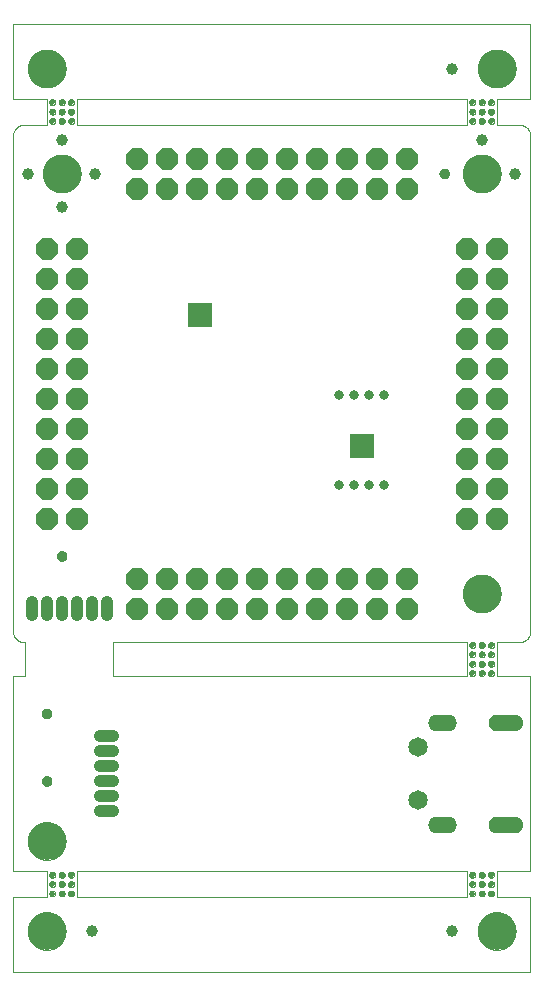
<source format=gbs>
G75*
%MOIN*%
%OFA0B0*%
%FSLAX25Y25*%
%IPPOS*%
%LPD*%
%AMOC8*
5,1,8,0,0,1.08239X$1,22.5*
%
%ADD10C,0.00000*%
%ADD11C,0.12598*%
%ADD12C,0.01969*%
%ADD13C,0.03150*%
%ADD14OC8,0.07400*%
%ADD15C,0.03937*%
%ADD16C,0.04134*%
%ADD17C,0.03169*%
%ADD18R,0.07874X0.07874*%
%ADD19C,0.00004*%
%ADD20C,0.02362*%
%ADD21C,0.06496*%
D10*
X0003000Y0001000D02*
X0175500Y0001000D01*
X0175500Y0026000D01*
X0164250Y0026000D01*
X0164250Y0034750D01*
X0175500Y0034750D01*
X0175500Y0099750D01*
X0164250Y0099750D01*
X0164250Y0111000D01*
X0171750Y0111000D01*
X0171870Y0111002D01*
X0171990Y0111008D01*
X0172110Y0111017D01*
X0172230Y0111031D01*
X0172348Y0111048D01*
X0172467Y0111069D01*
X0172584Y0111094D01*
X0172701Y0111123D01*
X0172817Y0111155D01*
X0172932Y0111191D01*
X0173045Y0111231D01*
X0173157Y0111274D01*
X0173268Y0111321D01*
X0173377Y0111371D01*
X0173485Y0111425D01*
X0173590Y0111483D01*
X0173694Y0111543D01*
X0173796Y0111607D01*
X0173895Y0111674D01*
X0173993Y0111745D01*
X0174088Y0111818D01*
X0174181Y0111895D01*
X0174271Y0111974D01*
X0174359Y0112056D01*
X0174444Y0112141D01*
X0174526Y0112229D01*
X0174605Y0112319D01*
X0174682Y0112412D01*
X0174755Y0112507D01*
X0174826Y0112605D01*
X0174893Y0112704D01*
X0174957Y0112806D01*
X0175017Y0112910D01*
X0175075Y0113015D01*
X0175129Y0113123D01*
X0175179Y0113232D01*
X0175226Y0113343D01*
X0175269Y0113455D01*
X0175309Y0113568D01*
X0175345Y0113683D01*
X0175377Y0113799D01*
X0175406Y0113916D01*
X0175431Y0114033D01*
X0175452Y0114152D01*
X0175469Y0114270D01*
X0175483Y0114390D01*
X0175492Y0114510D01*
X0175498Y0114630D01*
X0175500Y0114750D01*
X0175500Y0279750D01*
X0175498Y0279870D01*
X0175492Y0279990D01*
X0175483Y0280110D01*
X0175469Y0280230D01*
X0175452Y0280348D01*
X0175431Y0280467D01*
X0175406Y0280584D01*
X0175377Y0280701D01*
X0175345Y0280817D01*
X0175309Y0280932D01*
X0175269Y0281045D01*
X0175226Y0281157D01*
X0175179Y0281268D01*
X0175129Y0281377D01*
X0175075Y0281485D01*
X0175017Y0281590D01*
X0174957Y0281694D01*
X0174893Y0281796D01*
X0174826Y0281895D01*
X0174755Y0281993D01*
X0174682Y0282088D01*
X0174605Y0282181D01*
X0174526Y0282271D01*
X0174444Y0282359D01*
X0174359Y0282444D01*
X0174271Y0282526D01*
X0174181Y0282605D01*
X0174088Y0282682D01*
X0173993Y0282755D01*
X0173895Y0282826D01*
X0173796Y0282893D01*
X0173694Y0282957D01*
X0173590Y0283017D01*
X0173485Y0283075D01*
X0173377Y0283129D01*
X0173268Y0283179D01*
X0173157Y0283226D01*
X0173045Y0283269D01*
X0172932Y0283309D01*
X0172817Y0283345D01*
X0172701Y0283377D01*
X0172584Y0283406D01*
X0172467Y0283431D01*
X0172348Y0283452D01*
X0172230Y0283469D01*
X0172110Y0283483D01*
X0171990Y0283492D01*
X0171870Y0283498D01*
X0171750Y0283500D01*
X0164250Y0283500D01*
X0164250Y0292250D01*
X0175500Y0292250D01*
X0175500Y0317250D01*
X0003000Y0317250D01*
X0003000Y0292250D01*
X0014250Y0292250D01*
X0014250Y0283500D01*
X0006750Y0283500D01*
X0006630Y0283498D01*
X0006510Y0283492D01*
X0006390Y0283483D01*
X0006270Y0283469D01*
X0006152Y0283452D01*
X0006033Y0283431D01*
X0005916Y0283406D01*
X0005799Y0283377D01*
X0005683Y0283345D01*
X0005568Y0283309D01*
X0005455Y0283269D01*
X0005343Y0283226D01*
X0005232Y0283179D01*
X0005123Y0283129D01*
X0005015Y0283075D01*
X0004910Y0283017D01*
X0004806Y0282957D01*
X0004704Y0282893D01*
X0004605Y0282826D01*
X0004507Y0282755D01*
X0004412Y0282682D01*
X0004319Y0282605D01*
X0004229Y0282526D01*
X0004141Y0282444D01*
X0004056Y0282359D01*
X0003974Y0282271D01*
X0003895Y0282181D01*
X0003818Y0282088D01*
X0003745Y0281993D01*
X0003674Y0281895D01*
X0003607Y0281796D01*
X0003543Y0281694D01*
X0003483Y0281590D01*
X0003425Y0281485D01*
X0003371Y0281377D01*
X0003321Y0281268D01*
X0003274Y0281157D01*
X0003231Y0281045D01*
X0003191Y0280932D01*
X0003155Y0280817D01*
X0003123Y0280701D01*
X0003094Y0280584D01*
X0003069Y0280467D01*
X0003048Y0280348D01*
X0003031Y0280230D01*
X0003017Y0280110D01*
X0003008Y0279990D01*
X0003002Y0279870D01*
X0003000Y0279750D01*
X0003000Y0114750D01*
X0003002Y0114630D01*
X0003008Y0114510D01*
X0003017Y0114390D01*
X0003031Y0114270D01*
X0003048Y0114152D01*
X0003069Y0114033D01*
X0003094Y0113916D01*
X0003123Y0113799D01*
X0003155Y0113683D01*
X0003191Y0113568D01*
X0003231Y0113455D01*
X0003274Y0113343D01*
X0003321Y0113232D01*
X0003371Y0113123D01*
X0003425Y0113015D01*
X0003483Y0112910D01*
X0003543Y0112806D01*
X0003607Y0112704D01*
X0003674Y0112605D01*
X0003745Y0112507D01*
X0003818Y0112412D01*
X0003895Y0112319D01*
X0003974Y0112229D01*
X0004056Y0112141D01*
X0004141Y0112056D01*
X0004229Y0111974D01*
X0004319Y0111895D01*
X0004412Y0111818D01*
X0004507Y0111745D01*
X0004605Y0111674D01*
X0004704Y0111607D01*
X0004806Y0111543D01*
X0004910Y0111483D01*
X0005015Y0111425D01*
X0005123Y0111371D01*
X0005232Y0111321D01*
X0005343Y0111274D01*
X0005455Y0111231D01*
X0005568Y0111191D01*
X0005683Y0111155D01*
X0005799Y0111123D01*
X0005916Y0111094D01*
X0006033Y0111069D01*
X0006152Y0111048D01*
X0006270Y0111031D01*
X0006390Y0111017D01*
X0006510Y0111008D01*
X0006630Y0111002D01*
X0006750Y0111000D01*
X0007062Y0111000D01*
X0007062Y0099750D01*
X0003000Y0099750D01*
X0003000Y0034750D01*
X0014250Y0034750D01*
X0014250Y0026000D01*
X0003000Y0026000D01*
X0003000Y0001000D01*
X0007951Y0014750D02*
X0007953Y0014908D01*
X0007959Y0015066D01*
X0007969Y0015224D01*
X0007983Y0015382D01*
X0008001Y0015539D01*
X0008022Y0015696D01*
X0008048Y0015852D01*
X0008078Y0016008D01*
X0008111Y0016163D01*
X0008149Y0016316D01*
X0008190Y0016469D01*
X0008235Y0016621D01*
X0008284Y0016772D01*
X0008337Y0016921D01*
X0008393Y0017069D01*
X0008453Y0017215D01*
X0008517Y0017360D01*
X0008585Y0017503D01*
X0008656Y0017645D01*
X0008730Y0017785D01*
X0008808Y0017922D01*
X0008890Y0018058D01*
X0008974Y0018192D01*
X0009063Y0018323D01*
X0009154Y0018452D01*
X0009249Y0018579D01*
X0009346Y0018704D01*
X0009447Y0018826D01*
X0009551Y0018945D01*
X0009658Y0019062D01*
X0009768Y0019176D01*
X0009881Y0019287D01*
X0009996Y0019396D01*
X0010114Y0019501D01*
X0010235Y0019603D01*
X0010358Y0019703D01*
X0010484Y0019799D01*
X0010612Y0019892D01*
X0010742Y0019982D01*
X0010875Y0020068D01*
X0011010Y0020152D01*
X0011146Y0020231D01*
X0011285Y0020308D01*
X0011426Y0020380D01*
X0011568Y0020450D01*
X0011712Y0020515D01*
X0011858Y0020577D01*
X0012005Y0020635D01*
X0012154Y0020690D01*
X0012304Y0020741D01*
X0012455Y0020788D01*
X0012607Y0020831D01*
X0012760Y0020870D01*
X0012915Y0020906D01*
X0013070Y0020937D01*
X0013226Y0020965D01*
X0013382Y0020989D01*
X0013539Y0021009D01*
X0013697Y0021025D01*
X0013854Y0021037D01*
X0014013Y0021045D01*
X0014171Y0021049D01*
X0014329Y0021049D01*
X0014487Y0021045D01*
X0014646Y0021037D01*
X0014803Y0021025D01*
X0014961Y0021009D01*
X0015118Y0020989D01*
X0015274Y0020965D01*
X0015430Y0020937D01*
X0015585Y0020906D01*
X0015740Y0020870D01*
X0015893Y0020831D01*
X0016045Y0020788D01*
X0016196Y0020741D01*
X0016346Y0020690D01*
X0016495Y0020635D01*
X0016642Y0020577D01*
X0016788Y0020515D01*
X0016932Y0020450D01*
X0017074Y0020380D01*
X0017215Y0020308D01*
X0017354Y0020231D01*
X0017490Y0020152D01*
X0017625Y0020068D01*
X0017758Y0019982D01*
X0017888Y0019892D01*
X0018016Y0019799D01*
X0018142Y0019703D01*
X0018265Y0019603D01*
X0018386Y0019501D01*
X0018504Y0019396D01*
X0018619Y0019287D01*
X0018732Y0019176D01*
X0018842Y0019062D01*
X0018949Y0018945D01*
X0019053Y0018826D01*
X0019154Y0018704D01*
X0019251Y0018579D01*
X0019346Y0018452D01*
X0019437Y0018323D01*
X0019526Y0018192D01*
X0019610Y0018058D01*
X0019692Y0017922D01*
X0019770Y0017785D01*
X0019844Y0017645D01*
X0019915Y0017503D01*
X0019983Y0017360D01*
X0020047Y0017215D01*
X0020107Y0017069D01*
X0020163Y0016921D01*
X0020216Y0016772D01*
X0020265Y0016621D01*
X0020310Y0016469D01*
X0020351Y0016316D01*
X0020389Y0016163D01*
X0020422Y0016008D01*
X0020452Y0015852D01*
X0020478Y0015696D01*
X0020499Y0015539D01*
X0020517Y0015382D01*
X0020531Y0015224D01*
X0020541Y0015066D01*
X0020547Y0014908D01*
X0020549Y0014750D01*
X0020547Y0014592D01*
X0020541Y0014434D01*
X0020531Y0014276D01*
X0020517Y0014118D01*
X0020499Y0013961D01*
X0020478Y0013804D01*
X0020452Y0013648D01*
X0020422Y0013492D01*
X0020389Y0013337D01*
X0020351Y0013184D01*
X0020310Y0013031D01*
X0020265Y0012879D01*
X0020216Y0012728D01*
X0020163Y0012579D01*
X0020107Y0012431D01*
X0020047Y0012285D01*
X0019983Y0012140D01*
X0019915Y0011997D01*
X0019844Y0011855D01*
X0019770Y0011715D01*
X0019692Y0011578D01*
X0019610Y0011442D01*
X0019526Y0011308D01*
X0019437Y0011177D01*
X0019346Y0011048D01*
X0019251Y0010921D01*
X0019154Y0010796D01*
X0019053Y0010674D01*
X0018949Y0010555D01*
X0018842Y0010438D01*
X0018732Y0010324D01*
X0018619Y0010213D01*
X0018504Y0010104D01*
X0018386Y0009999D01*
X0018265Y0009897D01*
X0018142Y0009797D01*
X0018016Y0009701D01*
X0017888Y0009608D01*
X0017758Y0009518D01*
X0017625Y0009432D01*
X0017490Y0009348D01*
X0017354Y0009269D01*
X0017215Y0009192D01*
X0017074Y0009120D01*
X0016932Y0009050D01*
X0016788Y0008985D01*
X0016642Y0008923D01*
X0016495Y0008865D01*
X0016346Y0008810D01*
X0016196Y0008759D01*
X0016045Y0008712D01*
X0015893Y0008669D01*
X0015740Y0008630D01*
X0015585Y0008594D01*
X0015430Y0008563D01*
X0015274Y0008535D01*
X0015118Y0008511D01*
X0014961Y0008491D01*
X0014803Y0008475D01*
X0014646Y0008463D01*
X0014487Y0008455D01*
X0014329Y0008451D01*
X0014171Y0008451D01*
X0014013Y0008455D01*
X0013854Y0008463D01*
X0013697Y0008475D01*
X0013539Y0008491D01*
X0013382Y0008511D01*
X0013226Y0008535D01*
X0013070Y0008563D01*
X0012915Y0008594D01*
X0012760Y0008630D01*
X0012607Y0008669D01*
X0012455Y0008712D01*
X0012304Y0008759D01*
X0012154Y0008810D01*
X0012005Y0008865D01*
X0011858Y0008923D01*
X0011712Y0008985D01*
X0011568Y0009050D01*
X0011426Y0009120D01*
X0011285Y0009192D01*
X0011146Y0009269D01*
X0011010Y0009348D01*
X0010875Y0009432D01*
X0010742Y0009518D01*
X0010612Y0009608D01*
X0010484Y0009701D01*
X0010358Y0009797D01*
X0010235Y0009897D01*
X0010114Y0009999D01*
X0009996Y0010104D01*
X0009881Y0010213D01*
X0009768Y0010324D01*
X0009658Y0010438D01*
X0009551Y0010555D01*
X0009447Y0010674D01*
X0009346Y0010796D01*
X0009249Y0010921D01*
X0009154Y0011048D01*
X0009063Y0011177D01*
X0008974Y0011308D01*
X0008890Y0011442D01*
X0008808Y0011578D01*
X0008730Y0011715D01*
X0008656Y0011855D01*
X0008585Y0011997D01*
X0008517Y0012140D01*
X0008453Y0012285D01*
X0008393Y0012431D01*
X0008337Y0012579D01*
X0008284Y0012728D01*
X0008235Y0012879D01*
X0008190Y0013031D01*
X0008149Y0013184D01*
X0008111Y0013337D01*
X0008078Y0013492D01*
X0008048Y0013648D01*
X0008022Y0013804D01*
X0008001Y0013961D01*
X0007983Y0014118D01*
X0007969Y0014276D01*
X0007959Y0014434D01*
X0007953Y0014592D01*
X0007951Y0014750D01*
X0015141Y0027250D02*
X0015143Y0027312D01*
X0015149Y0027375D01*
X0015159Y0027436D01*
X0015173Y0027497D01*
X0015190Y0027557D01*
X0015211Y0027616D01*
X0015237Y0027673D01*
X0015265Y0027728D01*
X0015297Y0027782D01*
X0015333Y0027833D01*
X0015371Y0027883D01*
X0015413Y0027929D01*
X0015457Y0027973D01*
X0015505Y0028014D01*
X0015554Y0028052D01*
X0015606Y0028086D01*
X0015660Y0028117D01*
X0015716Y0028145D01*
X0015774Y0028169D01*
X0015833Y0028190D01*
X0015893Y0028206D01*
X0015954Y0028219D01*
X0016016Y0028228D01*
X0016078Y0028233D01*
X0016141Y0028234D01*
X0016203Y0028231D01*
X0016265Y0028224D01*
X0016327Y0028213D01*
X0016387Y0028198D01*
X0016447Y0028180D01*
X0016505Y0028158D01*
X0016562Y0028132D01*
X0016617Y0028102D01*
X0016670Y0028069D01*
X0016721Y0028033D01*
X0016769Y0027994D01*
X0016815Y0027951D01*
X0016858Y0027906D01*
X0016898Y0027858D01*
X0016935Y0027808D01*
X0016969Y0027755D01*
X0017000Y0027701D01*
X0017026Y0027645D01*
X0017050Y0027587D01*
X0017069Y0027527D01*
X0017085Y0027467D01*
X0017097Y0027405D01*
X0017105Y0027344D01*
X0017109Y0027281D01*
X0017109Y0027219D01*
X0017105Y0027156D01*
X0017097Y0027095D01*
X0017085Y0027033D01*
X0017069Y0026973D01*
X0017050Y0026913D01*
X0017026Y0026855D01*
X0017000Y0026799D01*
X0016969Y0026745D01*
X0016935Y0026692D01*
X0016898Y0026642D01*
X0016858Y0026594D01*
X0016815Y0026549D01*
X0016769Y0026506D01*
X0016721Y0026467D01*
X0016670Y0026431D01*
X0016617Y0026398D01*
X0016562Y0026368D01*
X0016505Y0026342D01*
X0016447Y0026320D01*
X0016387Y0026302D01*
X0016327Y0026287D01*
X0016265Y0026276D01*
X0016203Y0026269D01*
X0016141Y0026266D01*
X0016078Y0026267D01*
X0016016Y0026272D01*
X0015954Y0026281D01*
X0015893Y0026294D01*
X0015833Y0026310D01*
X0015774Y0026331D01*
X0015716Y0026355D01*
X0015660Y0026383D01*
X0015606Y0026414D01*
X0015554Y0026448D01*
X0015505Y0026486D01*
X0015457Y0026527D01*
X0015413Y0026571D01*
X0015371Y0026617D01*
X0015333Y0026667D01*
X0015297Y0026718D01*
X0015265Y0026772D01*
X0015237Y0026827D01*
X0015211Y0026884D01*
X0015190Y0026943D01*
X0015173Y0027003D01*
X0015159Y0027064D01*
X0015149Y0027125D01*
X0015143Y0027188D01*
X0015141Y0027250D01*
X0015141Y0030375D02*
X0015143Y0030437D01*
X0015149Y0030500D01*
X0015159Y0030561D01*
X0015173Y0030622D01*
X0015190Y0030682D01*
X0015211Y0030741D01*
X0015237Y0030798D01*
X0015265Y0030853D01*
X0015297Y0030907D01*
X0015333Y0030958D01*
X0015371Y0031008D01*
X0015413Y0031054D01*
X0015457Y0031098D01*
X0015505Y0031139D01*
X0015554Y0031177D01*
X0015606Y0031211D01*
X0015660Y0031242D01*
X0015716Y0031270D01*
X0015774Y0031294D01*
X0015833Y0031315D01*
X0015893Y0031331D01*
X0015954Y0031344D01*
X0016016Y0031353D01*
X0016078Y0031358D01*
X0016141Y0031359D01*
X0016203Y0031356D01*
X0016265Y0031349D01*
X0016327Y0031338D01*
X0016387Y0031323D01*
X0016447Y0031305D01*
X0016505Y0031283D01*
X0016562Y0031257D01*
X0016617Y0031227D01*
X0016670Y0031194D01*
X0016721Y0031158D01*
X0016769Y0031119D01*
X0016815Y0031076D01*
X0016858Y0031031D01*
X0016898Y0030983D01*
X0016935Y0030933D01*
X0016969Y0030880D01*
X0017000Y0030826D01*
X0017026Y0030770D01*
X0017050Y0030712D01*
X0017069Y0030652D01*
X0017085Y0030592D01*
X0017097Y0030530D01*
X0017105Y0030469D01*
X0017109Y0030406D01*
X0017109Y0030344D01*
X0017105Y0030281D01*
X0017097Y0030220D01*
X0017085Y0030158D01*
X0017069Y0030098D01*
X0017050Y0030038D01*
X0017026Y0029980D01*
X0017000Y0029924D01*
X0016969Y0029870D01*
X0016935Y0029817D01*
X0016898Y0029767D01*
X0016858Y0029719D01*
X0016815Y0029674D01*
X0016769Y0029631D01*
X0016721Y0029592D01*
X0016670Y0029556D01*
X0016617Y0029523D01*
X0016562Y0029493D01*
X0016505Y0029467D01*
X0016447Y0029445D01*
X0016387Y0029427D01*
X0016327Y0029412D01*
X0016265Y0029401D01*
X0016203Y0029394D01*
X0016141Y0029391D01*
X0016078Y0029392D01*
X0016016Y0029397D01*
X0015954Y0029406D01*
X0015893Y0029419D01*
X0015833Y0029435D01*
X0015774Y0029456D01*
X0015716Y0029480D01*
X0015660Y0029508D01*
X0015606Y0029539D01*
X0015554Y0029573D01*
X0015505Y0029611D01*
X0015457Y0029652D01*
X0015413Y0029696D01*
X0015371Y0029742D01*
X0015333Y0029792D01*
X0015297Y0029843D01*
X0015265Y0029897D01*
X0015237Y0029952D01*
X0015211Y0030009D01*
X0015190Y0030068D01*
X0015173Y0030128D01*
X0015159Y0030189D01*
X0015149Y0030250D01*
X0015143Y0030313D01*
X0015141Y0030375D01*
X0015141Y0033500D02*
X0015143Y0033562D01*
X0015149Y0033625D01*
X0015159Y0033686D01*
X0015173Y0033747D01*
X0015190Y0033807D01*
X0015211Y0033866D01*
X0015237Y0033923D01*
X0015265Y0033978D01*
X0015297Y0034032D01*
X0015333Y0034083D01*
X0015371Y0034133D01*
X0015413Y0034179D01*
X0015457Y0034223D01*
X0015505Y0034264D01*
X0015554Y0034302D01*
X0015606Y0034336D01*
X0015660Y0034367D01*
X0015716Y0034395D01*
X0015774Y0034419D01*
X0015833Y0034440D01*
X0015893Y0034456D01*
X0015954Y0034469D01*
X0016016Y0034478D01*
X0016078Y0034483D01*
X0016141Y0034484D01*
X0016203Y0034481D01*
X0016265Y0034474D01*
X0016327Y0034463D01*
X0016387Y0034448D01*
X0016447Y0034430D01*
X0016505Y0034408D01*
X0016562Y0034382D01*
X0016617Y0034352D01*
X0016670Y0034319D01*
X0016721Y0034283D01*
X0016769Y0034244D01*
X0016815Y0034201D01*
X0016858Y0034156D01*
X0016898Y0034108D01*
X0016935Y0034058D01*
X0016969Y0034005D01*
X0017000Y0033951D01*
X0017026Y0033895D01*
X0017050Y0033837D01*
X0017069Y0033777D01*
X0017085Y0033717D01*
X0017097Y0033655D01*
X0017105Y0033594D01*
X0017109Y0033531D01*
X0017109Y0033469D01*
X0017105Y0033406D01*
X0017097Y0033345D01*
X0017085Y0033283D01*
X0017069Y0033223D01*
X0017050Y0033163D01*
X0017026Y0033105D01*
X0017000Y0033049D01*
X0016969Y0032995D01*
X0016935Y0032942D01*
X0016898Y0032892D01*
X0016858Y0032844D01*
X0016815Y0032799D01*
X0016769Y0032756D01*
X0016721Y0032717D01*
X0016670Y0032681D01*
X0016617Y0032648D01*
X0016562Y0032618D01*
X0016505Y0032592D01*
X0016447Y0032570D01*
X0016387Y0032552D01*
X0016327Y0032537D01*
X0016265Y0032526D01*
X0016203Y0032519D01*
X0016141Y0032516D01*
X0016078Y0032517D01*
X0016016Y0032522D01*
X0015954Y0032531D01*
X0015893Y0032544D01*
X0015833Y0032560D01*
X0015774Y0032581D01*
X0015716Y0032605D01*
X0015660Y0032633D01*
X0015606Y0032664D01*
X0015554Y0032698D01*
X0015505Y0032736D01*
X0015457Y0032777D01*
X0015413Y0032821D01*
X0015371Y0032867D01*
X0015333Y0032917D01*
X0015297Y0032968D01*
X0015265Y0033022D01*
X0015237Y0033077D01*
X0015211Y0033134D01*
X0015190Y0033193D01*
X0015173Y0033253D01*
X0015159Y0033314D01*
X0015149Y0033375D01*
X0015143Y0033438D01*
X0015141Y0033500D01*
X0018266Y0033500D02*
X0018268Y0033562D01*
X0018274Y0033625D01*
X0018284Y0033686D01*
X0018298Y0033747D01*
X0018315Y0033807D01*
X0018336Y0033866D01*
X0018362Y0033923D01*
X0018390Y0033978D01*
X0018422Y0034032D01*
X0018458Y0034083D01*
X0018496Y0034133D01*
X0018538Y0034179D01*
X0018582Y0034223D01*
X0018630Y0034264D01*
X0018679Y0034302D01*
X0018731Y0034336D01*
X0018785Y0034367D01*
X0018841Y0034395D01*
X0018899Y0034419D01*
X0018958Y0034440D01*
X0019018Y0034456D01*
X0019079Y0034469D01*
X0019141Y0034478D01*
X0019203Y0034483D01*
X0019266Y0034484D01*
X0019328Y0034481D01*
X0019390Y0034474D01*
X0019452Y0034463D01*
X0019512Y0034448D01*
X0019572Y0034430D01*
X0019630Y0034408D01*
X0019687Y0034382D01*
X0019742Y0034352D01*
X0019795Y0034319D01*
X0019846Y0034283D01*
X0019894Y0034244D01*
X0019940Y0034201D01*
X0019983Y0034156D01*
X0020023Y0034108D01*
X0020060Y0034058D01*
X0020094Y0034005D01*
X0020125Y0033951D01*
X0020151Y0033895D01*
X0020175Y0033837D01*
X0020194Y0033777D01*
X0020210Y0033717D01*
X0020222Y0033655D01*
X0020230Y0033594D01*
X0020234Y0033531D01*
X0020234Y0033469D01*
X0020230Y0033406D01*
X0020222Y0033345D01*
X0020210Y0033283D01*
X0020194Y0033223D01*
X0020175Y0033163D01*
X0020151Y0033105D01*
X0020125Y0033049D01*
X0020094Y0032995D01*
X0020060Y0032942D01*
X0020023Y0032892D01*
X0019983Y0032844D01*
X0019940Y0032799D01*
X0019894Y0032756D01*
X0019846Y0032717D01*
X0019795Y0032681D01*
X0019742Y0032648D01*
X0019687Y0032618D01*
X0019630Y0032592D01*
X0019572Y0032570D01*
X0019512Y0032552D01*
X0019452Y0032537D01*
X0019390Y0032526D01*
X0019328Y0032519D01*
X0019266Y0032516D01*
X0019203Y0032517D01*
X0019141Y0032522D01*
X0019079Y0032531D01*
X0019018Y0032544D01*
X0018958Y0032560D01*
X0018899Y0032581D01*
X0018841Y0032605D01*
X0018785Y0032633D01*
X0018731Y0032664D01*
X0018679Y0032698D01*
X0018630Y0032736D01*
X0018582Y0032777D01*
X0018538Y0032821D01*
X0018496Y0032867D01*
X0018458Y0032917D01*
X0018422Y0032968D01*
X0018390Y0033022D01*
X0018362Y0033077D01*
X0018336Y0033134D01*
X0018315Y0033193D01*
X0018298Y0033253D01*
X0018284Y0033314D01*
X0018274Y0033375D01*
X0018268Y0033438D01*
X0018266Y0033500D01*
X0018266Y0030375D02*
X0018268Y0030437D01*
X0018274Y0030500D01*
X0018284Y0030561D01*
X0018298Y0030622D01*
X0018315Y0030682D01*
X0018336Y0030741D01*
X0018362Y0030798D01*
X0018390Y0030853D01*
X0018422Y0030907D01*
X0018458Y0030958D01*
X0018496Y0031008D01*
X0018538Y0031054D01*
X0018582Y0031098D01*
X0018630Y0031139D01*
X0018679Y0031177D01*
X0018731Y0031211D01*
X0018785Y0031242D01*
X0018841Y0031270D01*
X0018899Y0031294D01*
X0018958Y0031315D01*
X0019018Y0031331D01*
X0019079Y0031344D01*
X0019141Y0031353D01*
X0019203Y0031358D01*
X0019266Y0031359D01*
X0019328Y0031356D01*
X0019390Y0031349D01*
X0019452Y0031338D01*
X0019512Y0031323D01*
X0019572Y0031305D01*
X0019630Y0031283D01*
X0019687Y0031257D01*
X0019742Y0031227D01*
X0019795Y0031194D01*
X0019846Y0031158D01*
X0019894Y0031119D01*
X0019940Y0031076D01*
X0019983Y0031031D01*
X0020023Y0030983D01*
X0020060Y0030933D01*
X0020094Y0030880D01*
X0020125Y0030826D01*
X0020151Y0030770D01*
X0020175Y0030712D01*
X0020194Y0030652D01*
X0020210Y0030592D01*
X0020222Y0030530D01*
X0020230Y0030469D01*
X0020234Y0030406D01*
X0020234Y0030344D01*
X0020230Y0030281D01*
X0020222Y0030220D01*
X0020210Y0030158D01*
X0020194Y0030098D01*
X0020175Y0030038D01*
X0020151Y0029980D01*
X0020125Y0029924D01*
X0020094Y0029870D01*
X0020060Y0029817D01*
X0020023Y0029767D01*
X0019983Y0029719D01*
X0019940Y0029674D01*
X0019894Y0029631D01*
X0019846Y0029592D01*
X0019795Y0029556D01*
X0019742Y0029523D01*
X0019687Y0029493D01*
X0019630Y0029467D01*
X0019572Y0029445D01*
X0019512Y0029427D01*
X0019452Y0029412D01*
X0019390Y0029401D01*
X0019328Y0029394D01*
X0019266Y0029391D01*
X0019203Y0029392D01*
X0019141Y0029397D01*
X0019079Y0029406D01*
X0019018Y0029419D01*
X0018958Y0029435D01*
X0018899Y0029456D01*
X0018841Y0029480D01*
X0018785Y0029508D01*
X0018731Y0029539D01*
X0018679Y0029573D01*
X0018630Y0029611D01*
X0018582Y0029652D01*
X0018538Y0029696D01*
X0018496Y0029742D01*
X0018458Y0029792D01*
X0018422Y0029843D01*
X0018390Y0029897D01*
X0018362Y0029952D01*
X0018336Y0030009D01*
X0018315Y0030068D01*
X0018298Y0030128D01*
X0018284Y0030189D01*
X0018274Y0030250D01*
X0018268Y0030313D01*
X0018266Y0030375D01*
X0018266Y0027250D02*
X0018268Y0027312D01*
X0018274Y0027375D01*
X0018284Y0027436D01*
X0018298Y0027497D01*
X0018315Y0027557D01*
X0018336Y0027616D01*
X0018362Y0027673D01*
X0018390Y0027728D01*
X0018422Y0027782D01*
X0018458Y0027833D01*
X0018496Y0027883D01*
X0018538Y0027929D01*
X0018582Y0027973D01*
X0018630Y0028014D01*
X0018679Y0028052D01*
X0018731Y0028086D01*
X0018785Y0028117D01*
X0018841Y0028145D01*
X0018899Y0028169D01*
X0018958Y0028190D01*
X0019018Y0028206D01*
X0019079Y0028219D01*
X0019141Y0028228D01*
X0019203Y0028233D01*
X0019266Y0028234D01*
X0019328Y0028231D01*
X0019390Y0028224D01*
X0019452Y0028213D01*
X0019512Y0028198D01*
X0019572Y0028180D01*
X0019630Y0028158D01*
X0019687Y0028132D01*
X0019742Y0028102D01*
X0019795Y0028069D01*
X0019846Y0028033D01*
X0019894Y0027994D01*
X0019940Y0027951D01*
X0019983Y0027906D01*
X0020023Y0027858D01*
X0020060Y0027808D01*
X0020094Y0027755D01*
X0020125Y0027701D01*
X0020151Y0027645D01*
X0020175Y0027587D01*
X0020194Y0027527D01*
X0020210Y0027467D01*
X0020222Y0027405D01*
X0020230Y0027344D01*
X0020234Y0027281D01*
X0020234Y0027219D01*
X0020230Y0027156D01*
X0020222Y0027095D01*
X0020210Y0027033D01*
X0020194Y0026973D01*
X0020175Y0026913D01*
X0020151Y0026855D01*
X0020125Y0026799D01*
X0020094Y0026745D01*
X0020060Y0026692D01*
X0020023Y0026642D01*
X0019983Y0026594D01*
X0019940Y0026549D01*
X0019894Y0026506D01*
X0019846Y0026467D01*
X0019795Y0026431D01*
X0019742Y0026398D01*
X0019687Y0026368D01*
X0019630Y0026342D01*
X0019572Y0026320D01*
X0019512Y0026302D01*
X0019452Y0026287D01*
X0019390Y0026276D01*
X0019328Y0026269D01*
X0019266Y0026266D01*
X0019203Y0026267D01*
X0019141Y0026272D01*
X0019079Y0026281D01*
X0019018Y0026294D01*
X0018958Y0026310D01*
X0018899Y0026331D01*
X0018841Y0026355D01*
X0018785Y0026383D01*
X0018731Y0026414D01*
X0018679Y0026448D01*
X0018630Y0026486D01*
X0018582Y0026527D01*
X0018538Y0026571D01*
X0018496Y0026617D01*
X0018458Y0026667D01*
X0018422Y0026718D01*
X0018390Y0026772D01*
X0018362Y0026827D01*
X0018336Y0026884D01*
X0018315Y0026943D01*
X0018298Y0027003D01*
X0018284Y0027064D01*
X0018274Y0027125D01*
X0018268Y0027188D01*
X0018266Y0027250D01*
X0021391Y0027250D02*
X0021393Y0027312D01*
X0021399Y0027375D01*
X0021409Y0027436D01*
X0021423Y0027497D01*
X0021440Y0027557D01*
X0021461Y0027616D01*
X0021487Y0027673D01*
X0021515Y0027728D01*
X0021547Y0027782D01*
X0021583Y0027833D01*
X0021621Y0027883D01*
X0021663Y0027929D01*
X0021707Y0027973D01*
X0021755Y0028014D01*
X0021804Y0028052D01*
X0021856Y0028086D01*
X0021910Y0028117D01*
X0021966Y0028145D01*
X0022024Y0028169D01*
X0022083Y0028190D01*
X0022143Y0028206D01*
X0022204Y0028219D01*
X0022266Y0028228D01*
X0022328Y0028233D01*
X0022391Y0028234D01*
X0022453Y0028231D01*
X0022515Y0028224D01*
X0022577Y0028213D01*
X0022637Y0028198D01*
X0022697Y0028180D01*
X0022755Y0028158D01*
X0022812Y0028132D01*
X0022867Y0028102D01*
X0022920Y0028069D01*
X0022971Y0028033D01*
X0023019Y0027994D01*
X0023065Y0027951D01*
X0023108Y0027906D01*
X0023148Y0027858D01*
X0023185Y0027808D01*
X0023219Y0027755D01*
X0023250Y0027701D01*
X0023276Y0027645D01*
X0023300Y0027587D01*
X0023319Y0027527D01*
X0023335Y0027467D01*
X0023347Y0027405D01*
X0023355Y0027344D01*
X0023359Y0027281D01*
X0023359Y0027219D01*
X0023355Y0027156D01*
X0023347Y0027095D01*
X0023335Y0027033D01*
X0023319Y0026973D01*
X0023300Y0026913D01*
X0023276Y0026855D01*
X0023250Y0026799D01*
X0023219Y0026745D01*
X0023185Y0026692D01*
X0023148Y0026642D01*
X0023108Y0026594D01*
X0023065Y0026549D01*
X0023019Y0026506D01*
X0022971Y0026467D01*
X0022920Y0026431D01*
X0022867Y0026398D01*
X0022812Y0026368D01*
X0022755Y0026342D01*
X0022697Y0026320D01*
X0022637Y0026302D01*
X0022577Y0026287D01*
X0022515Y0026276D01*
X0022453Y0026269D01*
X0022391Y0026266D01*
X0022328Y0026267D01*
X0022266Y0026272D01*
X0022204Y0026281D01*
X0022143Y0026294D01*
X0022083Y0026310D01*
X0022024Y0026331D01*
X0021966Y0026355D01*
X0021910Y0026383D01*
X0021856Y0026414D01*
X0021804Y0026448D01*
X0021755Y0026486D01*
X0021707Y0026527D01*
X0021663Y0026571D01*
X0021621Y0026617D01*
X0021583Y0026667D01*
X0021547Y0026718D01*
X0021515Y0026772D01*
X0021487Y0026827D01*
X0021461Y0026884D01*
X0021440Y0026943D01*
X0021423Y0027003D01*
X0021409Y0027064D01*
X0021399Y0027125D01*
X0021393Y0027188D01*
X0021391Y0027250D01*
X0024250Y0026000D02*
X0154250Y0026000D01*
X0154250Y0034750D01*
X0024250Y0034750D01*
X0024250Y0026000D01*
X0021391Y0030375D02*
X0021393Y0030437D01*
X0021399Y0030500D01*
X0021409Y0030561D01*
X0021423Y0030622D01*
X0021440Y0030682D01*
X0021461Y0030741D01*
X0021487Y0030798D01*
X0021515Y0030853D01*
X0021547Y0030907D01*
X0021583Y0030958D01*
X0021621Y0031008D01*
X0021663Y0031054D01*
X0021707Y0031098D01*
X0021755Y0031139D01*
X0021804Y0031177D01*
X0021856Y0031211D01*
X0021910Y0031242D01*
X0021966Y0031270D01*
X0022024Y0031294D01*
X0022083Y0031315D01*
X0022143Y0031331D01*
X0022204Y0031344D01*
X0022266Y0031353D01*
X0022328Y0031358D01*
X0022391Y0031359D01*
X0022453Y0031356D01*
X0022515Y0031349D01*
X0022577Y0031338D01*
X0022637Y0031323D01*
X0022697Y0031305D01*
X0022755Y0031283D01*
X0022812Y0031257D01*
X0022867Y0031227D01*
X0022920Y0031194D01*
X0022971Y0031158D01*
X0023019Y0031119D01*
X0023065Y0031076D01*
X0023108Y0031031D01*
X0023148Y0030983D01*
X0023185Y0030933D01*
X0023219Y0030880D01*
X0023250Y0030826D01*
X0023276Y0030770D01*
X0023300Y0030712D01*
X0023319Y0030652D01*
X0023335Y0030592D01*
X0023347Y0030530D01*
X0023355Y0030469D01*
X0023359Y0030406D01*
X0023359Y0030344D01*
X0023355Y0030281D01*
X0023347Y0030220D01*
X0023335Y0030158D01*
X0023319Y0030098D01*
X0023300Y0030038D01*
X0023276Y0029980D01*
X0023250Y0029924D01*
X0023219Y0029870D01*
X0023185Y0029817D01*
X0023148Y0029767D01*
X0023108Y0029719D01*
X0023065Y0029674D01*
X0023019Y0029631D01*
X0022971Y0029592D01*
X0022920Y0029556D01*
X0022867Y0029523D01*
X0022812Y0029493D01*
X0022755Y0029467D01*
X0022697Y0029445D01*
X0022637Y0029427D01*
X0022577Y0029412D01*
X0022515Y0029401D01*
X0022453Y0029394D01*
X0022391Y0029391D01*
X0022328Y0029392D01*
X0022266Y0029397D01*
X0022204Y0029406D01*
X0022143Y0029419D01*
X0022083Y0029435D01*
X0022024Y0029456D01*
X0021966Y0029480D01*
X0021910Y0029508D01*
X0021856Y0029539D01*
X0021804Y0029573D01*
X0021755Y0029611D01*
X0021707Y0029652D01*
X0021663Y0029696D01*
X0021621Y0029742D01*
X0021583Y0029792D01*
X0021547Y0029843D01*
X0021515Y0029897D01*
X0021487Y0029952D01*
X0021461Y0030009D01*
X0021440Y0030068D01*
X0021423Y0030128D01*
X0021409Y0030189D01*
X0021399Y0030250D01*
X0021393Y0030313D01*
X0021391Y0030375D01*
X0021391Y0033500D02*
X0021393Y0033562D01*
X0021399Y0033625D01*
X0021409Y0033686D01*
X0021423Y0033747D01*
X0021440Y0033807D01*
X0021461Y0033866D01*
X0021487Y0033923D01*
X0021515Y0033978D01*
X0021547Y0034032D01*
X0021583Y0034083D01*
X0021621Y0034133D01*
X0021663Y0034179D01*
X0021707Y0034223D01*
X0021755Y0034264D01*
X0021804Y0034302D01*
X0021856Y0034336D01*
X0021910Y0034367D01*
X0021966Y0034395D01*
X0022024Y0034419D01*
X0022083Y0034440D01*
X0022143Y0034456D01*
X0022204Y0034469D01*
X0022266Y0034478D01*
X0022328Y0034483D01*
X0022391Y0034484D01*
X0022453Y0034481D01*
X0022515Y0034474D01*
X0022577Y0034463D01*
X0022637Y0034448D01*
X0022697Y0034430D01*
X0022755Y0034408D01*
X0022812Y0034382D01*
X0022867Y0034352D01*
X0022920Y0034319D01*
X0022971Y0034283D01*
X0023019Y0034244D01*
X0023065Y0034201D01*
X0023108Y0034156D01*
X0023148Y0034108D01*
X0023185Y0034058D01*
X0023219Y0034005D01*
X0023250Y0033951D01*
X0023276Y0033895D01*
X0023300Y0033837D01*
X0023319Y0033777D01*
X0023335Y0033717D01*
X0023347Y0033655D01*
X0023355Y0033594D01*
X0023359Y0033531D01*
X0023359Y0033469D01*
X0023355Y0033406D01*
X0023347Y0033345D01*
X0023335Y0033283D01*
X0023319Y0033223D01*
X0023300Y0033163D01*
X0023276Y0033105D01*
X0023250Y0033049D01*
X0023219Y0032995D01*
X0023185Y0032942D01*
X0023148Y0032892D01*
X0023108Y0032844D01*
X0023065Y0032799D01*
X0023019Y0032756D01*
X0022971Y0032717D01*
X0022920Y0032681D01*
X0022867Y0032648D01*
X0022812Y0032618D01*
X0022755Y0032592D01*
X0022697Y0032570D01*
X0022637Y0032552D01*
X0022577Y0032537D01*
X0022515Y0032526D01*
X0022453Y0032519D01*
X0022391Y0032516D01*
X0022328Y0032517D01*
X0022266Y0032522D01*
X0022204Y0032531D01*
X0022143Y0032544D01*
X0022083Y0032560D01*
X0022024Y0032581D01*
X0021966Y0032605D01*
X0021910Y0032633D01*
X0021856Y0032664D01*
X0021804Y0032698D01*
X0021755Y0032736D01*
X0021707Y0032777D01*
X0021663Y0032821D01*
X0021621Y0032867D01*
X0021583Y0032917D01*
X0021547Y0032968D01*
X0021515Y0033022D01*
X0021487Y0033077D01*
X0021461Y0033134D01*
X0021440Y0033193D01*
X0021423Y0033253D01*
X0021409Y0033314D01*
X0021399Y0033375D01*
X0021393Y0033438D01*
X0021391Y0033500D01*
X0007951Y0044750D02*
X0007953Y0044908D01*
X0007959Y0045066D01*
X0007969Y0045224D01*
X0007983Y0045382D01*
X0008001Y0045539D01*
X0008022Y0045696D01*
X0008048Y0045852D01*
X0008078Y0046008D01*
X0008111Y0046163D01*
X0008149Y0046316D01*
X0008190Y0046469D01*
X0008235Y0046621D01*
X0008284Y0046772D01*
X0008337Y0046921D01*
X0008393Y0047069D01*
X0008453Y0047215D01*
X0008517Y0047360D01*
X0008585Y0047503D01*
X0008656Y0047645D01*
X0008730Y0047785D01*
X0008808Y0047922D01*
X0008890Y0048058D01*
X0008974Y0048192D01*
X0009063Y0048323D01*
X0009154Y0048452D01*
X0009249Y0048579D01*
X0009346Y0048704D01*
X0009447Y0048826D01*
X0009551Y0048945D01*
X0009658Y0049062D01*
X0009768Y0049176D01*
X0009881Y0049287D01*
X0009996Y0049396D01*
X0010114Y0049501D01*
X0010235Y0049603D01*
X0010358Y0049703D01*
X0010484Y0049799D01*
X0010612Y0049892D01*
X0010742Y0049982D01*
X0010875Y0050068D01*
X0011010Y0050152D01*
X0011146Y0050231D01*
X0011285Y0050308D01*
X0011426Y0050380D01*
X0011568Y0050450D01*
X0011712Y0050515D01*
X0011858Y0050577D01*
X0012005Y0050635D01*
X0012154Y0050690D01*
X0012304Y0050741D01*
X0012455Y0050788D01*
X0012607Y0050831D01*
X0012760Y0050870D01*
X0012915Y0050906D01*
X0013070Y0050937D01*
X0013226Y0050965D01*
X0013382Y0050989D01*
X0013539Y0051009D01*
X0013697Y0051025D01*
X0013854Y0051037D01*
X0014013Y0051045D01*
X0014171Y0051049D01*
X0014329Y0051049D01*
X0014487Y0051045D01*
X0014646Y0051037D01*
X0014803Y0051025D01*
X0014961Y0051009D01*
X0015118Y0050989D01*
X0015274Y0050965D01*
X0015430Y0050937D01*
X0015585Y0050906D01*
X0015740Y0050870D01*
X0015893Y0050831D01*
X0016045Y0050788D01*
X0016196Y0050741D01*
X0016346Y0050690D01*
X0016495Y0050635D01*
X0016642Y0050577D01*
X0016788Y0050515D01*
X0016932Y0050450D01*
X0017074Y0050380D01*
X0017215Y0050308D01*
X0017354Y0050231D01*
X0017490Y0050152D01*
X0017625Y0050068D01*
X0017758Y0049982D01*
X0017888Y0049892D01*
X0018016Y0049799D01*
X0018142Y0049703D01*
X0018265Y0049603D01*
X0018386Y0049501D01*
X0018504Y0049396D01*
X0018619Y0049287D01*
X0018732Y0049176D01*
X0018842Y0049062D01*
X0018949Y0048945D01*
X0019053Y0048826D01*
X0019154Y0048704D01*
X0019251Y0048579D01*
X0019346Y0048452D01*
X0019437Y0048323D01*
X0019526Y0048192D01*
X0019610Y0048058D01*
X0019692Y0047922D01*
X0019770Y0047785D01*
X0019844Y0047645D01*
X0019915Y0047503D01*
X0019983Y0047360D01*
X0020047Y0047215D01*
X0020107Y0047069D01*
X0020163Y0046921D01*
X0020216Y0046772D01*
X0020265Y0046621D01*
X0020310Y0046469D01*
X0020351Y0046316D01*
X0020389Y0046163D01*
X0020422Y0046008D01*
X0020452Y0045852D01*
X0020478Y0045696D01*
X0020499Y0045539D01*
X0020517Y0045382D01*
X0020531Y0045224D01*
X0020541Y0045066D01*
X0020547Y0044908D01*
X0020549Y0044750D01*
X0020547Y0044592D01*
X0020541Y0044434D01*
X0020531Y0044276D01*
X0020517Y0044118D01*
X0020499Y0043961D01*
X0020478Y0043804D01*
X0020452Y0043648D01*
X0020422Y0043492D01*
X0020389Y0043337D01*
X0020351Y0043184D01*
X0020310Y0043031D01*
X0020265Y0042879D01*
X0020216Y0042728D01*
X0020163Y0042579D01*
X0020107Y0042431D01*
X0020047Y0042285D01*
X0019983Y0042140D01*
X0019915Y0041997D01*
X0019844Y0041855D01*
X0019770Y0041715D01*
X0019692Y0041578D01*
X0019610Y0041442D01*
X0019526Y0041308D01*
X0019437Y0041177D01*
X0019346Y0041048D01*
X0019251Y0040921D01*
X0019154Y0040796D01*
X0019053Y0040674D01*
X0018949Y0040555D01*
X0018842Y0040438D01*
X0018732Y0040324D01*
X0018619Y0040213D01*
X0018504Y0040104D01*
X0018386Y0039999D01*
X0018265Y0039897D01*
X0018142Y0039797D01*
X0018016Y0039701D01*
X0017888Y0039608D01*
X0017758Y0039518D01*
X0017625Y0039432D01*
X0017490Y0039348D01*
X0017354Y0039269D01*
X0017215Y0039192D01*
X0017074Y0039120D01*
X0016932Y0039050D01*
X0016788Y0038985D01*
X0016642Y0038923D01*
X0016495Y0038865D01*
X0016346Y0038810D01*
X0016196Y0038759D01*
X0016045Y0038712D01*
X0015893Y0038669D01*
X0015740Y0038630D01*
X0015585Y0038594D01*
X0015430Y0038563D01*
X0015274Y0038535D01*
X0015118Y0038511D01*
X0014961Y0038491D01*
X0014803Y0038475D01*
X0014646Y0038463D01*
X0014487Y0038455D01*
X0014329Y0038451D01*
X0014171Y0038451D01*
X0014013Y0038455D01*
X0013854Y0038463D01*
X0013697Y0038475D01*
X0013539Y0038491D01*
X0013382Y0038511D01*
X0013226Y0038535D01*
X0013070Y0038563D01*
X0012915Y0038594D01*
X0012760Y0038630D01*
X0012607Y0038669D01*
X0012455Y0038712D01*
X0012304Y0038759D01*
X0012154Y0038810D01*
X0012005Y0038865D01*
X0011858Y0038923D01*
X0011712Y0038985D01*
X0011568Y0039050D01*
X0011426Y0039120D01*
X0011285Y0039192D01*
X0011146Y0039269D01*
X0011010Y0039348D01*
X0010875Y0039432D01*
X0010742Y0039518D01*
X0010612Y0039608D01*
X0010484Y0039701D01*
X0010358Y0039797D01*
X0010235Y0039897D01*
X0010114Y0039999D01*
X0009996Y0040104D01*
X0009881Y0040213D01*
X0009768Y0040324D01*
X0009658Y0040438D01*
X0009551Y0040555D01*
X0009447Y0040674D01*
X0009346Y0040796D01*
X0009249Y0040921D01*
X0009154Y0041048D01*
X0009063Y0041177D01*
X0008974Y0041308D01*
X0008890Y0041442D01*
X0008808Y0041578D01*
X0008730Y0041715D01*
X0008656Y0041855D01*
X0008585Y0041997D01*
X0008517Y0042140D01*
X0008453Y0042285D01*
X0008393Y0042431D01*
X0008337Y0042579D01*
X0008284Y0042728D01*
X0008235Y0042879D01*
X0008190Y0043031D01*
X0008149Y0043184D01*
X0008111Y0043337D01*
X0008078Y0043492D01*
X0008048Y0043648D01*
X0008022Y0043804D01*
X0008001Y0043961D01*
X0007983Y0044118D01*
X0007969Y0044276D01*
X0007959Y0044434D01*
X0007953Y0044592D01*
X0007951Y0044750D01*
X0012675Y0064750D02*
X0012677Y0064829D01*
X0012683Y0064908D01*
X0012693Y0064987D01*
X0012707Y0065065D01*
X0012724Y0065142D01*
X0012746Y0065218D01*
X0012771Y0065293D01*
X0012801Y0065366D01*
X0012833Y0065438D01*
X0012870Y0065509D01*
X0012910Y0065577D01*
X0012953Y0065643D01*
X0012999Y0065707D01*
X0013049Y0065769D01*
X0013102Y0065828D01*
X0013157Y0065884D01*
X0013216Y0065938D01*
X0013277Y0065988D01*
X0013340Y0066036D01*
X0013406Y0066080D01*
X0013474Y0066121D01*
X0013544Y0066158D01*
X0013615Y0066192D01*
X0013689Y0066222D01*
X0013763Y0066248D01*
X0013839Y0066270D01*
X0013916Y0066289D01*
X0013994Y0066304D01*
X0014072Y0066315D01*
X0014151Y0066322D01*
X0014230Y0066325D01*
X0014309Y0066324D01*
X0014388Y0066319D01*
X0014467Y0066310D01*
X0014545Y0066297D01*
X0014622Y0066280D01*
X0014699Y0066260D01*
X0014774Y0066235D01*
X0014848Y0066207D01*
X0014921Y0066175D01*
X0014991Y0066140D01*
X0015060Y0066101D01*
X0015127Y0066058D01*
X0015192Y0066012D01*
X0015254Y0065964D01*
X0015314Y0065912D01*
X0015371Y0065857D01*
X0015425Y0065799D01*
X0015476Y0065739D01*
X0015524Y0065676D01*
X0015569Y0065611D01*
X0015611Y0065543D01*
X0015649Y0065474D01*
X0015683Y0065403D01*
X0015714Y0065330D01*
X0015742Y0065255D01*
X0015765Y0065180D01*
X0015785Y0065103D01*
X0015801Y0065026D01*
X0015813Y0064947D01*
X0015821Y0064869D01*
X0015825Y0064790D01*
X0015825Y0064710D01*
X0015821Y0064631D01*
X0015813Y0064553D01*
X0015801Y0064474D01*
X0015785Y0064397D01*
X0015765Y0064320D01*
X0015742Y0064245D01*
X0015714Y0064170D01*
X0015683Y0064097D01*
X0015649Y0064026D01*
X0015611Y0063957D01*
X0015569Y0063889D01*
X0015524Y0063824D01*
X0015476Y0063761D01*
X0015425Y0063701D01*
X0015371Y0063643D01*
X0015314Y0063588D01*
X0015254Y0063536D01*
X0015192Y0063488D01*
X0015127Y0063442D01*
X0015060Y0063399D01*
X0014991Y0063360D01*
X0014921Y0063325D01*
X0014848Y0063293D01*
X0014774Y0063265D01*
X0014699Y0063240D01*
X0014622Y0063220D01*
X0014545Y0063203D01*
X0014467Y0063190D01*
X0014388Y0063181D01*
X0014309Y0063176D01*
X0014230Y0063175D01*
X0014151Y0063178D01*
X0014072Y0063185D01*
X0013994Y0063196D01*
X0013916Y0063211D01*
X0013839Y0063230D01*
X0013763Y0063252D01*
X0013689Y0063278D01*
X0013615Y0063308D01*
X0013544Y0063342D01*
X0013474Y0063379D01*
X0013406Y0063420D01*
X0013340Y0063464D01*
X0013277Y0063512D01*
X0013216Y0063562D01*
X0013157Y0063616D01*
X0013102Y0063672D01*
X0013049Y0063731D01*
X0012999Y0063793D01*
X0012953Y0063857D01*
X0012910Y0063923D01*
X0012870Y0063991D01*
X0012833Y0064062D01*
X0012801Y0064134D01*
X0012771Y0064207D01*
X0012746Y0064282D01*
X0012724Y0064358D01*
X0012707Y0064435D01*
X0012693Y0064513D01*
X0012683Y0064592D01*
X0012677Y0064671D01*
X0012675Y0064750D01*
X0012675Y0087250D02*
X0012677Y0087329D01*
X0012683Y0087408D01*
X0012693Y0087487D01*
X0012707Y0087565D01*
X0012724Y0087642D01*
X0012746Y0087718D01*
X0012771Y0087793D01*
X0012801Y0087866D01*
X0012833Y0087938D01*
X0012870Y0088009D01*
X0012910Y0088077D01*
X0012953Y0088143D01*
X0012999Y0088207D01*
X0013049Y0088269D01*
X0013102Y0088328D01*
X0013157Y0088384D01*
X0013216Y0088438D01*
X0013277Y0088488D01*
X0013340Y0088536D01*
X0013406Y0088580D01*
X0013474Y0088621D01*
X0013544Y0088658D01*
X0013615Y0088692D01*
X0013689Y0088722D01*
X0013763Y0088748D01*
X0013839Y0088770D01*
X0013916Y0088789D01*
X0013994Y0088804D01*
X0014072Y0088815D01*
X0014151Y0088822D01*
X0014230Y0088825D01*
X0014309Y0088824D01*
X0014388Y0088819D01*
X0014467Y0088810D01*
X0014545Y0088797D01*
X0014622Y0088780D01*
X0014699Y0088760D01*
X0014774Y0088735D01*
X0014848Y0088707D01*
X0014921Y0088675D01*
X0014991Y0088640D01*
X0015060Y0088601D01*
X0015127Y0088558D01*
X0015192Y0088512D01*
X0015254Y0088464D01*
X0015314Y0088412D01*
X0015371Y0088357D01*
X0015425Y0088299D01*
X0015476Y0088239D01*
X0015524Y0088176D01*
X0015569Y0088111D01*
X0015611Y0088043D01*
X0015649Y0087974D01*
X0015683Y0087903D01*
X0015714Y0087830D01*
X0015742Y0087755D01*
X0015765Y0087680D01*
X0015785Y0087603D01*
X0015801Y0087526D01*
X0015813Y0087447D01*
X0015821Y0087369D01*
X0015825Y0087290D01*
X0015825Y0087210D01*
X0015821Y0087131D01*
X0015813Y0087053D01*
X0015801Y0086974D01*
X0015785Y0086897D01*
X0015765Y0086820D01*
X0015742Y0086745D01*
X0015714Y0086670D01*
X0015683Y0086597D01*
X0015649Y0086526D01*
X0015611Y0086457D01*
X0015569Y0086389D01*
X0015524Y0086324D01*
X0015476Y0086261D01*
X0015425Y0086201D01*
X0015371Y0086143D01*
X0015314Y0086088D01*
X0015254Y0086036D01*
X0015192Y0085988D01*
X0015127Y0085942D01*
X0015060Y0085899D01*
X0014991Y0085860D01*
X0014921Y0085825D01*
X0014848Y0085793D01*
X0014774Y0085765D01*
X0014699Y0085740D01*
X0014622Y0085720D01*
X0014545Y0085703D01*
X0014467Y0085690D01*
X0014388Y0085681D01*
X0014309Y0085676D01*
X0014230Y0085675D01*
X0014151Y0085678D01*
X0014072Y0085685D01*
X0013994Y0085696D01*
X0013916Y0085711D01*
X0013839Y0085730D01*
X0013763Y0085752D01*
X0013689Y0085778D01*
X0013615Y0085808D01*
X0013544Y0085842D01*
X0013474Y0085879D01*
X0013406Y0085920D01*
X0013340Y0085964D01*
X0013277Y0086012D01*
X0013216Y0086062D01*
X0013157Y0086116D01*
X0013102Y0086172D01*
X0013049Y0086231D01*
X0012999Y0086293D01*
X0012953Y0086357D01*
X0012910Y0086423D01*
X0012870Y0086491D01*
X0012833Y0086562D01*
X0012801Y0086634D01*
X0012771Y0086707D01*
X0012746Y0086782D01*
X0012724Y0086858D01*
X0012707Y0086935D01*
X0012693Y0087013D01*
X0012683Y0087092D01*
X0012677Y0087171D01*
X0012675Y0087250D01*
X0036438Y0099750D02*
X0036438Y0111000D01*
X0154250Y0111000D01*
X0154250Y0099750D01*
X0036438Y0099750D01*
X0017675Y0139750D02*
X0017677Y0139829D01*
X0017683Y0139908D01*
X0017693Y0139987D01*
X0017707Y0140065D01*
X0017724Y0140142D01*
X0017746Y0140218D01*
X0017771Y0140293D01*
X0017801Y0140366D01*
X0017833Y0140438D01*
X0017870Y0140509D01*
X0017910Y0140577D01*
X0017953Y0140643D01*
X0017999Y0140707D01*
X0018049Y0140769D01*
X0018102Y0140828D01*
X0018157Y0140884D01*
X0018216Y0140938D01*
X0018277Y0140988D01*
X0018340Y0141036D01*
X0018406Y0141080D01*
X0018474Y0141121D01*
X0018544Y0141158D01*
X0018615Y0141192D01*
X0018689Y0141222D01*
X0018763Y0141248D01*
X0018839Y0141270D01*
X0018916Y0141289D01*
X0018994Y0141304D01*
X0019072Y0141315D01*
X0019151Y0141322D01*
X0019230Y0141325D01*
X0019309Y0141324D01*
X0019388Y0141319D01*
X0019467Y0141310D01*
X0019545Y0141297D01*
X0019622Y0141280D01*
X0019699Y0141260D01*
X0019774Y0141235D01*
X0019848Y0141207D01*
X0019921Y0141175D01*
X0019991Y0141140D01*
X0020060Y0141101D01*
X0020127Y0141058D01*
X0020192Y0141012D01*
X0020254Y0140964D01*
X0020314Y0140912D01*
X0020371Y0140857D01*
X0020425Y0140799D01*
X0020476Y0140739D01*
X0020524Y0140676D01*
X0020569Y0140611D01*
X0020611Y0140543D01*
X0020649Y0140474D01*
X0020683Y0140403D01*
X0020714Y0140330D01*
X0020742Y0140255D01*
X0020765Y0140180D01*
X0020785Y0140103D01*
X0020801Y0140026D01*
X0020813Y0139947D01*
X0020821Y0139869D01*
X0020825Y0139790D01*
X0020825Y0139710D01*
X0020821Y0139631D01*
X0020813Y0139553D01*
X0020801Y0139474D01*
X0020785Y0139397D01*
X0020765Y0139320D01*
X0020742Y0139245D01*
X0020714Y0139170D01*
X0020683Y0139097D01*
X0020649Y0139026D01*
X0020611Y0138957D01*
X0020569Y0138889D01*
X0020524Y0138824D01*
X0020476Y0138761D01*
X0020425Y0138701D01*
X0020371Y0138643D01*
X0020314Y0138588D01*
X0020254Y0138536D01*
X0020192Y0138488D01*
X0020127Y0138442D01*
X0020060Y0138399D01*
X0019991Y0138360D01*
X0019921Y0138325D01*
X0019848Y0138293D01*
X0019774Y0138265D01*
X0019699Y0138240D01*
X0019622Y0138220D01*
X0019545Y0138203D01*
X0019467Y0138190D01*
X0019388Y0138181D01*
X0019309Y0138176D01*
X0019230Y0138175D01*
X0019151Y0138178D01*
X0019072Y0138185D01*
X0018994Y0138196D01*
X0018916Y0138211D01*
X0018839Y0138230D01*
X0018763Y0138252D01*
X0018689Y0138278D01*
X0018615Y0138308D01*
X0018544Y0138342D01*
X0018474Y0138379D01*
X0018406Y0138420D01*
X0018340Y0138464D01*
X0018277Y0138512D01*
X0018216Y0138562D01*
X0018157Y0138616D01*
X0018102Y0138672D01*
X0018049Y0138731D01*
X0017999Y0138793D01*
X0017953Y0138857D01*
X0017910Y0138923D01*
X0017870Y0138991D01*
X0017833Y0139062D01*
X0017801Y0139134D01*
X0017771Y0139207D01*
X0017746Y0139282D01*
X0017724Y0139358D01*
X0017707Y0139435D01*
X0017693Y0139513D01*
X0017683Y0139592D01*
X0017677Y0139671D01*
X0017675Y0139750D01*
X0012951Y0267250D02*
X0012953Y0267408D01*
X0012959Y0267566D01*
X0012969Y0267724D01*
X0012983Y0267882D01*
X0013001Y0268039D01*
X0013022Y0268196D01*
X0013048Y0268352D01*
X0013078Y0268508D01*
X0013111Y0268663D01*
X0013149Y0268816D01*
X0013190Y0268969D01*
X0013235Y0269121D01*
X0013284Y0269272D01*
X0013337Y0269421D01*
X0013393Y0269569D01*
X0013453Y0269715D01*
X0013517Y0269860D01*
X0013585Y0270003D01*
X0013656Y0270145D01*
X0013730Y0270285D01*
X0013808Y0270422D01*
X0013890Y0270558D01*
X0013974Y0270692D01*
X0014063Y0270823D01*
X0014154Y0270952D01*
X0014249Y0271079D01*
X0014346Y0271204D01*
X0014447Y0271326D01*
X0014551Y0271445D01*
X0014658Y0271562D01*
X0014768Y0271676D01*
X0014881Y0271787D01*
X0014996Y0271896D01*
X0015114Y0272001D01*
X0015235Y0272103D01*
X0015358Y0272203D01*
X0015484Y0272299D01*
X0015612Y0272392D01*
X0015742Y0272482D01*
X0015875Y0272568D01*
X0016010Y0272652D01*
X0016146Y0272731D01*
X0016285Y0272808D01*
X0016426Y0272880D01*
X0016568Y0272950D01*
X0016712Y0273015D01*
X0016858Y0273077D01*
X0017005Y0273135D01*
X0017154Y0273190D01*
X0017304Y0273241D01*
X0017455Y0273288D01*
X0017607Y0273331D01*
X0017760Y0273370D01*
X0017915Y0273406D01*
X0018070Y0273437D01*
X0018226Y0273465D01*
X0018382Y0273489D01*
X0018539Y0273509D01*
X0018697Y0273525D01*
X0018854Y0273537D01*
X0019013Y0273545D01*
X0019171Y0273549D01*
X0019329Y0273549D01*
X0019487Y0273545D01*
X0019646Y0273537D01*
X0019803Y0273525D01*
X0019961Y0273509D01*
X0020118Y0273489D01*
X0020274Y0273465D01*
X0020430Y0273437D01*
X0020585Y0273406D01*
X0020740Y0273370D01*
X0020893Y0273331D01*
X0021045Y0273288D01*
X0021196Y0273241D01*
X0021346Y0273190D01*
X0021495Y0273135D01*
X0021642Y0273077D01*
X0021788Y0273015D01*
X0021932Y0272950D01*
X0022074Y0272880D01*
X0022215Y0272808D01*
X0022354Y0272731D01*
X0022490Y0272652D01*
X0022625Y0272568D01*
X0022758Y0272482D01*
X0022888Y0272392D01*
X0023016Y0272299D01*
X0023142Y0272203D01*
X0023265Y0272103D01*
X0023386Y0272001D01*
X0023504Y0271896D01*
X0023619Y0271787D01*
X0023732Y0271676D01*
X0023842Y0271562D01*
X0023949Y0271445D01*
X0024053Y0271326D01*
X0024154Y0271204D01*
X0024251Y0271079D01*
X0024346Y0270952D01*
X0024437Y0270823D01*
X0024526Y0270692D01*
X0024610Y0270558D01*
X0024692Y0270422D01*
X0024770Y0270285D01*
X0024844Y0270145D01*
X0024915Y0270003D01*
X0024983Y0269860D01*
X0025047Y0269715D01*
X0025107Y0269569D01*
X0025163Y0269421D01*
X0025216Y0269272D01*
X0025265Y0269121D01*
X0025310Y0268969D01*
X0025351Y0268816D01*
X0025389Y0268663D01*
X0025422Y0268508D01*
X0025452Y0268352D01*
X0025478Y0268196D01*
X0025499Y0268039D01*
X0025517Y0267882D01*
X0025531Y0267724D01*
X0025541Y0267566D01*
X0025547Y0267408D01*
X0025549Y0267250D01*
X0025547Y0267092D01*
X0025541Y0266934D01*
X0025531Y0266776D01*
X0025517Y0266618D01*
X0025499Y0266461D01*
X0025478Y0266304D01*
X0025452Y0266148D01*
X0025422Y0265992D01*
X0025389Y0265837D01*
X0025351Y0265684D01*
X0025310Y0265531D01*
X0025265Y0265379D01*
X0025216Y0265228D01*
X0025163Y0265079D01*
X0025107Y0264931D01*
X0025047Y0264785D01*
X0024983Y0264640D01*
X0024915Y0264497D01*
X0024844Y0264355D01*
X0024770Y0264215D01*
X0024692Y0264078D01*
X0024610Y0263942D01*
X0024526Y0263808D01*
X0024437Y0263677D01*
X0024346Y0263548D01*
X0024251Y0263421D01*
X0024154Y0263296D01*
X0024053Y0263174D01*
X0023949Y0263055D01*
X0023842Y0262938D01*
X0023732Y0262824D01*
X0023619Y0262713D01*
X0023504Y0262604D01*
X0023386Y0262499D01*
X0023265Y0262397D01*
X0023142Y0262297D01*
X0023016Y0262201D01*
X0022888Y0262108D01*
X0022758Y0262018D01*
X0022625Y0261932D01*
X0022490Y0261848D01*
X0022354Y0261769D01*
X0022215Y0261692D01*
X0022074Y0261620D01*
X0021932Y0261550D01*
X0021788Y0261485D01*
X0021642Y0261423D01*
X0021495Y0261365D01*
X0021346Y0261310D01*
X0021196Y0261259D01*
X0021045Y0261212D01*
X0020893Y0261169D01*
X0020740Y0261130D01*
X0020585Y0261094D01*
X0020430Y0261063D01*
X0020274Y0261035D01*
X0020118Y0261011D01*
X0019961Y0260991D01*
X0019803Y0260975D01*
X0019646Y0260963D01*
X0019487Y0260955D01*
X0019329Y0260951D01*
X0019171Y0260951D01*
X0019013Y0260955D01*
X0018854Y0260963D01*
X0018697Y0260975D01*
X0018539Y0260991D01*
X0018382Y0261011D01*
X0018226Y0261035D01*
X0018070Y0261063D01*
X0017915Y0261094D01*
X0017760Y0261130D01*
X0017607Y0261169D01*
X0017455Y0261212D01*
X0017304Y0261259D01*
X0017154Y0261310D01*
X0017005Y0261365D01*
X0016858Y0261423D01*
X0016712Y0261485D01*
X0016568Y0261550D01*
X0016426Y0261620D01*
X0016285Y0261692D01*
X0016146Y0261769D01*
X0016010Y0261848D01*
X0015875Y0261932D01*
X0015742Y0262018D01*
X0015612Y0262108D01*
X0015484Y0262201D01*
X0015358Y0262297D01*
X0015235Y0262397D01*
X0015114Y0262499D01*
X0014996Y0262604D01*
X0014881Y0262713D01*
X0014768Y0262824D01*
X0014658Y0262938D01*
X0014551Y0263055D01*
X0014447Y0263174D01*
X0014346Y0263296D01*
X0014249Y0263421D01*
X0014154Y0263548D01*
X0014063Y0263677D01*
X0013974Y0263808D01*
X0013890Y0263942D01*
X0013808Y0264078D01*
X0013730Y0264215D01*
X0013656Y0264355D01*
X0013585Y0264497D01*
X0013517Y0264640D01*
X0013453Y0264785D01*
X0013393Y0264931D01*
X0013337Y0265079D01*
X0013284Y0265228D01*
X0013235Y0265379D01*
X0013190Y0265531D01*
X0013149Y0265684D01*
X0013111Y0265837D01*
X0013078Y0265992D01*
X0013048Y0266148D01*
X0013022Y0266304D01*
X0013001Y0266461D01*
X0012983Y0266618D01*
X0012969Y0266776D01*
X0012959Y0266934D01*
X0012953Y0267092D01*
X0012951Y0267250D01*
X0015141Y0284750D02*
X0015143Y0284812D01*
X0015149Y0284875D01*
X0015159Y0284936D01*
X0015173Y0284997D01*
X0015190Y0285057D01*
X0015211Y0285116D01*
X0015237Y0285173D01*
X0015265Y0285228D01*
X0015297Y0285282D01*
X0015333Y0285333D01*
X0015371Y0285383D01*
X0015413Y0285429D01*
X0015457Y0285473D01*
X0015505Y0285514D01*
X0015554Y0285552D01*
X0015606Y0285586D01*
X0015660Y0285617D01*
X0015716Y0285645D01*
X0015774Y0285669D01*
X0015833Y0285690D01*
X0015893Y0285706D01*
X0015954Y0285719D01*
X0016016Y0285728D01*
X0016078Y0285733D01*
X0016141Y0285734D01*
X0016203Y0285731D01*
X0016265Y0285724D01*
X0016327Y0285713D01*
X0016387Y0285698D01*
X0016447Y0285680D01*
X0016505Y0285658D01*
X0016562Y0285632D01*
X0016617Y0285602D01*
X0016670Y0285569D01*
X0016721Y0285533D01*
X0016769Y0285494D01*
X0016815Y0285451D01*
X0016858Y0285406D01*
X0016898Y0285358D01*
X0016935Y0285308D01*
X0016969Y0285255D01*
X0017000Y0285201D01*
X0017026Y0285145D01*
X0017050Y0285087D01*
X0017069Y0285027D01*
X0017085Y0284967D01*
X0017097Y0284905D01*
X0017105Y0284844D01*
X0017109Y0284781D01*
X0017109Y0284719D01*
X0017105Y0284656D01*
X0017097Y0284595D01*
X0017085Y0284533D01*
X0017069Y0284473D01*
X0017050Y0284413D01*
X0017026Y0284355D01*
X0017000Y0284299D01*
X0016969Y0284245D01*
X0016935Y0284192D01*
X0016898Y0284142D01*
X0016858Y0284094D01*
X0016815Y0284049D01*
X0016769Y0284006D01*
X0016721Y0283967D01*
X0016670Y0283931D01*
X0016617Y0283898D01*
X0016562Y0283868D01*
X0016505Y0283842D01*
X0016447Y0283820D01*
X0016387Y0283802D01*
X0016327Y0283787D01*
X0016265Y0283776D01*
X0016203Y0283769D01*
X0016141Y0283766D01*
X0016078Y0283767D01*
X0016016Y0283772D01*
X0015954Y0283781D01*
X0015893Y0283794D01*
X0015833Y0283810D01*
X0015774Y0283831D01*
X0015716Y0283855D01*
X0015660Y0283883D01*
X0015606Y0283914D01*
X0015554Y0283948D01*
X0015505Y0283986D01*
X0015457Y0284027D01*
X0015413Y0284071D01*
X0015371Y0284117D01*
X0015333Y0284167D01*
X0015297Y0284218D01*
X0015265Y0284272D01*
X0015237Y0284327D01*
X0015211Y0284384D01*
X0015190Y0284443D01*
X0015173Y0284503D01*
X0015159Y0284564D01*
X0015149Y0284625D01*
X0015143Y0284688D01*
X0015141Y0284750D01*
X0015141Y0287875D02*
X0015143Y0287937D01*
X0015149Y0288000D01*
X0015159Y0288061D01*
X0015173Y0288122D01*
X0015190Y0288182D01*
X0015211Y0288241D01*
X0015237Y0288298D01*
X0015265Y0288353D01*
X0015297Y0288407D01*
X0015333Y0288458D01*
X0015371Y0288508D01*
X0015413Y0288554D01*
X0015457Y0288598D01*
X0015505Y0288639D01*
X0015554Y0288677D01*
X0015606Y0288711D01*
X0015660Y0288742D01*
X0015716Y0288770D01*
X0015774Y0288794D01*
X0015833Y0288815D01*
X0015893Y0288831D01*
X0015954Y0288844D01*
X0016016Y0288853D01*
X0016078Y0288858D01*
X0016141Y0288859D01*
X0016203Y0288856D01*
X0016265Y0288849D01*
X0016327Y0288838D01*
X0016387Y0288823D01*
X0016447Y0288805D01*
X0016505Y0288783D01*
X0016562Y0288757D01*
X0016617Y0288727D01*
X0016670Y0288694D01*
X0016721Y0288658D01*
X0016769Y0288619D01*
X0016815Y0288576D01*
X0016858Y0288531D01*
X0016898Y0288483D01*
X0016935Y0288433D01*
X0016969Y0288380D01*
X0017000Y0288326D01*
X0017026Y0288270D01*
X0017050Y0288212D01*
X0017069Y0288152D01*
X0017085Y0288092D01*
X0017097Y0288030D01*
X0017105Y0287969D01*
X0017109Y0287906D01*
X0017109Y0287844D01*
X0017105Y0287781D01*
X0017097Y0287720D01*
X0017085Y0287658D01*
X0017069Y0287598D01*
X0017050Y0287538D01*
X0017026Y0287480D01*
X0017000Y0287424D01*
X0016969Y0287370D01*
X0016935Y0287317D01*
X0016898Y0287267D01*
X0016858Y0287219D01*
X0016815Y0287174D01*
X0016769Y0287131D01*
X0016721Y0287092D01*
X0016670Y0287056D01*
X0016617Y0287023D01*
X0016562Y0286993D01*
X0016505Y0286967D01*
X0016447Y0286945D01*
X0016387Y0286927D01*
X0016327Y0286912D01*
X0016265Y0286901D01*
X0016203Y0286894D01*
X0016141Y0286891D01*
X0016078Y0286892D01*
X0016016Y0286897D01*
X0015954Y0286906D01*
X0015893Y0286919D01*
X0015833Y0286935D01*
X0015774Y0286956D01*
X0015716Y0286980D01*
X0015660Y0287008D01*
X0015606Y0287039D01*
X0015554Y0287073D01*
X0015505Y0287111D01*
X0015457Y0287152D01*
X0015413Y0287196D01*
X0015371Y0287242D01*
X0015333Y0287292D01*
X0015297Y0287343D01*
X0015265Y0287397D01*
X0015237Y0287452D01*
X0015211Y0287509D01*
X0015190Y0287568D01*
X0015173Y0287628D01*
X0015159Y0287689D01*
X0015149Y0287750D01*
X0015143Y0287813D01*
X0015141Y0287875D01*
X0015141Y0291000D02*
X0015143Y0291062D01*
X0015149Y0291125D01*
X0015159Y0291186D01*
X0015173Y0291247D01*
X0015190Y0291307D01*
X0015211Y0291366D01*
X0015237Y0291423D01*
X0015265Y0291478D01*
X0015297Y0291532D01*
X0015333Y0291583D01*
X0015371Y0291633D01*
X0015413Y0291679D01*
X0015457Y0291723D01*
X0015505Y0291764D01*
X0015554Y0291802D01*
X0015606Y0291836D01*
X0015660Y0291867D01*
X0015716Y0291895D01*
X0015774Y0291919D01*
X0015833Y0291940D01*
X0015893Y0291956D01*
X0015954Y0291969D01*
X0016016Y0291978D01*
X0016078Y0291983D01*
X0016141Y0291984D01*
X0016203Y0291981D01*
X0016265Y0291974D01*
X0016327Y0291963D01*
X0016387Y0291948D01*
X0016447Y0291930D01*
X0016505Y0291908D01*
X0016562Y0291882D01*
X0016617Y0291852D01*
X0016670Y0291819D01*
X0016721Y0291783D01*
X0016769Y0291744D01*
X0016815Y0291701D01*
X0016858Y0291656D01*
X0016898Y0291608D01*
X0016935Y0291558D01*
X0016969Y0291505D01*
X0017000Y0291451D01*
X0017026Y0291395D01*
X0017050Y0291337D01*
X0017069Y0291277D01*
X0017085Y0291217D01*
X0017097Y0291155D01*
X0017105Y0291094D01*
X0017109Y0291031D01*
X0017109Y0290969D01*
X0017105Y0290906D01*
X0017097Y0290845D01*
X0017085Y0290783D01*
X0017069Y0290723D01*
X0017050Y0290663D01*
X0017026Y0290605D01*
X0017000Y0290549D01*
X0016969Y0290495D01*
X0016935Y0290442D01*
X0016898Y0290392D01*
X0016858Y0290344D01*
X0016815Y0290299D01*
X0016769Y0290256D01*
X0016721Y0290217D01*
X0016670Y0290181D01*
X0016617Y0290148D01*
X0016562Y0290118D01*
X0016505Y0290092D01*
X0016447Y0290070D01*
X0016387Y0290052D01*
X0016327Y0290037D01*
X0016265Y0290026D01*
X0016203Y0290019D01*
X0016141Y0290016D01*
X0016078Y0290017D01*
X0016016Y0290022D01*
X0015954Y0290031D01*
X0015893Y0290044D01*
X0015833Y0290060D01*
X0015774Y0290081D01*
X0015716Y0290105D01*
X0015660Y0290133D01*
X0015606Y0290164D01*
X0015554Y0290198D01*
X0015505Y0290236D01*
X0015457Y0290277D01*
X0015413Y0290321D01*
X0015371Y0290367D01*
X0015333Y0290417D01*
X0015297Y0290468D01*
X0015265Y0290522D01*
X0015237Y0290577D01*
X0015211Y0290634D01*
X0015190Y0290693D01*
X0015173Y0290753D01*
X0015159Y0290814D01*
X0015149Y0290875D01*
X0015143Y0290938D01*
X0015141Y0291000D01*
X0018266Y0291000D02*
X0018268Y0291062D01*
X0018274Y0291125D01*
X0018284Y0291186D01*
X0018298Y0291247D01*
X0018315Y0291307D01*
X0018336Y0291366D01*
X0018362Y0291423D01*
X0018390Y0291478D01*
X0018422Y0291532D01*
X0018458Y0291583D01*
X0018496Y0291633D01*
X0018538Y0291679D01*
X0018582Y0291723D01*
X0018630Y0291764D01*
X0018679Y0291802D01*
X0018731Y0291836D01*
X0018785Y0291867D01*
X0018841Y0291895D01*
X0018899Y0291919D01*
X0018958Y0291940D01*
X0019018Y0291956D01*
X0019079Y0291969D01*
X0019141Y0291978D01*
X0019203Y0291983D01*
X0019266Y0291984D01*
X0019328Y0291981D01*
X0019390Y0291974D01*
X0019452Y0291963D01*
X0019512Y0291948D01*
X0019572Y0291930D01*
X0019630Y0291908D01*
X0019687Y0291882D01*
X0019742Y0291852D01*
X0019795Y0291819D01*
X0019846Y0291783D01*
X0019894Y0291744D01*
X0019940Y0291701D01*
X0019983Y0291656D01*
X0020023Y0291608D01*
X0020060Y0291558D01*
X0020094Y0291505D01*
X0020125Y0291451D01*
X0020151Y0291395D01*
X0020175Y0291337D01*
X0020194Y0291277D01*
X0020210Y0291217D01*
X0020222Y0291155D01*
X0020230Y0291094D01*
X0020234Y0291031D01*
X0020234Y0290969D01*
X0020230Y0290906D01*
X0020222Y0290845D01*
X0020210Y0290783D01*
X0020194Y0290723D01*
X0020175Y0290663D01*
X0020151Y0290605D01*
X0020125Y0290549D01*
X0020094Y0290495D01*
X0020060Y0290442D01*
X0020023Y0290392D01*
X0019983Y0290344D01*
X0019940Y0290299D01*
X0019894Y0290256D01*
X0019846Y0290217D01*
X0019795Y0290181D01*
X0019742Y0290148D01*
X0019687Y0290118D01*
X0019630Y0290092D01*
X0019572Y0290070D01*
X0019512Y0290052D01*
X0019452Y0290037D01*
X0019390Y0290026D01*
X0019328Y0290019D01*
X0019266Y0290016D01*
X0019203Y0290017D01*
X0019141Y0290022D01*
X0019079Y0290031D01*
X0019018Y0290044D01*
X0018958Y0290060D01*
X0018899Y0290081D01*
X0018841Y0290105D01*
X0018785Y0290133D01*
X0018731Y0290164D01*
X0018679Y0290198D01*
X0018630Y0290236D01*
X0018582Y0290277D01*
X0018538Y0290321D01*
X0018496Y0290367D01*
X0018458Y0290417D01*
X0018422Y0290468D01*
X0018390Y0290522D01*
X0018362Y0290577D01*
X0018336Y0290634D01*
X0018315Y0290693D01*
X0018298Y0290753D01*
X0018284Y0290814D01*
X0018274Y0290875D01*
X0018268Y0290938D01*
X0018266Y0291000D01*
X0018266Y0287875D02*
X0018268Y0287937D01*
X0018274Y0288000D01*
X0018284Y0288061D01*
X0018298Y0288122D01*
X0018315Y0288182D01*
X0018336Y0288241D01*
X0018362Y0288298D01*
X0018390Y0288353D01*
X0018422Y0288407D01*
X0018458Y0288458D01*
X0018496Y0288508D01*
X0018538Y0288554D01*
X0018582Y0288598D01*
X0018630Y0288639D01*
X0018679Y0288677D01*
X0018731Y0288711D01*
X0018785Y0288742D01*
X0018841Y0288770D01*
X0018899Y0288794D01*
X0018958Y0288815D01*
X0019018Y0288831D01*
X0019079Y0288844D01*
X0019141Y0288853D01*
X0019203Y0288858D01*
X0019266Y0288859D01*
X0019328Y0288856D01*
X0019390Y0288849D01*
X0019452Y0288838D01*
X0019512Y0288823D01*
X0019572Y0288805D01*
X0019630Y0288783D01*
X0019687Y0288757D01*
X0019742Y0288727D01*
X0019795Y0288694D01*
X0019846Y0288658D01*
X0019894Y0288619D01*
X0019940Y0288576D01*
X0019983Y0288531D01*
X0020023Y0288483D01*
X0020060Y0288433D01*
X0020094Y0288380D01*
X0020125Y0288326D01*
X0020151Y0288270D01*
X0020175Y0288212D01*
X0020194Y0288152D01*
X0020210Y0288092D01*
X0020222Y0288030D01*
X0020230Y0287969D01*
X0020234Y0287906D01*
X0020234Y0287844D01*
X0020230Y0287781D01*
X0020222Y0287720D01*
X0020210Y0287658D01*
X0020194Y0287598D01*
X0020175Y0287538D01*
X0020151Y0287480D01*
X0020125Y0287424D01*
X0020094Y0287370D01*
X0020060Y0287317D01*
X0020023Y0287267D01*
X0019983Y0287219D01*
X0019940Y0287174D01*
X0019894Y0287131D01*
X0019846Y0287092D01*
X0019795Y0287056D01*
X0019742Y0287023D01*
X0019687Y0286993D01*
X0019630Y0286967D01*
X0019572Y0286945D01*
X0019512Y0286927D01*
X0019452Y0286912D01*
X0019390Y0286901D01*
X0019328Y0286894D01*
X0019266Y0286891D01*
X0019203Y0286892D01*
X0019141Y0286897D01*
X0019079Y0286906D01*
X0019018Y0286919D01*
X0018958Y0286935D01*
X0018899Y0286956D01*
X0018841Y0286980D01*
X0018785Y0287008D01*
X0018731Y0287039D01*
X0018679Y0287073D01*
X0018630Y0287111D01*
X0018582Y0287152D01*
X0018538Y0287196D01*
X0018496Y0287242D01*
X0018458Y0287292D01*
X0018422Y0287343D01*
X0018390Y0287397D01*
X0018362Y0287452D01*
X0018336Y0287509D01*
X0018315Y0287568D01*
X0018298Y0287628D01*
X0018284Y0287689D01*
X0018274Y0287750D01*
X0018268Y0287813D01*
X0018266Y0287875D01*
X0018266Y0284750D02*
X0018268Y0284812D01*
X0018274Y0284875D01*
X0018284Y0284936D01*
X0018298Y0284997D01*
X0018315Y0285057D01*
X0018336Y0285116D01*
X0018362Y0285173D01*
X0018390Y0285228D01*
X0018422Y0285282D01*
X0018458Y0285333D01*
X0018496Y0285383D01*
X0018538Y0285429D01*
X0018582Y0285473D01*
X0018630Y0285514D01*
X0018679Y0285552D01*
X0018731Y0285586D01*
X0018785Y0285617D01*
X0018841Y0285645D01*
X0018899Y0285669D01*
X0018958Y0285690D01*
X0019018Y0285706D01*
X0019079Y0285719D01*
X0019141Y0285728D01*
X0019203Y0285733D01*
X0019266Y0285734D01*
X0019328Y0285731D01*
X0019390Y0285724D01*
X0019452Y0285713D01*
X0019512Y0285698D01*
X0019572Y0285680D01*
X0019630Y0285658D01*
X0019687Y0285632D01*
X0019742Y0285602D01*
X0019795Y0285569D01*
X0019846Y0285533D01*
X0019894Y0285494D01*
X0019940Y0285451D01*
X0019983Y0285406D01*
X0020023Y0285358D01*
X0020060Y0285308D01*
X0020094Y0285255D01*
X0020125Y0285201D01*
X0020151Y0285145D01*
X0020175Y0285087D01*
X0020194Y0285027D01*
X0020210Y0284967D01*
X0020222Y0284905D01*
X0020230Y0284844D01*
X0020234Y0284781D01*
X0020234Y0284719D01*
X0020230Y0284656D01*
X0020222Y0284595D01*
X0020210Y0284533D01*
X0020194Y0284473D01*
X0020175Y0284413D01*
X0020151Y0284355D01*
X0020125Y0284299D01*
X0020094Y0284245D01*
X0020060Y0284192D01*
X0020023Y0284142D01*
X0019983Y0284094D01*
X0019940Y0284049D01*
X0019894Y0284006D01*
X0019846Y0283967D01*
X0019795Y0283931D01*
X0019742Y0283898D01*
X0019687Y0283868D01*
X0019630Y0283842D01*
X0019572Y0283820D01*
X0019512Y0283802D01*
X0019452Y0283787D01*
X0019390Y0283776D01*
X0019328Y0283769D01*
X0019266Y0283766D01*
X0019203Y0283767D01*
X0019141Y0283772D01*
X0019079Y0283781D01*
X0019018Y0283794D01*
X0018958Y0283810D01*
X0018899Y0283831D01*
X0018841Y0283855D01*
X0018785Y0283883D01*
X0018731Y0283914D01*
X0018679Y0283948D01*
X0018630Y0283986D01*
X0018582Y0284027D01*
X0018538Y0284071D01*
X0018496Y0284117D01*
X0018458Y0284167D01*
X0018422Y0284218D01*
X0018390Y0284272D01*
X0018362Y0284327D01*
X0018336Y0284384D01*
X0018315Y0284443D01*
X0018298Y0284503D01*
X0018284Y0284564D01*
X0018274Y0284625D01*
X0018268Y0284688D01*
X0018266Y0284750D01*
X0021391Y0284750D02*
X0021393Y0284812D01*
X0021399Y0284875D01*
X0021409Y0284936D01*
X0021423Y0284997D01*
X0021440Y0285057D01*
X0021461Y0285116D01*
X0021487Y0285173D01*
X0021515Y0285228D01*
X0021547Y0285282D01*
X0021583Y0285333D01*
X0021621Y0285383D01*
X0021663Y0285429D01*
X0021707Y0285473D01*
X0021755Y0285514D01*
X0021804Y0285552D01*
X0021856Y0285586D01*
X0021910Y0285617D01*
X0021966Y0285645D01*
X0022024Y0285669D01*
X0022083Y0285690D01*
X0022143Y0285706D01*
X0022204Y0285719D01*
X0022266Y0285728D01*
X0022328Y0285733D01*
X0022391Y0285734D01*
X0022453Y0285731D01*
X0022515Y0285724D01*
X0022577Y0285713D01*
X0022637Y0285698D01*
X0022697Y0285680D01*
X0022755Y0285658D01*
X0022812Y0285632D01*
X0022867Y0285602D01*
X0022920Y0285569D01*
X0022971Y0285533D01*
X0023019Y0285494D01*
X0023065Y0285451D01*
X0023108Y0285406D01*
X0023148Y0285358D01*
X0023185Y0285308D01*
X0023219Y0285255D01*
X0023250Y0285201D01*
X0023276Y0285145D01*
X0023300Y0285087D01*
X0023319Y0285027D01*
X0023335Y0284967D01*
X0023347Y0284905D01*
X0023355Y0284844D01*
X0023359Y0284781D01*
X0023359Y0284719D01*
X0023355Y0284656D01*
X0023347Y0284595D01*
X0023335Y0284533D01*
X0023319Y0284473D01*
X0023300Y0284413D01*
X0023276Y0284355D01*
X0023250Y0284299D01*
X0023219Y0284245D01*
X0023185Y0284192D01*
X0023148Y0284142D01*
X0023108Y0284094D01*
X0023065Y0284049D01*
X0023019Y0284006D01*
X0022971Y0283967D01*
X0022920Y0283931D01*
X0022867Y0283898D01*
X0022812Y0283868D01*
X0022755Y0283842D01*
X0022697Y0283820D01*
X0022637Y0283802D01*
X0022577Y0283787D01*
X0022515Y0283776D01*
X0022453Y0283769D01*
X0022391Y0283766D01*
X0022328Y0283767D01*
X0022266Y0283772D01*
X0022204Y0283781D01*
X0022143Y0283794D01*
X0022083Y0283810D01*
X0022024Y0283831D01*
X0021966Y0283855D01*
X0021910Y0283883D01*
X0021856Y0283914D01*
X0021804Y0283948D01*
X0021755Y0283986D01*
X0021707Y0284027D01*
X0021663Y0284071D01*
X0021621Y0284117D01*
X0021583Y0284167D01*
X0021547Y0284218D01*
X0021515Y0284272D01*
X0021487Y0284327D01*
X0021461Y0284384D01*
X0021440Y0284443D01*
X0021423Y0284503D01*
X0021409Y0284564D01*
X0021399Y0284625D01*
X0021393Y0284688D01*
X0021391Y0284750D01*
X0024250Y0283500D02*
X0024250Y0292250D01*
X0154250Y0292250D01*
X0154250Y0283500D01*
X0024250Y0283500D01*
X0021391Y0287875D02*
X0021393Y0287937D01*
X0021399Y0288000D01*
X0021409Y0288061D01*
X0021423Y0288122D01*
X0021440Y0288182D01*
X0021461Y0288241D01*
X0021487Y0288298D01*
X0021515Y0288353D01*
X0021547Y0288407D01*
X0021583Y0288458D01*
X0021621Y0288508D01*
X0021663Y0288554D01*
X0021707Y0288598D01*
X0021755Y0288639D01*
X0021804Y0288677D01*
X0021856Y0288711D01*
X0021910Y0288742D01*
X0021966Y0288770D01*
X0022024Y0288794D01*
X0022083Y0288815D01*
X0022143Y0288831D01*
X0022204Y0288844D01*
X0022266Y0288853D01*
X0022328Y0288858D01*
X0022391Y0288859D01*
X0022453Y0288856D01*
X0022515Y0288849D01*
X0022577Y0288838D01*
X0022637Y0288823D01*
X0022697Y0288805D01*
X0022755Y0288783D01*
X0022812Y0288757D01*
X0022867Y0288727D01*
X0022920Y0288694D01*
X0022971Y0288658D01*
X0023019Y0288619D01*
X0023065Y0288576D01*
X0023108Y0288531D01*
X0023148Y0288483D01*
X0023185Y0288433D01*
X0023219Y0288380D01*
X0023250Y0288326D01*
X0023276Y0288270D01*
X0023300Y0288212D01*
X0023319Y0288152D01*
X0023335Y0288092D01*
X0023347Y0288030D01*
X0023355Y0287969D01*
X0023359Y0287906D01*
X0023359Y0287844D01*
X0023355Y0287781D01*
X0023347Y0287720D01*
X0023335Y0287658D01*
X0023319Y0287598D01*
X0023300Y0287538D01*
X0023276Y0287480D01*
X0023250Y0287424D01*
X0023219Y0287370D01*
X0023185Y0287317D01*
X0023148Y0287267D01*
X0023108Y0287219D01*
X0023065Y0287174D01*
X0023019Y0287131D01*
X0022971Y0287092D01*
X0022920Y0287056D01*
X0022867Y0287023D01*
X0022812Y0286993D01*
X0022755Y0286967D01*
X0022697Y0286945D01*
X0022637Y0286927D01*
X0022577Y0286912D01*
X0022515Y0286901D01*
X0022453Y0286894D01*
X0022391Y0286891D01*
X0022328Y0286892D01*
X0022266Y0286897D01*
X0022204Y0286906D01*
X0022143Y0286919D01*
X0022083Y0286935D01*
X0022024Y0286956D01*
X0021966Y0286980D01*
X0021910Y0287008D01*
X0021856Y0287039D01*
X0021804Y0287073D01*
X0021755Y0287111D01*
X0021707Y0287152D01*
X0021663Y0287196D01*
X0021621Y0287242D01*
X0021583Y0287292D01*
X0021547Y0287343D01*
X0021515Y0287397D01*
X0021487Y0287452D01*
X0021461Y0287509D01*
X0021440Y0287568D01*
X0021423Y0287628D01*
X0021409Y0287689D01*
X0021399Y0287750D01*
X0021393Y0287813D01*
X0021391Y0287875D01*
X0021391Y0291000D02*
X0021393Y0291062D01*
X0021399Y0291125D01*
X0021409Y0291186D01*
X0021423Y0291247D01*
X0021440Y0291307D01*
X0021461Y0291366D01*
X0021487Y0291423D01*
X0021515Y0291478D01*
X0021547Y0291532D01*
X0021583Y0291583D01*
X0021621Y0291633D01*
X0021663Y0291679D01*
X0021707Y0291723D01*
X0021755Y0291764D01*
X0021804Y0291802D01*
X0021856Y0291836D01*
X0021910Y0291867D01*
X0021966Y0291895D01*
X0022024Y0291919D01*
X0022083Y0291940D01*
X0022143Y0291956D01*
X0022204Y0291969D01*
X0022266Y0291978D01*
X0022328Y0291983D01*
X0022391Y0291984D01*
X0022453Y0291981D01*
X0022515Y0291974D01*
X0022577Y0291963D01*
X0022637Y0291948D01*
X0022697Y0291930D01*
X0022755Y0291908D01*
X0022812Y0291882D01*
X0022867Y0291852D01*
X0022920Y0291819D01*
X0022971Y0291783D01*
X0023019Y0291744D01*
X0023065Y0291701D01*
X0023108Y0291656D01*
X0023148Y0291608D01*
X0023185Y0291558D01*
X0023219Y0291505D01*
X0023250Y0291451D01*
X0023276Y0291395D01*
X0023300Y0291337D01*
X0023319Y0291277D01*
X0023335Y0291217D01*
X0023347Y0291155D01*
X0023355Y0291094D01*
X0023359Y0291031D01*
X0023359Y0290969D01*
X0023355Y0290906D01*
X0023347Y0290845D01*
X0023335Y0290783D01*
X0023319Y0290723D01*
X0023300Y0290663D01*
X0023276Y0290605D01*
X0023250Y0290549D01*
X0023219Y0290495D01*
X0023185Y0290442D01*
X0023148Y0290392D01*
X0023108Y0290344D01*
X0023065Y0290299D01*
X0023019Y0290256D01*
X0022971Y0290217D01*
X0022920Y0290181D01*
X0022867Y0290148D01*
X0022812Y0290118D01*
X0022755Y0290092D01*
X0022697Y0290070D01*
X0022637Y0290052D01*
X0022577Y0290037D01*
X0022515Y0290026D01*
X0022453Y0290019D01*
X0022391Y0290016D01*
X0022328Y0290017D01*
X0022266Y0290022D01*
X0022204Y0290031D01*
X0022143Y0290044D01*
X0022083Y0290060D01*
X0022024Y0290081D01*
X0021966Y0290105D01*
X0021910Y0290133D01*
X0021856Y0290164D01*
X0021804Y0290198D01*
X0021755Y0290236D01*
X0021707Y0290277D01*
X0021663Y0290321D01*
X0021621Y0290367D01*
X0021583Y0290417D01*
X0021547Y0290468D01*
X0021515Y0290522D01*
X0021487Y0290577D01*
X0021461Y0290634D01*
X0021440Y0290693D01*
X0021423Y0290753D01*
X0021409Y0290814D01*
X0021399Y0290875D01*
X0021393Y0290938D01*
X0021391Y0291000D01*
X0007951Y0302250D02*
X0007953Y0302408D01*
X0007959Y0302566D01*
X0007969Y0302724D01*
X0007983Y0302882D01*
X0008001Y0303039D01*
X0008022Y0303196D01*
X0008048Y0303352D01*
X0008078Y0303508D01*
X0008111Y0303663D01*
X0008149Y0303816D01*
X0008190Y0303969D01*
X0008235Y0304121D01*
X0008284Y0304272D01*
X0008337Y0304421D01*
X0008393Y0304569D01*
X0008453Y0304715D01*
X0008517Y0304860D01*
X0008585Y0305003D01*
X0008656Y0305145D01*
X0008730Y0305285D01*
X0008808Y0305422D01*
X0008890Y0305558D01*
X0008974Y0305692D01*
X0009063Y0305823D01*
X0009154Y0305952D01*
X0009249Y0306079D01*
X0009346Y0306204D01*
X0009447Y0306326D01*
X0009551Y0306445D01*
X0009658Y0306562D01*
X0009768Y0306676D01*
X0009881Y0306787D01*
X0009996Y0306896D01*
X0010114Y0307001D01*
X0010235Y0307103D01*
X0010358Y0307203D01*
X0010484Y0307299D01*
X0010612Y0307392D01*
X0010742Y0307482D01*
X0010875Y0307568D01*
X0011010Y0307652D01*
X0011146Y0307731D01*
X0011285Y0307808D01*
X0011426Y0307880D01*
X0011568Y0307950D01*
X0011712Y0308015D01*
X0011858Y0308077D01*
X0012005Y0308135D01*
X0012154Y0308190D01*
X0012304Y0308241D01*
X0012455Y0308288D01*
X0012607Y0308331D01*
X0012760Y0308370D01*
X0012915Y0308406D01*
X0013070Y0308437D01*
X0013226Y0308465D01*
X0013382Y0308489D01*
X0013539Y0308509D01*
X0013697Y0308525D01*
X0013854Y0308537D01*
X0014013Y0308545D01*
X0014171Y0308549D01*
X0014329Y0308549D01*
X0014487Y0308545D01*
X0014646Y0308537D01*
X0014803Y0308525D01*
X0014961Y0308509D01*
X0015118Y0308489D01*
X0015274Y0308465D01*
X0015430Y0308437D01*
X0015585Y0308406D01*
X0015740Y0308370D01*
X0015893Y0308331D01*
X0016045Y0308288D01*
X0016196Y0308241D01*
X0016346Y0308190D01*
X0016495Y0308135D01*
X0016642Y0308077D01*
X0016788Y0308015D01*
X0016932Y0307950D01*
X0017074Y0307880D01*
X0017215Y0307808D01*
X0017354Y0307731D01*
X0017490Y0307652D01*
X0017625Y0307568D01*
X0017758Y0307482D01*
X0017888Y0307392D01*
X0018016Y0307299D01*
X0018142Y0307203D01*
X0018265Y0307103D01*
X0018386Y0307001D01*
X0018504Y0306896D01*
X0018619Y0306787D01*
X0018732Y0306676D01*
X0018842Y0306562D01*
X0018949Y0306445D01*
X0019053Y0306326D01*
X0019154Y0306204D01*
X0019251Y0306079D01*
X0019346Y0305952D01*
X0019437Y0305823D01*
X0019526Y0305692D01*
X0019610Y0305558D01*
X0019692Y0305422D01*
X0019770Y0305285D01*
X0019844Y0305145D01*
X0019915Y0305003D01*
X0019983Y0304860D01*
X0020047Y0304715D01*
X0020107Y0304569D01*
X0020163Y0304421D01*
X0020216Y0304272D01*
X0020265Y0304121D01*
X0020310Y0303969D01*
X0020351Y0303816D01*
X0020389Y0303663D01*
X0020422Y0303508D01*
X0020452Y0303352D01*
X0020478Y0303196D01*
X0020499Y0303039D01*
X0020517Y0302882D01*
X0020531Y0302724D01*
X0020541Y0302566D01*
X0020547Y0302408D01*
X0020549Y0302250D01*
X0020547Y0302092D01*
X0020541Y0301934D01*
X0020531Y0301776D01*
X0020517Y0301618D01*
X0020499Y0301461D01*
X0020478Y0301304D01*
X0020452Y0301148D01*
X0020422Y0300992D01*
X0020389Y0300837D01*
X0020351Y0300684D01*
X0020310Y0300531D01*
X0020265Y0300379D01*
X0020216Y0300228D01*
X0020163Y0300079D01*
X0020107Y0299931D01*
X0020047Y0299785D01*
X0019983Y0299640D01*
X0019915Y0299497D01*
X0019844Y0299355D01*
X0019770Y0299215D01*
X0019692Y0299078D01*
X0019610Y0298942D01*
X0019526Y0298808D01*
X0019437Y0298677D01*
X0019346Y0298548D01*
X0019251Y0298421D01*
X0019154Y0298296D01*
X0019053Y0298174D01*
X0018949Y0298055D01*
X0018842Y0297938D01*
X0018732Y0297824D01*
X0018619Y0297713D01*
X0018504Y0297604D01*
X0018386Y0297499D01*
X0018265Y0297397D01*
X0018142Y0297297D01*
X0018016Y0297201D01*
X0017888Y0297108D01*
X0017758Y0297018D01*
X0017625Y0296932D01*
X0017490Y0296848D01*
X0017354Y0296769D01*
X0017215Y0296692D01*
X0017074Y0296620D01*
X0016932Y0296550D01*
X0016788Y0296485D01*
X0016642Y0296423D01*
X0016495Y0296365D01*
X0016346Y0296310D01*
X0016196Y0296259D01*
X0016045Y0296212D01*
X0015893Y0296169D01*
X0015740Y0296130D01*
X0015585Y0296094D01*
X0015430Y0296063D01*
X0015274Y0296035D01*
X0015118Y0296011D01*
X0014961Y0295991D01*
X0014803Y0295975D01*
X0014646Y0295963D01*
X0014487Y0295955D01*
X0014329Y0295951D01*
X0014171Y0295951D01*
X0014013Y0295955D01*
X0013854Y0295963D01*
X0013697Y0295975D01*
X0013539Y0295991D01*
X0013382Y0296011D01*
X0013226Y0296035D01*
X0013070Y0296063D01*
X0012915Y0296094D01*
X0012760Y0296130D01*
X0012607Y0296169D01*
X0012455Y0296212D01*
X0012304Y0296259D01*
X0012154Y0296310D01*
X0012005Y0296365D01*
X0011858Y0296423D01*
X0011712Y0296485D01*
X0011568Y0296550D01*
X0011426Y0296620D01*
X0011285Y0296692D01*
X0011146Y0296769D01*
X0011010Y0296848D01*
X0010875Y0296932D01*
X0010742Y0297018D01*
X0010612Y0297108D01*
X0010484Y0297201D01*
X0010358Y0297297D01*
X0010235Y0297397D01*
X0010114Y0297499D01*
X0009996Y0297604D01*
X0009881Y0297713D01*
X0009768Y0297824D01*
X0009658Y0297938D01*
X0009551Y0298055D01*
X0009447Y0298174D01*
X0009346Y0298296D01*
X0009249Y0298421D01*
X0009154Y0298548D01*
X0009063Y0298677D01*
X0008974Y0298808D01*
X0008890Y0298942D01*
X0008808Y0299078D01*
X0008730Y0299215D01*
X0008656Y0299355D01*
X0008585Y0299497D01*
X0008517Y0299640D01*
X0008453Y0299785D01*
X0008393Y0299931D01*
X0008337Y0300079D01*
X0008284Y0300228D01*
X0008235Y0300379D01*
X0008190Y0300531D01*
X0008149Y0300684D01*
X0008111Y0300837D01*
X0008078Y0300992D01*
X0008048Y0301148D01*
X0008022Y0301304D01*
X0008001Y0301461D01*
X0007983Y0301618D01*
X0007969Y0301776D01*
X0007959Y0301934D01*
X0007953Y0302092D01*
X0007951Y0302250D01*
X0145175Y0267250D02*
X0145177Y0267329D01*
X0145183Y0267408D01*
X0145193Y0267487D01*
X0145207Y0267565D01*
X0145224Y0267642D01*
X0145246Y0267718D01*
X0145271Y0267793D01*
X0145301Y0267866D01*
X0145333Y0267938D01*
X0145370Y0268009D01*
X0145410Y0268077D01*
X0145453Y0268143D01*
X0145499Y0268207D01*
X0145549Y0268269D01*
X0145602Y0268328D01*
X0145657Y0268384D01*
X0145716Y0268438D01*
X0145777Y0268488D01*
X0145840Y0268536D01*
X0145906Y0268580D01*
X0145974Y0268621D01*
X0146044Y0268658D01*
X0146115Y0268692D01*
X0146189Y0268722D01*
X0146263Y0268748D01*
X0146339Y0268770D01*
X0146416Y0268789D01*
X0146494Y0268804D01*
X0146572Y0268815D01*
X0146651Y0268822D01*
X0146730Y0268825D01*
X0146809Y0268824D01*
X0146888Y0268819D01*
X0146967Y0268810D01*
X0147045Y0268797D01*
X0147122Y0268780D01*
X0147199Y0268760D01*
X0147274Y0268735D01*
X0147348Y0268707D01*
X0147421Y0268675D01*
X0147491Y0268640D01*
X0147560Y0268601D01*
X0147627Y0268558D01*
X0147692Y0268512D01*
X0147754Y0268464D01*
X0147814Y0268412D01*
X0147871Y0268357D01*
X0147925Y0268299D01*
X0147976Y0268239D01*
X0148024Y0268176D01*
X0148069Y0268111D01*
X0148111Y0268043D01*
X0148149Y0267974D01*
X0148183Y0267903D01*
X0148214Y0267830D01*
X0148242Y0267755D01*
X0148265Y0267680D01*
X0148285Y0267603D01*
X0148301Y0267526D01*
X0148313Y0267447D01*
X0148321Y0267369D01*
X0148325Y0267290D01*
X0148325Y0267210D01*
X0148321Y0267131D01*
X0148313Y0267053D01*
X0148301Y0266974D01*
X0148285Y0266897D01*
X0148265Y0266820D01*
X0148242Y0266745D01*
X0148214Y0266670D01*
X0148183Y0266597D01*
X0148149Y0266526D01*
X0148111Y0266457D01*
X0148069Y0266389D01*
X0148024Y0266324D01*
X0147976Y0266261D01*
X0147925Y0266201D01*
X0147871Y0266143D01*
X0147814Y0266088D01*
X0147754Y0266036D01*
X0147692Y0265988D01*
X0147627Y0265942D01*
X0147560Y0265899D01*
X0147491Y0265860D01*
X0147421Y0265825D01*
X0147348Y0265793D01*
X0147274Y0265765D01*
X0147199Y0265740D01*
X0147122Y0265720D01*
X0147045Y0265703D01*
X0146967Y0265690D01*
X0146888Y0265681D01*
X0146809Y0265676D01*
X0146730Y0265675D01*
X0146651Y0265678D01*
X0146572Y0265685D01*
X0146494Y0265696D01*
X0146416Y0265711D01*
X0146339Y0265730D01*
X0146263Y0265752D01*
X0146189Y0265778D01*
X0146115Y0265808D01*
X0146044Y0265842D01*
X0145974Y0265879D01*
X0145906Y0265920D01*
X0145840Y0265964D01*
X0145777Y0266012D01*
X0145716Y0266062D01*
X0145657Y0266116D01*
X0145602Y0266172D01*
X0145549Y0266231D01*
X0145499Y0266293D01*
X0145453Y0266357D01*
X0145410Y0266423D01*
X0145370Y0266491D01*
X0145333Y0266562D01*
X0145301Y0266634D01*
X0145271Y0266707D01*
X0145246Y0266782D01*
X0145224Y0266858D01*
X0145207Y0266935D01*
X0145193Y0267013D01*
X0145183Y0267092D01*
X0145177Y0267171D01*
X0145175Y0267250D01*
X0155141Y0284750D02*
X0155143Y0284812D01*
X0155149Y0284875D01*
X0155159Y0284936D01*
X0155173Y0284997D01*
X0155190Y0285057D01*
X0155211Y0285116D01*
X0155237Y0285173D01*
X0155265Y0285228D01*
X0155297Y0285282D01*
X0155333Y0285333D01*
X0155371Y0285383D01*
X0155413Y0285429D01*
X0155457Y0285473D01*
X0155505Y0285514D01*
X0155554Y0285552D01*
X0155606Y0285586D01*
X0155660Y0285617D01*
X0155716Y0285645D01*
X0155774Y0285669D01*
X0155833Y0285690D01*
X0155893Y0285706D01*
X0155954Y0285719D01*
X0156016Y0285728D01*
X0156078Y0285733D01*
X0156141Y0285734D01*
X0156203Y0285731D01*
X0156265Y0285724D01*
X0156327Y0285713D01*
X0156387Y0285698D01*
X0156447Y0285680D01*
X0156505Y0285658D01*
X0156562Y0285632D01*
X0156617Y0285602D01*
X0156670Y0285569D01*
X0156721Y0285533D01*
X0156769Y0285494D01*
X0156815Y0285451D01*
X0156858Y0285406D01*
X0156898Y0285358D01*
X0156935Y0285308D01*
X0156969Y0285255D01*
X0157000Y0285201D01*
X0157026Y0285145D01*
X0157050Y0285087D01*
X0157069Y0285027D01*
X0157085Y0284967D01*
X0157097Y0284905D01*
X0157105Y0284844D01*
X0157109Y0284781D01*
X0157109Y0284719D01*
X0157105Y0284656D01*
X0157097Y0284595D01*
X0157085Y0284533D01*
X0157069Y0284473D01*
X0157050Y0284413D01*
X0157026Y0284355D01*
X0157000Y0284299D01*
X0156969Y0284245D01*
X0156935Y0284192D01*
X0156898Y0284142D01*
X0156858Y0284094D01*
X0156815Y0284049D01*
X0156769Y0284006D01*
X0156721Y0283967D01*
X0156670Y0283931D01*
X0156617Y0283898D01*
X0156562Y0283868D01*
X0156505Y0283842D01*
X0156447Y0283820D01*
X0156387Y0283802D01*
X0156327Y0283787D01*
X0156265Y0283776D01*
X0156203Y0283769D01*
X0156141Y0283766D01*
X0156078Y0283767D01*
X0156016Y0283772D01*
X0155954Y0283781D01*
X0155893Y0283794D01*
X0155833Y0283810D01*
X0155774Y0283831D01*
X0155716Y0283855D01*
X0155660Y0283883D01*
X0155606Y0283914D01*
X0155554Y0283948D01*
X0155505Y0283986D01*
X0155457Y0284027D01*
X0155413Y0284071D01*
X0155371Y0284117D01*
X0155333Y0284167D01*
X0155297Y0284218D01*
X0155265Y0284272D01*
X0155237Y0284327D01*
X0155211Y0284384D01*
X0155190Y0284443D01*
X0155173Y0284503D01*
X0155159Y0284564D01*
X0155149Y0284625D01*
X0155143Y0284688D01*
X0155141Y0284750D01*
X0155141Y0287875D02*
X0155143Y0287937D01*
X0155149Y0288000D01*
X0155159Y0288061D01*
X0155173Y0288122D01*
X0155190Y0288182D01*
X0155211Y0288241D01*
X0155237Y0288298D01*
X0155265Y0288353D01*
X0155297Y0288407D01*
X0155333Y0288458D01*
X0155371Y0288508D01*
X0155413Y0288554D01*
X0155457Y0288598D01*
X0155505Y0288639D01*
X0155554Y0288677D01*
X0155606Y0288711D01*
X0155660Y0288742D01*
X0155716Y0288770D01*
X0155774Y0288794D01*
X0155833Y0288815D01*
X0155893Y0288831D01*
X0155954Y0288844D01*
X0156016Y0288853D01*
X0156078Y0288858D01*
X0156141Y0288859D01*
X0156203Y0288856D01*
X0156265Y0288849D01*
X0156327Y0288838D01*
X0156387Y0288823D01*
X0156447Y0288805D01*
X0156505Y0288783D01*
X0156562Y0288757D01*
X0156617Y0288727D01*
X0156670Y0288694D01*
X0156721Y0288658D01*
X0156769Y0288619D01*
X0156815Y0288576D01*
X0156858Y0288531D01*
X0156898Y0288483D01*
X0156935Y0288433D01*
X0156969Y0288380D01*
X0157000Y0288326D01*
X0157026Y0288270D01*
X0157050Y0288212D01*
X0157069Y0288152D01*
X0157085Y0288092D01*
X0157097Y0288030D01*
X0157105Y0287969D01*
X0157109Y0287906D01*
X0157109Y0287844D01*
X0157105Y0287781D01*
X0157097Y0287720D01*
X0157085Y0287658D01*
X0157069Y0287598D01*
X0157050Y0287538D01*
X0157026Y0287480D01*
X0157000Y0287424D01*
X0156969Y0287370D01*
X0156935Y0287317D01*
X0156898Y0287267D01*
X0156858Y0287219D01*
X0156815Y0287174D01*
X0156769Y0287131D01*
X0156721Y0287092D01*
X0156670Y0287056D01*
X0156617Y0287023D01*
X0156562Y0286993D01*
X0156505Y0286967D01*
X0156447Y0286945D01*
X0156387Y0286927D01*
X0156327Y0286912D01*
X0156265Y0286901D01*
X0156203Y0286894D01*
X0156141Y0286891D01*
X0156078Y0286892D01*
X0156016Y0286897D01*
X0155954Y0286906D01*
X0155893Y0286919D01*
X0155833Y0286935D01*
X0155774Y0286956D01*
X0155716Y0286980D01*
X0155660Y0287008D01*
X0155606Y0287039D01*
X0155554Y0287073D01*
X0155505Y0287111D01*
X0155457Y0287152D01*
X0155413Y0287196D01*
X0155371Y0287242D01*
X0155333Y0287292D01*
X0155297Y0287343D01*
X0155265Y0287397D01*
X0155237Y0287452D01*
X0155211Y0287509D01*
X0155190Y0287568D01*
X0155173Y0287628D01*
X0155159Y0287689D01*
X0155149Y0287750D01*
X0155143Y0287813D01*
X0155141Y0287875D01*
X0155141Y0291000D02*
X0155143Y0291062D01*
X0155149Y0291125D01*
X0155159Y0291186D01*
X0155173Y0291247D01*
X0155190Y0291307D01*
X0155211Y0291366D01*
X0155237Y0291423D01*
X0155265Y0291478D01*
X0155297Y0291532D01*
X0155333Y0291583D01*
X0155371Y0291633D01*
X0155413Y0291679D01*
X0155457Y0291723D01*
X0155505Y0291764D01*
X0155554Y0291802D01*
X0155606Y0291836D01*
X0155660Y0291867D01*
X0155716Y0291895D01*
X0155774Y0291919D01*
X0155833Y0291940D01*
X0155893Y0291956D01*
X0155954Y0291969D01*
X0156016Y0291978D01*
X0156078Y0291983D01*
X0156141Y0291984D01*
X0156203Y0291981D01*
X0156265Y0291974D01*
X0156327Y0291963D01*
X0156387Y0291948D01*
X0156447Y0291930D01*
X0156505Y0291908D01*
X0156562Y0291882D01*
X0156617Y0291852D01*
X0156670Y0291819D01*
X0156721Y0291783D01*
X0156769Y0291744D01*
X0156815Y0291701D01*
X0156858Y0291656D01*
X0156898Y0291608D01*
X0156935Y0291558D01*
X0156969Y0291505D01*
X0157000Y0291451D01*
X0157026Y0291395D01*
X0157050Y0291337D01*
X0157069Y0291277D01*
X0157085Y0291217D01*
X0157097Y0291155D01*
X0157105Y0291094D01*
X0157109Y0291031D01*
X0157109Y0290969D01*
X0157105Y0290906D01*
X0157097Y0290845D01*
X0157085Y0290783D01*
X0157069Y0290723D01*
X0157050Y0290663D01*
X0157026Y0290605D01*
X0157000Y0290549D01*
X0156969Y0290495D01*
X0156935Y0290442D01*
X0156898Y0290392D01*
X0156858Y0290344D01*
X0156815Y0290299D01*
X0156769Y0290256D01*
X0156721Y0290217D01*
X0156670Y0290181D01*
X0156617Y0290148D01*
X0156562Y0290118D01*
X0156505Y0290092D01*
X0156447Y0290070D01*
X0156387Y0290052D01*
X0156327Y0290037D01*
X0156265Y0290026D01*
X0156203Y0290019D01*
X0156141Y0290016D01*
X0156078Y0290017D01*
X0156016Y0290022D01*
X0155954Y0290031D01*
X0155893Y0290044D01*
X0155833Y0290060D01*
X0155774Y0290081D01*
X0155716Y0290105D01*
X0155660Y0290133D01*
X0155606Y0290164D01*
X0155554Y0290198D01*
X0155505Y0290236D01*
X0155457Y0290277D01*
X0155413Y0290321D01*
X0155371Y0290367D01*
X0155333Y0290417D01*
X0155297Y0290468D01*
X0155265Y0290522D01*
X0155237Y0290577D01*
X0155211Y0290634D01*
X0155190Y0290693D01*
X0155173Y0290753D01*
X0155159Y0290814D01*
X0155149Y0290875D01*
X0155143Y0290938D01*
X0155141Y0291000D01*
X0158266Y0291000D02*
X0158268Y0291062D01*
X0158274Y0291125D01*
X0158284Y0291186D01*
X0158298Y0291247D01*
X0158315Y0291307D01*
X0158336Y0291366D01*
X0158362Y0291423D01*
X0158390Y0291478D01*
X0158422Y0291532D01*
X0158458Y0291583D01*
X0158496Y0291633D01*
X0158538Y0291679D01*
X0158582Y0291723D01*
X0158630Y0291764D01*
X0158679Y0291802D01*
X0158731Y0291836D01*
X0158785Y0291867D01*
X0158841Y0291895D01*
X0158899Y0291919D01*
X0158958Y0291940D01*
X0159018Y0291956D01*
X0159079Y0291969D01*
X0159141Y0291978D01*
X0159203Y0291983D01*
X0159266Y0291984D01*
X0159328Y0291981D01*
X0159390Y0291974D01*
X0159452Y0291963D01*
X0159512Y0291948D01*
X0159572Y0291930D01*
X0159630Y0291908D01*
X0159687Y0291882D01*
X0159742Y0291852D01*
X0159795Y0291819D01*
X0159846Y0291783D01*
X0159894Y0291744D01*
X0159940Y0291701D01*
X0159983Y0291656D01*
X0160023Y0291608D01*
X0160060Y0291558D01*
X0160094Y0291505D01*
X0160125Y0291451D01*
X0160151Y0291395D01*
X0160175Y0291337D01*
X0160194Y0291277D01*
X0160210Y0291217D01*
X0160222Y0291155D01*
X0160230Y0291094D01*
X0160234Y0291031D01*
X0160234Y0290969D01*
X0160230Y0290906D01*
X0160222Y0290845D01*
X0160210Y0290783D01*
X0160194Y0290723D01*
X0160175Y0290663D01*
X0160151Y0290605D01*
X0160125Y0290549D01*
X0160094Y0290495D01*
X0160060Y0290442D01*
X0160023Y0290392D01*
X0159983Y0290344D01*
X0159940Y0290299D01*
X0159894Y0290256D01*
X0159846Y0290217D01*
X0159795Y0290181D01*
X0159742Y0290148D01*
X0159687Y0290118D01*
X0159630Y0290092D01*
X0159572Y0290070D01*
X0159512Y0290052D01*
X0159452Y0290037D01*
X0159390Y0290026D01*
X0159328Y0290019D01*
X0159266Y0290016D01*
X0159203Y0290017D01*
X0159141Y0290022D01*
X0159079Y0290031D01*
X0159018Y0290044D01*
X0158958Y0290060D01*
X0158899Y0290081D01*
X0158841Y0290105D01*
X0158785Y0290133D01*
X0158731Y0290164D01*
X0158679Y0290198D01*
X0158630Y0290236D01*
X0158582Y0290277D01*
X0158538Y0290321D01*
X0158496Y0290367D01*
X0158458Y0290417D01*
X0158422Y0290468D01*
X0158390Y0290522D01*
X0158362Y0290577D01*
X0158336Y0290634D01*
X0158315Y0290693D01*
X0158298Y0290753D01*
X0158284Y0290814D01*
X0158274Y0290875D01*
X0158268Y0290938D01*
X0158266Y0291000D01*
X0158266Y0287875D02*
X0158268Y0287937D01*
X0158274Y0288000D01*
X0158284Y0288061D01*
X0158298Y0288122D01*
X0158315Y0288182D01*
X0158336Y0288241D01*
X0158362Y0288298D01*
X0158390Y0288353D01*
X0158422Y0288407D01*
X0158458Y0288458D01*
X0158496Y0288508D01*
X0158538Y0288554D01*
X0158582Y0288598D01*
X0158630Y0288639D01*
X0158679Y0288677D01*
X0158731Y0288711D01*
X0158785Y0288742D01*
X0158841Y0288770D01*
X0158899Y0288794D01*
X0158958Y0288815D01*
X0159018Y0288831D01*
X0159079Y0288844D01*
X0159141Y0288853D01*
X0159203Y0288858D01*
X0159266Y0288859D01*
X0159328Y0288856D01*
X0159390Y0288849D01*
X0159452Y0288838D01*
X0159512Y0288823D01*
X0159572Y0288805D01*
X0159630Y0288783D01*
X0159687Y0288757D01*
X0159742Y0288727D01*
X0159795Y0288694D01*
X0159846Y0288658D01*
X0159894Y0288619D01*
X0159940Y0288576D01*
X0159983Y0288531D01*
X0160023Y0288483D01*
X0160060Y0288433D01*
X0160094Y0288380D01*
X0160125Y0288326D01*
X0160151Y0288270D01*
X0160175Y0288212D01*
X0160194Y0288152D01*
X0160210Y0288092D01*
X0160222Y0288030D01*
X0160230Y0287969D01*
X0160234Y0287906D01*
X0160234Y0287844D01*
X0160230Y0287781D01*
X0160222Y0287720D01*
X0160210Y0287658D01*
X0160194Y0287598D01*
X0160175Y0287538D01*
X0160151Y0287480D01*
X0160125Y0287424D01*
X0160094Y0287370D01*
X0160060Y0287317D01*
X0160023Y0287267D01*
X0159983Y0287219D01*
X0159940Y0287174D01*
X0159894Y0287131D01*
X0159846Y0287092D01*
X0159795Y0287056D01*
X0159742Y0287023D01*
X0159687Y0286993D01*
X0159630Y0286967D01*
X0159572Y0286945D01*
X0159512Y0286927D01*
X0159452Y0286912D01*
X0159390Y0286901D01*
X0159328Y0286894D01*
X0159266Y0286891D01*
X0159203Y0286892D01*
X0159141Y0286897D01*
X0159079Y0286906D01*
X0159018Y0286919D01*
X0158958Y0286935D01*
X0158899Y0286956D01*
X0158841Y0286980D01*
X0158785Y0287008D01*
X0158731Y0287039D01*
X0158679Y0287073D01*
X0158630Y0287111D01*
X0158582Y0287152D01*
X0158538Y0287196D01*
X0158496Y0287242D01*
X0158458Y0287292D01*
X0158422Y0287343D01*
X0158390Y0287397D01*
X0158362Y0287452D01*
X0158336Y0287509D01*
X0158315Y0287568D01*
X0158298Y0287628D01*
X0158284Y0287689D01*
X0158274Y0287750D01*
X0158268Y0287813D01*
X0158266Y0287875D01*
X0158266Y0284750D02*
X0158268Y0284812D01*
X0158274Y0284875D01*
X0158284Y0284936D01*
X0158298Y0284997D01*
X0158315Y0285057D01*
X0158336Y0285116D01*
X0158362Y0285173D01*
X0158390Y0285228D01*
X0158422Y0285282D01*
X0158458Y0285333D01*
X0158496Y0285383D01*
X0158538Y0285429D01*
X0158582Y0285473D01*
X0158630Y0285514D01*
X0158679Y0285552D01*
X0158731Y0285586D01*
X0158785Y0285617D01*
X0158841Y0285645D01*
X0158899Y0285669D01*
X0158958Y0285690D01*
X0159018Y0285706D01*
X0159079Y0285719D01*
X0159141Y0285728D01*
X0159203Y0285733D01*
X0159266Y0285734D01*
X0159328Y0285731D01*
X0159390Y0285724D01*
X0159452Y0285713D01*
X0159512Y0285698D01*
X0159572Y0285680D01*
X0159630Y0285658D01*
X0159687Y0285632D01*
X0159742Y0285602D01*
X0159795Y0285569D01*
X0159846Y0285533D01*
X0159894Y0285494D01*
X0159940Y0285451D01*
X0159983Y0285406D01*
X0160023Y0285358D01*
X0160060Y0285308D01*
X0160094Y0285255D01*
X0160125Y0285201D01*
X0160151Y0285145D01*
X0160175Y0285087D01*
X0160194Y0285027D01*
X0160210Y0284967D01*
X0160222Y0284905D01*
X0160230Y0284844D01*
X0160234Y0284781D01*
X0160234Y0284719D01*
X0160230Y0284656D01*
X0160222Y0284595D01*
X0160210Y0284533D01*
X0160194Y0284473D01*
X0160175Y0284413D01*
X0160151Y0284355D01*
X0160125Y0284299D01*
X0160094Y0284245D01*
X0160060Y0284192D01*
X0160023Y0284142D01*
X0159983Y0284094D01*
X0159940Y0284049D01*
X0159894Y0284006D01*
X0159846Y0283967D01*
X0159795Y0283931D01*
X0159742Y0283898D01*
X0159687Y0283868D01*
X0159630Y0283842D01*
X0159572Y0283820D01*
X0159512Y0283802D01*
X0159452Y0283787D01*
X0159390Y0283776D01*
X0159328Y0283769D01*
X0159266Y0283766D01*
X0159203Y0283767D01*
X0159141Y0283772D01*
X0159079Y0283781D01*
X0159018Y0283794D01*
X0158958Y0283810D01*
X0158899Y0283831D01*
X0158841Y0283855D01*
X0158785Y0283883D01*
X0158731Y0283914D01*
X0158679Y0283948D01*
X0158630Y0283986D01*
X0158582Y0284027D01*
X0158538Y0284071D01*
X0158496Y0284117D01*
X0158458Y0284167D01*
X0158422Y0284218D01*
X0158390Y0284272D01*
X0158362Y0284327D01*
X0158336Y0284384D01*
X0158315Y0284443D01*
X0158298Y0284503D01*
X0158284Y0284564D01*
X0158274Y0284625D01*
X0158268Y0284688D01*
X0158266Y0284750D01*
X0161391Y0284750D02*
X0161393Y0284812D01*
X0161399Y0284875D01*
X0161409Y0284936D01*
X0161423Y0284997D01*
X0161440Y0285057D01*
X0161461Y0285116D01*
X0161487Y0285173D01*
X0161515Y0285228D01*
X0161547Y0285282D01*
X0161583Y0285333D01*
X0161621Y0285383D01*
X0161663Y0285429D01*
X0161707Y0285473D01*
X0161755Y0285514D01*
X0161804Y0285552D01*
X0161856Y0285586D01*
X0161910Y0285617D01*
X0161966Y0285645D01*
X0162024Y0285669D01*
X0162083Y0285690D01*
X0162143Y0285706D01*
X0162204Y0285719D01*
X0162266Y0285728D01*
X0162328Y0285733D01*
X0162391Y0285734D01*
X0162453Y0285731D01*
X0162515Y0285724D01*
X0162577Y0285713D01*
X0162637Y0285698D01*
X0162697Y0285680D01*
X0162755Y0285658D01*
X0162812Y0285632D01*
X0162867Y0285602D01*
X0162920Y0285569D01*
X0162971Y0285533D01*
X0163019Y0285494D01*
X0163065Y0285451D01*
X0163108Y0285406D01*
X0163148Y0285358D01*
X0163185Y0285308D01*
X0163219Y0285255D01*
X0163250Y0285201D01*
X0163276Y0285145D01*
X0163300Y0285087D01*
X0163319Y0285027D01*
X0163335Y0284967D01*
X0163347Y0284905D01*
X0163355Y0284844D01*
X0163359Y0284781D01*
X0163359Y0284719D01*
X0163355Y0284656D01*
X0163347Y0284595D01*
X0163335Y0284533D01*
X0163319Y0284473D01*
X0163300Y0284413D01*
X0163276Y0284355D01*
X0163250Y0284299D01*
X0163219Y0284245D01*
X0163185Y0284192D01*
X0163148Y0284142D01*
X0163108Y0284094D01*
X0163065Y0284049D01*
X0163019Y0284006D01*
X0162971Y0283967D01*
X0162920Y0283931D01*
X0162867Y0283898D01*
X0162812Y0283868D01*
X0162755Y0283842D01*
X0162697Y0283820D01*
X0162637Y0283802D01*
X0162577Y0283787D01*
X0162515Y0283776D01*
X0162453Y0283769D01*
X0162391Y0283766D01*
X0162328Y0283767D01*
X0162266Y0283772D01*
X0162204Y0283781D01*
X0162143Y0283794D01*
X0162083Y0283810D01*
X0162024Y0283831D01*
X0161966Y0283855D01*
X0161910Y0283883D01*
X0161856Y0283914D01*
X0161804Y0283948D01*
X0161755Y0283986D01*
X0161707Y0284027D01*
X0161663Y0284071D01*
X0161621Y0284117D01*
X0161583Y0284167D01*
X0161547Y0284218D01*
X0161515Y0284272D01*
X0161487Y0284327D01*
X0161461Y0284384D01*
X0161440Y0284443D01*
X0161423Y0284503D01*
X0161409Y0284564D01*
X0161399Y0284625D01*
X0161393Y0284688D01*
X0161391Y0284750D01*
X0161391Y0287875D02*
X0161393Y0287937D01*
X0161399Y0288000D01*
X0161409Y0288061D01*
X0161423Y0288122D01*
X0161440Y0288182D01*
X0161461Y0288241D01*
X0161487Y0288298D01*
X0161515Y0288353D01*
X0161547Y0288407D01*
X0161583Y0288458D01*
X0161621Y0288508D01*
X0161663Y0288554D01*
X0161707Y0288598D01*
X0161755Y0288639D01*
X0161804Y0288677D01*
X0161856Y0288711D01*
X0161910Y0288742D01*
X0161966Y0288770D01*
X0162024Y0288794D01*
X0162083Y0288815D01*
X0162143Y0288831D01*
X0162204Y0288844D01*
X0162266Y0288853D01*
X0162328Y0288858D01*
X0162391Y0288859D01*
X0162453Y0288856D01*
X0162515Y0288849D01*
X0162577Y0288838D01*
X0162637Y0288823D01*
X0162697Y0288805D01*
X0162755Y0288783D01*
X0162812Y0288757D01*
X0162867Y0288727D01*
X0162920Y0288694D01*
X0162971Y0288658D01*
X0163019Y0288619D01*
X0163065Y0288576D01*
X0163108Y0288531D01*
X0163148Y0288483D01*
X0163185Y0288433D01*
X0163219Y0288380D01*
X0163250Y0288326D01*
X0163276Y0288270D01*
X0163300Y0288212D01*
X0163319Y0288152D01*
X0163335Y0288092D01*
X0163347Y0288030D01*
X0163355Y0287969D01*
X0163359Y0287906D01*
X0163359Y0287844D01*
X0163355Y0287781D01*
X0163347Y0287720D01*
X0163335Y0287658D01*
X0163319Y0287598D01*
X0163300Y0287538D01*
X0163276Y0287480D01*
X0163250Y0287424D01*
X0163219Y0287370D01*
X0163185Y0287317D01*
X0163148Y0287267D01*
X0163108Y0287219D01*
X0163065Y0287174D01*
X0163019Y0287131D01*
X0162971Y0287092D01*
X0162920Y0287056D01*
X0162867Y0287023D01*
X0162812Y0286993D01*
X0162755Y0286967D01*
X0162697Y0286945D01*
X0162637Y0286927D01*
X0162577Y0286912D01*
X0162515Y0286901D01*
X0162453Y0286894D01*
X0162391Y0286891D01*
X0162328Y0286892D01*
X0162266Y0286897D01*
X0162204Y0286906D01*
X0162143Y0286919D01*
X0162083Y0286935D01*
X0162024Y0286956D01*
X0161966Y0286980D01*
X0161910Y0287008D01*
X0161856Y0287039D01*
X0161804Y0287073D01*
X0161755Y0287111D01*
X0161707Y0287152D01*
X0161663Y0287196D01*
X0161621Y0287242D01*
X0161583Y0287292D01*
X0161547Y0287343D01*
X0161515Y0287397D01*
X0161487Y0287452D01*
X0161461Y0287509D01*
X0161440Y0287568D01*
X0161423Y0287628D01*
X0161409Y0287689D01*
X0161399Y0287750D01*
X0161393Y0287813D01*
X0161391Y0287875D01*
X0161391Y0291000D02*
X0161393Y0291062D01*
X0161399Y0291125D01*
X0161409Y0291186D01*
X0161423Y0291247D01*
X0161440Y0291307D01*
X0161461Y0291366D01*
X0161487Y0291423D01*
X0161515Y0291478D01*
X0161547Y0291532D01*
X0161583Y0291583D01*
X0161621Y0291633D01*
X0161663Y0291679D01*
X0161707Y0291723D01*
X0161755Y0291764D01*
X0161804Y0291802D01*
X0161856Y0291836D01*
X0161910Y0291867D01*
X0161966Y0291895D01*
X0162024Y0291919D01*
X0162083Y0291940D01*
X0162143Y0291956D01*
X0162204Y0291969D01*
X0162266Y0291978D01*
X0162328Y0291983D01*
X0162391Y0291984D01*
X0162453Y0291981D01*
X0162515Y0291974D01*
X0162577Y0291963D01*
X0162637Y0291948D01*
X0162697Y0291930D01*
X0162755Y0291908D01*
X0162812Y0291882D01*
X0162867Y0291852D01*
X0162920Y0291819D01*
X0162971Y0291783D01*
X0163019Y0291744D01*
X0163065Y0291701D01*
X0163108Y0291656D01*
X0163148Y0291608D01*
X0163185Y0291558D01*
X0163219Y0291505D01*
X0163250Y0291451D01*
X0163276Y0291395D01*
X0163300Y0291337D01*
X0163319Y0291277D01*
X0163335Y0291217D01*
X0163347Y0291155D01*
X0163355Y0291094D01*
X0163359Y0291031D01*
X0163359Y0290969D01*
X0163355Y0290906D01*
X0163347Y0290845D01*
X0163335Y0290783D01*
X0163319Y0290723D01*
X0163300Y0290663D01*
X0163276Y0290605D01*
X0163250Y0290549D01*
X0163219Y0290495D01*
X0163185Y0290442D01*
X0163148Y0290392D01*
X0163108Y0290344D01*
X0163065Y0290299D01*
X0163019Y0290256D01*
X0162971Y0290217D01*
X0162920Y0290181D01*
X0162867Y0290148D01*
X0162812Y0290118D01*
X0162755Y0290092D01*
X0162697Y0290070D01*
X0162637Y0290052D01*
X0162577Y0290037D01*
X0162515Y0290026D01*
X0162453Y0290019D01*
X0162391Y0290016D01*
X0162328Y0290017D01*
X0162266Y0290022D01*
X0162204Y0290031D01*
X0162143Y0290044D01*
X0162083Y0290060D01*
X0162024Y0290081D01*
X0161966Y0290105D01*
X0161910Y0290133D01*
X0161856Y0290164D01*
X0161804Y0290198D01*
X0161755Y0290236D01*
X0161707Y0290277D01*
X0161663Y0290321D01*
X0161621Y0290367D01*
X0161583Y0290417D01*
X0161547Y0290468D01*
X0161515Y0290522D01*
X0161487Y0290577D01*
X0161461Y0290634D01*
X0161440Y0290693D01*
X0161423Y0290753D01*
X0161409Y0290814D01*
X0161399Y0290875D01*
X0161393Y0290938D01*
X0161391Y0291000D01*
X0157951Y0302250D02*
X0157953Y0302408D01*
X0157959Y0302566D01*
X0157969Y0302724D01*
X0157983Y0302882D01*
X0158001Y0303039D01*
X0158022Y0303196D01*
X0158048Y0303352D01*
X0158078Y0303508D01*
X0158111Y0303663D01*
X0158149Y0303816D01*
X0158190Y0303969D01*
X0158235Y0304121D01*
X0158284Y0304272D01*
X0158337Y0304421D01*
X0158393Y0304569D01*
X0158453Y0304715D01*
X0158517Y0304860D01*
X0158585Y0305003D01*
X0158656Y0305145D01*
X0158730Y0305285D01*
X0158808Y0305422D01*
X0158890Y0305558D01*
X0158974Y0305692D01*
X0159063Y0305823D01*
X0159154Y0305952D01*
X0159249Y0306079D01*
X0159346Y0306204D01*
X0159447Y0306326D01*
X0159551Y0306445D01*
X0159658Y0306562D01*
X0159768Y0306676D01*
X0159881Y0306787D01*
X0159996Y0306896D01*
X0160114Y0307001D01*
X0160235Y0307103D01*
X0160358Y0307203D01*
X0160484Y0307299D01*
X0160612Y0307392D01*
X0160742Y0307482D01*
X0160875Y0307568D01*
X0161010Y0307652D01*
X0161146Y0307731D01*
X0161285Y0307808D01*
X0161426Y0307880D01*
X0161568Y0307950D01*
X0161712Y0308015D01*
X0161858Y0308077D01*
X0162005Y0308135D01*
X0162154Y0308190D01*
X0162304Y0308241D01*
X0162455Y0308288D01*
X0162607Y0308331D01*
X0162760Y0308370D01*
X0162915Y0308406D01*
X0163070Y0308437D01*
X0163226Y0308465D01*
X0163382Y0308489D01*
X0163539Y0308509D01*
X0163697Y0308525D01*
X0163854Y0308537D01*
X0164013Y0308545D01*
X0164171Y0308549D01*
X0164329Y0308549D01*
X0164487Y0308545D01*
X0164646Y0308537D01*
X0164803Y0308525D01*
X0164961Y0308509D01*
X0165118Y0308489D01*
X0165274Y0308465D01*
X0165430Y0308437D01*
X0165585Y0308406D01*
X0165740Y0308370D01*
X0165893Y0308331D01*
X0166045Y0308288D01*
X0166196Y0308241D01*
X0166346Y0308190D01*
X0166495Y0308135D01*
X0166642Y0308077D01*
X0166788Y0308015D01*
X0166932Y0307950D01*
X0167074Y0307880D01*
X0167215Y0307808D01*
X0167354Y0307731D01*
X0167490Y0307652D01*
X0167625Y0307568D01*
X0167758Y0307482D01*
X0167888Y0307392D01*
X0168016Y0307299D01*
X0168142Y0307203D01*
X0168265Y0307103D01*
X0168386Y0307001D01*
X0168504Y0306896D01*
X0168619Y0306787D01*
X0168732Y0306676D01*
X0168842Y0306562D01*
X0168949Y0306445D01*
X0169053Y0306326D01*
X0169154Y0306204D01*
X0169251Y0306079D01*
X0169346Y0305952D01*
X0169437Y0305823D01*
X0169526Y0305692D01*
X0169610Y0305558D01*
X0169692Y0305422D01*
X0169770Y0305285D01*
X0169844Y0305145D01*
X0169915Y0305003D01*
X0169983Y0304860D01*
X0170047Y0304715D01*
X0170107Y0304569D01*
X0170163Y0304421D01*
X0170216Y0304272D01*
X0170265Y0304121D01*
X0170310Y0303969D01*
X0170351Y0303816D01*
X0170389Y0303663D01*
X0170422Y0303508D01*
X0170452Y0303352D01*
X0170478Y0303196D01*
X0170499Y0303039D01*
X0170517Y0302882D01*
X0170531Y0302724D01*
X0170541Y0302566D01*
X0170547Y0302408D01*
X0170549Y0302250D01*
X0170547Y0302092D01*
X0170541Y0301934D01*
X0170531Y0301776D01*
X0170517Y0301618D01*
X0170499Y0301461D01*
X0170478Y0301304D01*
X0170452Y0301148D01*
X0170422Y0300992D01*
X0170389Y0300837D01*
X0170351Y0300684D01*
X0170310Y0300531D01*
X0170265Y0300379D01*
X0170216Y0300228D01*
X0170163Y0300079D01*
X0170107Y0299931D01*
X0170047Y0299785D01*
X0169983Y0299640D01*
X0169915Y0299497D01*
X0169844Y0299355D01*
X0169770Y0299215D01*
X0169692Y0299078D01*
X0169610Y0298942D01*
X0169526Y0298808D01*
X0169437Y0298677D01*
X0169346Y0298548D01*
X0169251Y0298421D01*
X0169154Y0298296D01*
X0169053Y0298174D01*
X0168949Y0298055D01*
X0168842Y0297938D01*
X0168732Y0297824D01*
X0168619Y0297713D01*
X0168504Y0297604D01*
X0168386Y0297499D01*
X0168265Y0297397D01*
X0168142Y0297297D01*
X0168016Y0297201D01*
X0167888Y0297108D01*
X0167758Y0297018D01*
X0167625Y0296932D01*
X0167490Y0296848D01*
X0167354Y0296769D01*
X0167215Y0296692D01*
X0167074Y0296620D01*
X0166932Y0296550D01*
X0166788Y0296485D01*
X0166642Y0296423D01*
X0166495Y0296365D01*
X0166346Y0296310D01*
X0166196Y0296259D01*
X0166045Y0296212D01*
X0165893Y0296169D01*
X0165740Y0296130D01*
X0165585Y0296094D01*
X0165430Y0296063D01*
X0165274Y0296035D01*
X0165118Y0296011D01*
X0164961Y0295991D01*
X0164803Y0295975D01*
X0164646Y0295963D01*
X0164487Y0295955D01*
X0164329Y0295951D01*
X0164171Y0295951D01*
X0164013Y0295955D01*
X0163854Y0295963D01*
X0163697Y0295975D01*
X0163539Y0295991D01*
X0163382Y0296011D01*
X0163226Y0296035D01*
X0163070Y0296063D01*
X0162915Y0296094D01*
X0162760Y0296130D01*
X0162607Y0296169D01*
X0162455Y0296212D01*
X0162304Y0296259D01*
X0162154Y0296310D01*
X0162005Y0296365D01*
X0161858Y0296423D01*
X0161712Y0296485D01*
X0161568Y0296550D01*
X0161426Y0296620D01*
X0161285Y0296692D01*
X0161146Y0296769D01*
X0161010Y0296848D01*
X0160875Y0296932D01*
X0160742Y0297018D01*
X0160612Y0297108D01*
X0160484Y0297201D01*
X0160358Y0297297D01*
X0160235Y0297397D01*
X0160114Y0297499D01*
X0159996Y0297604D01*
X0159881Y0297713D01*
X0159768Y0297824D01*
X0159658Y0297938D01*
X0159551Y0298055D01*
X0159447Y0298174D01*
X0159346Y0298296D01*
X0159249Y0298421D01*
X0159154Y0298548D01*
X0159063Y0298677D01*
X0158974Y0298808D01*
X0158890Y0298942D01*
X0158808Y0299078D01*
X0158730Y0299215D01*
X0158656Y0299355D01*
X0158585Y0299497D01*
X0158517Y0299640D01*
X0158453Y0299785D01*
X0158393Y0299931D01*
X0158337Y0300079D01*
X0158284Y0300228D01*
X0158235Y0300379D01*
X0158190Y0300531D01*
X0158149Y0300684D01*
X0158111Y0300837D01*
X0158078Y0300992D01*
X0158048Y0301148D01*
X0158022Y0301304D01*
X0158001Y0301461D01*
X0157983Y0301618D01*
X0157969Y0301776D01*
X0157959Y0301934D01*
X0157953Y0302092D01*
X0157951Y0302250D01*
X0152951Y0267250D02*
X0152953Y0267408D01*
X0152959Y0267566D01*
X0152969Y0267724D01*
X0152983Y0267882D01*
X0153001Y0268039D01*
X0153022Y0268196D01*
X0153048Y0268352D01*
X0153078Y0268508D01*
X0153111Y0268663D01*
X0153149Y0268816D01*
X0153190Y0268969D01*
X0153235Y0269121D01*
X0153284Y0269272D01*
X0153337Y0269421D01*
X0153393Y0269569D01*
X0153453Y0269715D01*
X0153517Y0269860D01*
X0153585Y0270003D01*
X0153656Y0270145D01*
X0153730Y0270285D01*
X0153808Y0270422D01*
X0153890Y0270558D01*
X0153974Y0270692D01*
X0154063Y0270823D01*
X0154154Y0270952D01*
X0154249Y0271079D01*
X0154346Y0271204D01*
X0154447Y0271326D01*
X0154551Y0271445D01*
X0154658Y0271562D01*
X0154768Y0271676D01*
X0154881Y0271787D01*
X0154996Y0271896D01*
X0155114Y0272001D01*
X0155235Y0272103D01*
X0155358Y0272203D01*
X0155484Y0272299D01*
X0155612Y0272392D01*
X0155742Y0272482D01*
X0155875Y0272568D01*
X0156010Y0272652D01*
X0156146Y0272731D01*
X0156285Y0272808D01*
X0156426Y0272880D01*
X0156568Y0272950D01*
X0156712Y0273015D01*
X0156858Y0273077D01*
X0157005Y0273135D01*
X0157154Y0273190D01*
X0157304Y0273241D01*
X0157455Y0273288D01*
X0157607Y0273331D01*
X0157760Y0273370D01*
X0157915Y0273406D01*
X0158070Y0273437D01*
X0158226Y0273465D01*
X0158382Y0273489D01*
X0158539Y0273509D01*
X0158697Y0273525D01*
X0158854Y0273537D01*
X0159013Y0273545D01*
X0159171Y0273549D01*
X0159329Y0273549D01*
X0159487Y0273545D01*
X0159646Y0273537D01*
X0159803Y0273525D01*
X0159961Y0273509D01*
X0160118Y0273489D01*
X0160274Y0273465D01*
X0160430Y0273437D01*
X0160585Y0273406D01*
X0160740Y0273370D01*
X0160893Y0273331D01*
X0161045Y0273288D01*
X0161196Y0273241D01*
X0161346Y0273190D01*
X0161495Y0273135D01*
X0161642Y0273077D01*
X0161788Y0273015D01*
X0161932Y0272950D01*
X0162074Y0272880D01*
X0162215Y0272808D01*
X0162354Y0272731D01*
X0162490Y0272652D01*
X0162625Y0272568D01*
X0162758Y0272482D01*
X0162888Y0272392D01*
X0163016Y0272299D01*
X0163142Y0272203D01*
X0163265Y0272103D01*
X0163386Y0272001D01*
X0163504Y0271896D01*
X0163619Y0271787D01*
X0163732Y0271676D01*
X0163842Y0271562D01*
X0163949Y0271445D01*
X0164053Y0271326D01*
X0164154Y0271204D01*
X0164251Y0271079D01*
X0164346Y0270952D01*
X0164437Y0270823D01*
X0164526Y0270692D01*
X0164610Y0270558D01*
X0164692Y0270422D01*
X0164770Y0270285D01*
X0164844Y0270145D01*
X0164915Y0270003D01*
X0164983Y0269860D01*
X0165047Y0269715D01*
X0165107Y0269569D01*
X0165163Y0269421D01*
X0165216Y0269272D01*
X0165265Y0269121D01*
X0165310Y0268969D01*
X0165351Y0268816D01*
X0165389Y0268663D01*
X0165422Y0268508D01*
X0165452Y0268352D01*
X0165478Y0268196D01*
X0165499Y0268039D01*
X0165517Y0267882D01*
X0165531Y0267724D01*
X0165541Y0267566D01*
X0165547Y0267408D01*
X0165549Y0267250D01*
X0165547Y0267092D01*
X0165541Y0266934D01*
X0165531Y0266776D01*
X0165517Y0266618D01*
X0165499Y0266461D01*
X0165478Y0266304D01*
X0165452Y0266148D01*
X0165422Y0265992D01*
X0165389Y0265837D01*
X0165351Y0265684D01*
X0165310Y0265531D01*
X0165265Y0265379D01*
X0165216Y0265228D01*
X0165163Y0265079D01*
X0165107Y0264931D01*
X0165047Y0264785D01*
X0164983Y0264640D01*
X0164915Y0264497D01*
X0164844Y0264355D01*
X0164770Y0264215D01*
X0164692Y0264078D01*
X0164610Y0263942D01*
X0164526Y0263808D01*
X0164437Y0263677D01*
X0164346Y0263548D01*
X0164251Y0263421D01*
X0164154Y0263296D01*
X0164053Y0263174D01*
X0163949Y0263055D01*
X0163842Y0262938D01*
X0163732Y0262824D01*
X0163619Y0262713D01*
X0163504Y0262604D01*
X0163386Y0262499D01*
X0163265Y0262397D01*
X0163142Y0262297D01*
X0163016Y0262201D01*
X0162888Y0262108D01*
X0162758Y0262018D01*
X0162625Y0261932D01*
X0162490Y0261848D01*
X0162354Y0261769D01*
X0162215Y0261692D01*
X0162074Y0261620D01*
X0161932Y0261550D01*
X0161788Y0261485D01*
X0161642Y0261423D01*
X0161495Y0261365D01*
X0161346Y0261310D01*
X0161196Y0261259D01*
X0161045Y0261212D01*
X0160893Y0261169D01*
X0160740Y0261130D01*
X0160585Y0261094D01*
X0160430Y0261063D01*
X0160274Y0261035D01*
X0160118Y0261011D01*
X0159961Y0260991D01*
X0159803Y0260975D01*
X0159646Y0260963D01*
X0159487Y0260955D01*
X0159329Y0260951D01*
X0159171Y0260951D01*
X0159013Y0260955D01*
X0158854Y0260963D01*
X0158697Y0260975D01*
X0158539Y0260991D01*
X0158382Y0261011D01*
X0158226Y0261035D01*
X0158070Y0261063D01*
X0157915Y0261094D01*
X0157760Y0261130D01*
X0157607Y0261169D01*
X0157455Y0261212D01*
X0157304Y0261259D01*
X0157154Y0261310D01*
X0157005Y0261365D01*
X0156858Y0261423D01*
X0156712Y0261485D01*
X0156568Y0261550D01*
X0156426Y0261620D01*
X0156285Y0261692D01*
X0156146Y0261769D01*
X0156010Y0261848D01*
X0155875Y0261932D01*
X0155742Y0262018D01*
X0155612Y0262108D01*
X0155484Y0262201D01*
X0155358Y0262297D01*
X0155235Y0262397D01*
X0155114Y0262499D01*
X0154996Y0262604D01*
X0154881Y0262713D01*
X0154768Y0262824D01*
X0154658Y0262938D01*
X0154551Y0263055D01*
X0154447Y0263174D01*
X0154346Y0263296D01*
X0154249Y0263421D01*
X0154154Y0263548D01*
X0154063Y0263677D01*
X0153974Y0263808D01*
X0153890Y0263942D01*
X0153808Y0264078D01*
X0153730Y0264215D01*
X0153656Y0264355D01*
X0153585Y0264497D01*
X0153517Y0264640D01*
X0153453Y0264785D01*
X0153393Y0264931D01*
X0153337Y0265079D01*
X0153284Y0265228D01*
X0153235Y0265379D01*
X0153190Y0265531D01*
X0153149Y0265684D01*
X0153111Y0265837D01*
X0153078Y0265992D01*
X0153048Y0266148D01*
X0153022Y0266304D01*
X0153001Y0266461D01*
X0152983Y0266618D01*
X0152969Y0266776D01*
X0152959Y0266934D01*
X0152953Y0267092D01*
X0152951Y0267250D01*
X0152951Y0127250D02*
X0152953Y0127408D01*
X0152959Y0127566D01*
X0152969Y0127724D01*
X0152983Y0127882D01*
X0153001Y0128039D01*
X0153022Y0128196D01*
X0153048Y0128352D01*
X0153078Y0128508D01*
X0153111Y0128663D01*
X0153149Y0128816D01*
X0153190Y0128969D01*
X0153235Y0129121D01*
X0153284Y0129272D01*
X0153337Y0129421D01*
X0153393Y0129569D01*
X0153453Y0129715D01*
X0153517Y0129860D01*
X0153585Y0130003D01*
X0153656Y0130145D01*
X0153730Y0130285D01*
X0153808Y0130422D01*
X0153890Y0130558D01*
X0153974Y0130692D01*
X0154063Y0130823D01*
X0154154Y0130952D01*
X0154249Y0131079D01*
X0154346Y0131204D01*
X0154447Y0131326D01*
X0154551Y0131445D01*
X0154658Y0131562D01*
X0154768Y0131676D01*
X0154881Y0131787D01*
X0154996Y0131896D01*
X0155114Y0132001D01*
X0155235Y0132103D01*
X0155358Y0132203D01*
X0155484Y0132299D01*
X0155612Y0132392D01*
X0155742Y0132482D01*
X0155875Y0132568D01*
X0156010Y0132652D01*
X0156146Y0132731D01*
X0156285Y0132808D01*
X0156426Y0132880D01*
X0156568Y0132950D01*
X0156712Y0133015D01*
X0156858Y0133077D01*
X0157005Y0133135D01*
X0157154Y0133190D01*
X0157304Y0133241D01*
X0157455Y0133288D01*
X0157607Y0133331D01*
X0157760Y0133370D01*
X0157915Y0133406D01*
X0158070Y0133437D01*
X0158226Y0133465D01*
X0158382Y0133489D01*
X0158539Y0133509D01*
X0158697Y0133525D01*
X0158854Y0133537D01*
X0159013Y0133545D01*
X0159171Y0133549D01*
X0159329Y0133549D01*
X0159487Y0133545D01*
X0159646Y0133537D01*
X0159803Y0133525D01*
X0159961Y0133509D01*
X0160118Y0133489D01*
X0160274Y0133465D01*
X0160430Y0133437D01*
X0160585Y0133406D01*
X0160740Y0133370D01*
X0160893Y0133331D01*
X0161045Y0133288D01*
X0161196Y0133241D01*
X0161346Y0133190D01*
X0161495Y0133135D01*
X0161642Y0133077D01*
X0161788Y0133015D01*
X0161932Y0132950D01*
X0162074Y0132880D01*
X0162215Y0132808D01*
X0162354Y0132731D01*
X0162490Y0132652D01*
X0162625Y0132568D01*
X0162758Y0132482D01*
X0162888Y0132392D01*
X0163016Y0132299D01*
X0163142Y0132203D01*
X0163265Y0132103D01*
X0163386Y0132001D01*
X0163504Y0131896D01*
X0163619Y0131787D01*
X0163732Y0131676D01*
X0163842Y0131562D01*
X0163949Y0131445D01*
X0164053Y0131326D01*
X0164154Y0131204D01*
X0164251Y0131079D01*
X0164346Y0130952D01*
X0164437Y0130823D01*
X0164526Y0130692D01*
X0164610Y0130558D01*
X0164692Y0130422D01*
X0164770Y0130285D01*
X0164844Y0130145D01*
X0164915Y0130003D01*
X0164983Y0129860D01*
X0165047Y0129715D01*
X0165107Y0129569D01*
X0165163Y0129421D01*
X0165216Y0129272D01*
X0165265Y0129121D01*
X0165310Y0128969D01*
X0165351Y0128816D01*
X0165389Y0128663D01*
X0165422Y0128508D01*
X0165452Y0128352D01*
X0165478Y0128196D01*
X0165499Y0128039D01*
X0165517Y0127882D01*
X0165531Y0127724D01*
X0165541Y0127566D01*
X0165547Y0127408D01*
X0165549Y0127250D01*
X0165547Y0127092D01*
X0165541Y0126934D01*
X0165531Y0126776D01*
X0165517Y0126618D01*
X0165499Y0126461D01*
X0165478Y0126304D01*
X0165452Y0126148D01*
X0165422Y0125992D01*
X0165389Y0125837D01*
X0165351Y0125684D01*
X0165310Y0125531D01*
X0165265Y0125379D01*
X0165216Y0125228D01*
X0165163Y0125079D01*
X0165107Y0124931D01*
X0165047Y0124785D01*
X0164983Y0124640D01*
X0164915Y0124497D01*
X0164844Y0124355D01*
X0164770Y0124215D01*
X0164692Y0124078D01*
X0164610Y0123942D01*
X0164526Y0123808D01*
X0164437Y0123677D01*
X0164346Y0123548D01*
X0164251Y0123421D01*
X0164154Y0123296D01*
X0164053Y0123174D01*
X0163949Y0123055D01*
X0163842Y0122938D01*
X0163732Y0122824D01*
X0163619Y0122713D01*
X0163504Y0122604D01*
X0163386Y0122499D01*
X0163265Y0122397D01*
X0163142Y0122297D01*
X0163016Y0122201D01*
X0162888Y0122108D01*
X0162758Y0122018D01*
X0162625Y0121932D01*
X0162490Y0121848D01*
X0162354Y0121769D01*
X0162215Y0121692D01*
X0162074Y0121620D01*
X0161932Y0121550D01*
X0161788Y0121485D01*
X0161642Y0121423D01*
X0161495Y0121365D01*
X0161346Y0121310D01*
X0161196Y0121259D01*
X0161045Y0121212D01*
X0160893Y0121169D01*
X0160740Y0121130D01*
X0160585Y0121094D01*
X0160430Y0121063D01*
X0160274Y0121035D01*
X0160118Y0121011D01*
X0159961Y0120991D01*
X0159803Y0120975D01*
X0159646Y0120963D01*
X0159487Y0120955D01*
X0159329Y0120951D01*
X0159171Y0120951D01*
X0159013Y0120955D01*
X0158854Y0120963D01*
X0158697Y0120975D01*
X0158539Y0120991D01*
X0158382Y0121011D01*
X0158226Y0121035D01*
X0158070Y0121063D01*
X0157915Y0121094D01*
X0157760Y0121130D01*
X0157607Y0121169D01*
X0157455Y0121212D01*
X0157304Y0121259D01*
X0157154Y0121310D01*
X0157005Y0121365D01*
X0156858Y0121423D01*
X0156712Y0121485D01*
X0156568Y0121550D01*
X0156426Y0121620D01*
X0156285Y0121692D01*
X0156146Y0121769D01*
X0156010Y0121848D01*
X0155875Y0121932D01*
X0155742Y0122018D01*
X0155612Y0122108D01*
X0155484Y0122201D01*
X0155358Y0122297D01*
X0155235Y0122397D01*
X0155114Y0122499D01*
X0154996Y0122604D01*
X0154881Y0122713D01*
X0154768Y0122824D01*
X0154658Y0122938D01*
X0154551Y0123055D01*
X0154447Y0123174D01*
X0154346Y0123296D01*
X0154249Y0123421D01*
X0154154Y0123548D01*
X0154063Y0123677D01*
X0153974Y0123808D01*
X0153890Y0123942D01*
X0153808Y0124078D01*
X0153730Y0124215D01*
X0153656Y0124355D01*
X0153585Y0124497D01*
X0153517Y0124640D01*
X0153453Y0124785D01*
X0153393Y0124931D01*
X0153337Y0125079D01*
X0153284Y0125228D01*
X0153235Y0125379D01*
X0153190Y0125531D01*
X0153149Y0125684D01*
X0153111Y0125837D01*
X0153078Y0125992D01*
X0153048Y0126148D01*
X0153022Y0126304D01*
X0153001Y0126461D01*
X0152983Y0126618D01*
X0152969Y0126776D01*
X0152959Y0126934D01*
X0152953Y0127092D01*
X0152951Y0127250D01*
X0155141Y0110062D02*
X0155143Y0110124D01*
X0155149Y0110187D01*
X0155159Y0110248D01*
X0155173Y0110309D01*
X0155190Y0110369D01*
X0155211Y0110428D01*
X0155237Y0110485D01*
X0155265Y0110540D01*
X0155297Y0110594D01*
X0155333Y0110645D01*
X0155371Y0110695D01*
X0155413Y0110741D01*
X0155457Y0110785D01*
X0155505Y0110826D01*
X0155554Y0110864D01*
X0155606Y0110898D01*
X0155660Y0110929D01*
X0155716Y0110957D01*
X0155774Y0110981D01*
X0155833Y0111002D01*
X0155893Y0111018D01*
X0155954Y0111031D01*
X0156016Y0111040D01*
X0156078Y0111045D01*
X0156141Y0111046D01*
X0156203Y0111043D01*
X0156265Y0111036D01*
X0156327Y0111025D01*
X0156387Y0111010D01*
X0156447Y0110992D01*
X0156505Y0110970D01*
X0156562Y0110944D01*
X0156617Y0110914D01*
X0156670Y0110881D01*
X0156721Y0110845D01*
X0156769Y0110806D01*
X0156815Y0110763D01*
X0156858Y0110718D01*
X0156898Y0110670D01*
X0156935Y0110620D01*
X0156969Y0110567D01*
X0157000Y0110513D01*
X0157026Y0110457D01*
X0157050Y0110399D01*
X0157069Y0110339D01*
X0157085Y0110279D01*
X0157097Y0110217D01*
X0157105Y0110156D01*
X0157109Y0110093D01*
X0157109Y0110031D01*
X0157105Y0109968D01*
X0157097Y0109907D01*
X0157085Y0109845D01*
X0157069Y0109785D01*
X0157050Y0109725D01*
X0157026Y0109667D01*
X0157000Y0109611D01*
X0156969Y0109557D01*
X0156935Y0109504D01*
X0156898Y0109454D01*
X0156858Y0109406D01*
X0156815Y0109361D01*
X0156769Y0109318D01*
X0156721Y0109279D01*
X0156670Y0109243D01*
X0156617Y0109210D01*
X0156562Y0109180D01*
X0156505Y0109154D01*
X0156447Y0109132D01*
X0156387Y0109114D01*
X0156327Y0109099D01*
X0156265Y0109088D01*
X0156203Y0109081D01*
X0156141Y0109078D01*
X0156078Y0109079D01*
X0156016Y0109084D01*
X0155954Y0109093D01*
X0155893Y0109106D01*
X0155833Y0109122D01*
X0155774Y0109143D01*
X0155716Y0109167D01*
X0155660Y0109195D01*
X0155606Y0109226D01*
X0155554Y0109260D01*
X0155505Y0109298D01*
X0155457Y0109339D01*
X0155413Y0109383D01*
X0155371Y0109429D01*
X0155333Y0109479D01*
X0155297Y0109530D01*
X0155265Y0109584D01*
X0155237Y0109639D01*
X0155211Y0109696D01*
X0155190Y0109755D01*
X0155173Y0109815D01*
X0155159Y0109876D01*
X0155149Y0109937D01*
X0155143Y0110000D01*
X0155141Y0110062D01*
X0155141Y0106937D02*
X0155143Y0106999D01*
X0155149Y0107062D01*
X0155159Y0107123D01*
X0155173Y0107184D01*
X0155190Y0107244D01*
X0155211Y0107303D01*
X0155237Y0107360D01*
X0155265Y0107415D01*
X0155297Y0107469D01*
X0155333Y0107520D01*
X0155371Y0107570D01*
X0155413Y0107616D01*
X0155457Y0107660D01*
X0155505Y0107701D01*
X0155554Y0107739D01*
X0155606Y0107773D01*
X0155660Y0107804D01*
X0155716Y0107832D01*
X0155774Y0107856D01*
X0155833Y0107877D01*
X0155893Y0107893D01*
X0155954Y0107906D01*
X0156016Y0107915D01*
X0156078Y0107920D01*
X0156141Y0107921D01*
X0156203Y0107918D01*
X0156265Y0107911D01*
X0156327Y0107900D01*
X0156387Y0107885D01*
X0156447Y0107867D01*
X0156505Y0107845D01*
X0156562Y0107819D01*
X0156617Y0107789D01*
X0156670Y0107756D01*
X0156721Y0107720D01*
X0156769Y0107681D01*
X0156815Y0107638D01*
X0156858Y0107593D01*
X0156898Y0107545D01*
X0156935Y0107495D01*
X0156969Y0107442D01*
X0157000Y0107388D01*
X0157026Y0107332D01*
X0157050Y0107274D01*
X0157069Y0107214D01*
X0157085Y0107154D01*
X0157097Y0107092D01*
X0157105Y0107031D01*
X0157109Y0106968D01*
X0157109Y0106906D01*
X0157105Y0106843D01*
X0157097Y0106782D01*
X0157085Y0106720D01*
X0157069Y0106660D01*
X0157050Y0106600D01*
X0157026Y0106542D01*
X0157000Y0106486D01*
X0156969Y0106432D01*
X0156935Y0106379D01*
X0156898Y0106329D01*
X0156858Y0106281D01*
X0156815Y0106236D01*
X0156769Y0106193D01*
X0156721Y0106154D01*
X0156670Y0106118D01*
X0156617Y0106085D01*
X0156562Y0106055D01*
X0156505Y0106029D01*
X0156447Y0106007D01*
X0156387Y0105989D01*
X0156327Y0105974D01*
X0156265Y0105963D01*
X0156203Y0105956D01*
X0156141Y0105953D01*
X0156078Y0105954D01*
X0156016Y0105959D01*
X0155954Y0105968D01*
X0155893Y0105981D01*
X0155833Y0105997D01*
X0155774Y0106018D01*
X0155716Y0106042D01*
X0155660Y0106070D01*
X0155606Y0106101D01*
X0155554Y0106135D01*
X0155505Y0106173D01*
X0155457Y0106214D01*
X0155413Y0106258D01*
X0155371Y0106304D01*
X0155333Y0106354D01*
X0155297Y0106405D01*
X0155265Y0106459D01*
X0155237Y0106514D01*
X0155211Y0106571D01*
X0155190Y0106630D01*
X0155173Y0106690D01*
X0155159Y0106751D01*
X0155149Y0106812D01*
X0155143Y0106875D01*
X0155141Y0106937D01*
X0155141Y0103812D02*
X0155143Y0103874D01*
X0155149Y0103937D01*
X0155159Y0103998D01*
X0155173Y0104059D01*
X0155190Y0104119D01*
X0155211Y0104178D01*
X0155237Y0104235D01*
X0155265Y0104290D01*
X0155297Y0104344D01*
X0155333Y0104395D01*
X0155371Y0104445D01*
X0155413Y0104491D01*
X0155457Y0104535D01*
X0155505Y0104576D01*
X0155554Y0104614D01*
X0155606Y0104648D01*
X0155660Y0104679D01*
X0155716Y0104707D01*
X0155774Y0104731D01*
X0155833Y0104752D01*
X0155893Y0104768D01*
X0155954Y0104781D01*
X0156016Y0104790D01*
X0156078Y0104795D01*
X0156141Y0104796D01*
X0156203Y0104793D01*
X0156265Y0104786D01*
X0156327Y0104775D01*
X0156387Y0104760D01*
X0156447Y0104742D01*
X0156505Y0104720D01*
X0156562Y0104694D01*
X0156617Y0104664D01*
X0156670Y0104631D01*
X0156721Y0104595D01*
X0156769Y0104556D01*
X0156815Y0104513D01*
X0156858Y0104468D01*
X0156898Y0104420D01*
X0156935Y0104370D01*
X0156969Y0104317D01*
X0157000Y0104263D01*
X0157026Y0104207D01*
X0157050Y0104149D01*
X0157069Y0104089D01*
X0157085Y0104029D01*
X0157097Y0103967D01*
X0157105Y0103906D01*
X0157109Y0103843D01*
X0157109Y0103781D01*
X0157105Y0103718D01*
X0157097Y0103657D01*
X0157085Y0103595D01*
X0157069Y0103535D01*
X0157050Y0103475D01*
X0157026Y0103417D01*
X0157000Y0103361D01*
X0156969Y0103307D01*
X0156935Y0103254D01*
X0156898Y0103204D01*
X0156858Y0103156D01*
X0156815Y0103111D01*
X0156769Y0103068D01*
X0156721Y0103029D01*
X0156670Y0102993D01*
X0156617Y0102960D01*
X0156562Y0102930D01*
X0156505Y0102904D01*
X0156447Y0102882D01*
X0156387Y0102864D01*
X0156327Y0102849D01*
X0156265Y0102838D01*
X0156203Y0102831D01*
X0156141Y0102828D01*
X0156078Y0102829D01*
X0156016Y0102834D01*
X0155954Y0102843D01*
X0155893Y0102856D01*
X0155833Y0102872D01*
X0155774Y0102893D01*
X0155716Y0102917D01*
X0155660Y0102945D01*
X0155606Y0102976D01*
X0155554Y0103010D01*
X0155505Y0103048D01*
X0155457Y0103089D01*
X0155413Y0103133D01*
X0155371Y0103179D01*
X0155333Y0103229D01*
X0155297Y0103280D01*
X0155265Y0103334D01*
X0155237Y0103389D01*
X0155211Y0103446D01*
X0155190Y0103505D01*
X0155173Y0103565D01*
X0155159Y0103626D01*
X0155149Y0103687D01*
X0155143Y0103750D01*
X0155141Y0103812D01*
X0155141Y0100687D02*
X0155143Y0100749D01*
X0155149Y0100812D01*
X0155159Y0100873D01*
X0155173Y0100934D01*
X0155190Y0100994D01*
X0155211Y0101053D01*
X0155237Y0101110D01*
X0155265Y0101165D01*
X0155297Y0101219D01*
X0155333Y0101270D01*
X0155371Y0101320D01*
X0155413Y0101366D01*
X0155457Y0101410D01*
X0155505Y0101451D01*
X0155554Y0101489D01*
X0155606Y0101523D01*
X0155660Y0101554D01*
X0155716Y0101582D01*
X0155774Y0101606D01*
X0155833Y0101627D01*
X0155893Y0101643D01*
X0155954Y0101656D01*
X0156016Y0101665D01*
X0156078Y0101670D01*
X0156141Y0101671D01*
X0156203Y0101668D01*
X0156265Y0101661D01*
X0156327Y0101650D01*
X0156387Y0101635D01*
X0156447Y0101617D01*
X0156505Y0101595D01*
X0156562Y0101569D01*
X0156617Y0101539D01*
X0156670Y0101506D01*
X0156721Y0101470D01*
X0156769Y0101431D01*
X0156815Y0101388D01*
X0156858Y0101343D01*
X0156898Y0101295D01*
X0156935Y0101245D01*
X0156969Y0101192D01*
X0157000Y0101138D01*
X0157026Y0101082D01*
X0157050Y0101024D01*
X0157069Y0100964D01*
X0157085Y0100904D01*
X0157097Y0100842D01*
X0157105Y0100781D01*
X0157109Y0100718D01*
X0157109Y0100656D01*
X0157105Y0100593D01*
X0157097Y0100532D01*
X0157085Y0100470D01*
X0157069Y0100410D01*
X0157050Y0100350D01*
X0157026Y0100292D01*
X0157000Y0100236D01*
X0156969Y0100182D01*
X0156935Y0100129D01*
X0156898Y0100079D01*
X0156858Y0100031D01*
X0156815Y0099986D01*
X0156769Y0099943D01*
X0156721Y0099904D01*
X0156670Y0099868D01*
X0156617Y0099835D01*
X0156562Y0099805D01*
X0156505Y0099779D01*
X0156447Y0099757D01*
X0156387Y0099739D01*
X0156327Y0099724D01*
X0156265Y0099713D01*
X0156203Y0099706D01*
X0156141Y0099703D01*
X0156078Y0099704D01*
X0156016Y0099709D01*
X0155954Y0099718D01*
X0155893Y0099731D01*
X0155833Y0099747D01*
X0155774Y0099768D01*
X0155716Y0099792D01*
X0155660Y0099820D01*
X0155606Y0099851D01*
X0155554Y0099885D01*
X0155505Y0099923D01*
X0155457Y0099964D01*
X0155413Y0100008D01*
X0155371Y0100054D01*
X0155333Y0100104D01*
X0155297Y0100155D01*
X0155265Y0100209D01*
X0155237Y0100264D01*
X0155211Y0100321D01*
X0155190Y0100380D01*
X0155173Y0100440D01*
X0155159Y0100501D01*
X0155149Y0100562D01*
X0155143Y0100625D01*
X0155141Y0100687D01*
X0158266Y0100687D02*
X0158268Y0100749D01*
X0158274Y0100812D01*
X0158284Y0100873D01*
X0158298Y0100934D01*
X0158315Y0100994D01*
X0158336Y0101053D01*
X0158362Y0101110D01*
X0158390Y0101165D01*
X0158422Y0101219D01*
X0158458Y0101270D01*
X0158496Y0101320D01*
X0158538Y0101366D01*
X0158582Y0101410D01*
X0158630Y0101451D01*
X0158679Y0101489D01*
X0158731Y0101523D01*
X0158785Y0101554D01*
X0158841Y0101582D01*
X0158899Y0101606D01*
X0158958Y0101627D01*
X0159018Y0101643D01*
X0159079Y0101656D01*
X0159141Y0101665D01*
X0159203Y0101670D01*
X0159266Y0101671D01*
X0159328Y0101668D01*
X0159390Y0101661D01*
X0159452Y0101650D01*
X0159512Y0101635D01*
X0159572Y0101617D01*
X0159630Y0101595D01*
X0159687Y0101569D01*
X0159742Y0101539D01*
X0159795Y0101506D01*
X0159846Y0101470D01*
X0159894Y0101431D01*
X0159940Y0101388D01*
X0159983Y0101343D01*
X0160023Y0101295D01*
X0160060Y0101245D01*
X0160094Y0101192D01*
X0160125Y0101138D01*
X0160151Y0101082D01*
X0160175Y0101024D01*
X0160194Y0100964D01*
X0160210Y0100904D01*
X0160222Y0100842D01*
X0160230Y0100781D01*
X0160234Y0100718D01*
X0160234Y0100656D01*
X0160230Y0100593D01*
X0160222Y0100532D01*
X0160210Y0100470D01*
X0160194Y0100410D01*
X0160175Y0100350D01*
X0160151Y0100292D01*
X0160125Y0100236D01*
X0160094Y0100182D01*
X0160060Y0100129D01*
X0160023Y0100079D01*
X0159983Y0100031D01*
X0159940Y0099986D01*
X0159894Y0099943D01*
X0159846Y0099904D01*
X0159795Y0099868D01*
X0159742Y0099835D01*
X0159687Y0099805D01*
X0159630Y0099779D01*
X0159572Y0099757D01*
X0159512Y0099739D01*
X0159452Y0099724D01*
X0159390Y0099713D01*
X0159328Y0099706D01*
X0159266Y0099703D01*
X0159203Y0099704D01*
X0159141Y0099709D01*
X0159079Y0099718D01*
X0159018Y0099731D01*
X0158958Y0099747D01*
X0158899Y0099768D01*
X0158841Y0099792D01*
X0158785Y0099820D01*
X0158731Y0099851D01*
X0158679Y0099885D01*
X0158630Y0099923D01*
X0158582Y0099964D01*
X0158538Y0100008D01*
X0158496Y0100054D01*
X0158458Y0100104D01*
X0158422Y0100155D01*
X0158390Y0100209D01*
X0158362Y0100264D01*
X0158336Y0100321D01*
X0158315Y0100380D01*
X0158298Y0100440D01*
X0158284Y0100501D01*
X0158274Y0100562D01*
X0158268Y0100625D01*
X0158266Y0100687D01*
X0158266Y0103812D02*
X0158268Y0103874D01*
X0158274Y0103937D01*
X0158284Y0103998D01*
X0158298Y0104059D01*
X0158315Y0104119D01*
X0158336Y0104178D01*
X0158362Y0104235D01*
X0158390Y0104290D01*
X0158422Y0104344D01*
X0158458Y0104395D01*
X0158496Y0104445D01*
X0158538Y0104491D01*
X0158582Y0104535D01*
X0158630Y0104576D01*
X0158679Y0104614D01*
X0158731Y0104648D01*
X0158785Y0104679D01*
X0158841Y0104707D01*
X0158899Y0104731D01*
X0158958Y0104752D01*
X0159018Y0104768D01*
X0159079Y0104781D01*
X0159141Y0104790D01*
X0159203Y0104795D01*
X0159266Y0104796D01*
X0159328Y0104793D01*
X0159390Y0104786D01*
X0159452Y0104775D01*
X0159512Y0104760D01*
X0159572Y0104742D01*
X0159630Y0104720D01*
X0159687Y0104694D01*
X0159742Y0104664D01*
X0159795Y0104631D01*
X0159846Y0104595D01*
X0159894Y0104556D01*
X0159940Y0104513D01*
X0159983Y0104468D01*
X0160023Y0104420D01*
X0160060Y0104370D01*
X0160094Y0104317D01*
X0160125Y0104263D01*
X0160151Y0104207D01*
X0160175Y0104149D01*
X0160194Y0104089D01*
X0160210Y0104029D01*
X0160222Y0103967D01*
X0160230Y0103906D01*
X0160234Y0103843D01*
X0160234Y0103781D01*
X0160230Y0103718D01*
X0160222Y0103657D01*
X0160210Y0103595D01*
X0160194Y0103535D01*
X0160175Y0103475D01*
X0160151Y0103417D01*
X0160125Y0103361D01*
X0160094Y0103307D01*
X0160060Y0103254D01*
X0160023Y0103204D01*
X0159983Y0103156D01*
X0159940Y0103111D01*
X0159894Y0103068D01*
X0159846Y0103029D01*
X0159795Y0102993D01*
X0159742Y0102960D01*
X0159687Y0102930D01*
X0159630Y0102904D01*
X0159572Y0102882D01*
X0159512Y0102864D01*
X0159452Y0102849D01*
X0159390Y0102838D01*
X0159328Y0102831D01*
X0159266Y0102828D01*
X0159203Y0102829D01*
X0159141Y0102834D01*
X0159079Y0102843D01*
X0159018Y0102856D01*
X0158958Y0102872D01*
X0158899Y0102893D01*
X0158841Y0102917D01*
X0158785Y0102945D01*
X0158731Y0102976D01*
X0158679Y0103010D01*
X0158630Y0103048D01*
X0158582Y0103089D01*
X0158538Y0103133D01*
X0158496Y0103179D01*
X0158458Y0103229D01*
X0158422Y0103280D01*
X0158390Y0103334D01*
X0158362Y0103389D01*
X0158336Y0103446D01*
X0158315Y0103505D01*
X0158298Y0103565D01*
X0158284Y0103626D01*
X0158274Y0103687D01*
X0158268Y0103750D01*
X0158266Y0103812D01*
X0158266Y0106937D02*
X0158268Y0106999D01*
X0158274Y0107062D01*
X0158284Y0107123D01*
X0158298Y0107184D01*
X0158315Y0107244D01*
X0158336Y0107303D01*
X0158362Y0107360D01*
X0158390Y0107415D01*
X0158422Y0107469D01*
X0158458Y0107520D01*
X0158496Y0107570D01*
X0158538Y0107616D01*
X0158582Y0107660D01*
X0158630Y0107701D01*
X0158679Y0107739D01*
X0158731Y0107773D01*
X0158785Y0107804D01*
X0158841Y0107832D01*
X0158899Y0107856D01*
X0158958Y0107877D01*
X0159018Y0107893D01*
X0159079Y0107906D01*
X0159141Y0107915D01*
X0159203Y0107920D01*
X0159266Y0107921D01*
X0159328Y0107918D01*
X0159390Y0107911D01*
X0159452Y0107900D01*
X0159512Y0107885D01*
X0159572Y0107867D01*
X0159630Y0107845D01*
X0159687Y0107819D01*
X0159742Y0107789D01*
X0159795Y0107756D01*
X0159846Y0107720D01*
X0159894Y0107681D01*
X0159940Y0107638D01*
X0159983Y0107593D01*
X0160023Y0107545D01*
X0160060Y0107495D01*
X0160094Y0107442D01*
X0160125Y0107388D01*
X0160151Y0107332D01*
X0160175Y0107274D01*
X0160194Y0107214D01*
X0160210Y0107154D01*
X0160222Y0107092D01*
X0160230Y0107031D01*
X0160234Y0106968D01*
X0160234Y0106906D01*
X0160230Y0106843D01*
X0160222Y0106782D01*
X0160210Y0106720D01*
X0160194Y0106660D01*
X0160175Y0106600D01*
X0160151Y0106542D01*
X0160125Y0106486D01*
X0160094Y0106432D01*
X0160060Y0106379D01*
X0160023Y0106329D01*
X0159983Y0106281D01*
X0159940Y0106236D01*
X0159894Y0106193D01*
X0159846Y0106154D01*
X0159795Y0106118D01*
X0159742Y0106085D01*
X0159687Y0106055D01*
X0159630Y0106029D01*
X0159572Y0106007D01*
X0159512Y0105989D01*
X0159452Y0105974D01*
X0159390Y0105963D01*
X0159328Y0105956D01*
X0159266Y0105953D01*
X0159203Y0105954D01*
X0159141Y0105959D01*
X0159079Y0105968D01*
X0159018Y0105981D01*
X0158958Y0105997D01*
X0158899Y0106018D01*
X0158841Y0106042D01*
X0158785Y0106070D01*
X0158731Y0106101D01*
X0158679Y0106135D01*
X0158630Y0106173D01*
X0158582Y0106214D01*
X0158538Y0106258D01*
X0158496Y0106304D01*
X0158458Y0106354D01*
X0158422Y0106405D01*
X0158390Y0106459D01*
X0158362Y0106514D01*
X0158336Y0106571D01*
X0158315Y0106630D01*
X0158298Y0106690D01*
X0158284Y0106751D01*
X0158274Y0106812D01*
X0158268Y0106875D01*
X0158266Y0106937D01*
X0158266Y0110062D02*
X0158268Y0110124D01*
X0158274Y0110187D01*
X0158284Y0110248D01*
X0158298Y0110309D01*
X0158315Y0110369D01*
X0158336Y0110428D01*
X0158362Y0110485D01*
X0158390Y0110540D01*
X0158422Y0110594D01*
X0158458Y0110645D01*
X0158496Y0110695D01*
X0158538Y0110741D01*
X0158582Y0110785D01*
X0158630Y0110826D01*
X0158679Y0110864D01*
X0158731Y0110898D01*
X0158785Y0110929D01*
X0158841Y0110957D01*
X0158899Y0110981D01*
X0158958Y0111002D01*
X0159018Y0111018D01*
X0159079Y0111031D01*
X0159141Y0111040D01*
X0159203Y0111045D01*
X0159266Y0111046D01*
X0159328Y0111043D01*
X0159390Y0111036D01*
X0159452Y0111025D01*
X0159512Y0111010D01*
X0159572Y0110992D01*
X0159630Y0110970D01*
X0159687Y0110944D01*
X0159742Y0110914D01*
X0159795Y0110881D01*
X0159846Y0110845D01*
X0159894Y0110806D01*
X0159940Y0110763D01*
X0159983Y0110718D01*
X0160023Y0110670D01*
X0160060Y0110620D01*
X0160094Y0110567D01*
X0160125Y0110513D01*
X0160151Y0110457D01*
X0160175Y0110399D01*
X0160194Y0110339D01*
X0160210Y0110279D01*
X0160222Y0110217D01*
X0160230Y0110156D01*
X0160234Y0110093D01*
X0160234Y0110031D01*
X0160230Y0109968D01*
X0160222Y0109907D01*
X0160210Y0109845D01*
X0160194Y0109785D01*
X0160175Y0109725D01*
X0160151Y0109667D01*
X0160125Y0109611D01*
X0160094Y0109557D01*
X0160060Y0109504D01*
X0160023Y0109454D01*
X0159983Y0109406D01*
X0159940Y0109361D01*
X0159894Y0109318D01*
X0159846Y0109279D01*
X0159795Y0109243D01*
X0159742Y0109210D01*
X0159687Y0109180D01*
X0159630Y0109154D01*
X0159572Y0109132D01*
X0159512Y0109114D01*
X0159452Y0109099D01*
X0159390Y0109088D01*
X0159328Y0109081D01*
X0159266Y0109078D01*
X0159203Y0109079D01*
X0159141Y0109084D01*
X0159079Y0109093D01*
X0159018Y0109106D01*
X0158958Y0109122D01*
X0158899Y0109143D01*
X0158841Y0109167D01*
X0158785Y0109195D01*
X0158731Y0109226D01*
X0158679Y0109260D01*
X0158630Y0109298D01*
X0158582Y0109339D01*
X0158538Y0109383D01*
X0158496Y0109429D01*
X0158458Y0109479D01*
X0158422Y0109530D01*
X0158390Y0109584D01*
X0158362Y0109639D01*
X0158336Y0109696D01*
X0158315Y0109755D01*
X0158298Y0109815D01*
X0158284Y0109876D01*
X0158274Y0109937D01*
X0158268Y0110000D01*
X0158266Y0110062D01*
X0161391Y0110062D02*
X0161393Y0110124D01*
X0161399Y0110187D01*
X0161409Y0110248D01*
X0161423Y0110309D01*
X0161440Y0110369D01*
X0161461Y0110428D01*
X0161487Y0110485D01*
X0161515Y0110540D01*
X0161547Y0110594D01*
X0161583Y0110645D01*
X0161621Y0110695D01*
X0161663Y0110741D01*
X0161707Y0110785D01*
X0161755Y0110826D01*
X0161804Y0110864D01*
X0161856Y0110898D01*
X0161910Y0110929D01*
X0161966Y0110957D01*
X0162024Y0110981D01*
X0162083Y0111002D01*
X0162143Y0111018D01*
X0162204Y0111031D01*
X0162266Y0111040D01*
X0162328Y0111045D01*
X0162391Y0111046D01*
X0162453Y0111043D01*
X0162515Y0111036D01*
X0162577Y0111025D01*
X0162637Y0111010D01*
X0162697Y0110992D01*
X0162755Y0110970D01*
X0162812Y0110944D01*
X0162867Y0110914D01*
X0162920Y0110881D01*
X0162971Y0110845D01*
X0163019Y0110806D01*
X0163065Y0110763D01*
X0163108Y0110718D01*
X0163148Y0110670D01*
X0163185Y0110620D01*
X0163219Y0110567D01*
X0163250Y0110513D01*
X0163276Y0110457D01*
X0163300Y0110399D01*
X0163319Y0110339D01*
X0163335Y0110279D01*
X0163347Y0110217D01*
X0163355Y0110156D01*
X0163359Y0110093D01*
X0163359Y0110031D01*
X0163355Y0109968D01*
X0163347Y0109907D01*
X0163335Y0109845D01*
X0163319Y0109785D01*
X0163300Y0109725D01*
X0163276Y0109667D01*
X0163250Y0109611D01*
X0163219Y0109557D01*
X0163185Y0109504D01*
X0163148Y0109454D01*
X0163108Y0109406D01*
X0163065Y0109361D01*
X0163019Y0109318D01*
X0162971Y0109279D01*
X0162920Y0109243D01*
X0162867Y0109210D01*
X0162812Y0109180D01*
X0162755Y0109154D01*
X0162697Y0109132D01*
X0162637Y0109114D01*
X0162577Y0109099D01*
X0162515Y0109088D01*
X0162453Y0109081D01*
X0162391Y0109078D01*
X0162328Y0109079D01*
X0162266Y0109084D01*
X0162204Y0109093D01*
X0162143Y0109106D01*
X0162083Y0109122D01*
X0162024Y0109143D01*
X0161966Y0109167D01*
X0161910Y0109195D01*
X0161856Y0109226D01*
X0161804Y0109260D01*
X0161755Y0109298D01*
X0161707Y0109339D01*
X0161663Y0109383D01*
X0161621Y0109429D01*
X0161583Y0109479D01*
X0161547Y0109530D01*
X0161515Y0109584D01*
X0161487Y0109639D01*
X0161461Y0109696D01*
X0161440Y0109755D01*
X0161423Y0109815D01*
X0161409Y0109876D01*
X0161399Y0109937D01*
X0161393Y0110000D01*
X0161391Y0110062D01*
X0161391Y0106937D02*
X0161393Y0106999D01*
X0161399Y0107062D01*
X0161409Y0107123D01*
X0161423Y0107184D01*
X0161440Y0107244D01*
X0161461Y0107303D01*
X0161487Y0107360D01*
X0161515Y0107415D01*
X0161547Y0107469D01*
X0161583Y0107520D01*
X0161621Y0107570D01*
X0161663Y0107616D01*
X0161707Y0107660D01*
X0161755Y0107701D01*
X0161804Y0107739D01*
X0161856Y0107773D01*
X0161910Y0107804D01*
X0161966Y0107832D01*
X0162024Y0107856D01*
X0162083Y0107877D01*
X0162143Y0107893D01*
X0162204Y0107906D01*
X0162266Y0107915D01*
X0162328Y0107920D01*
X0162391Y0107921D01*
X0162453Y0107918D01*
X0162515Y0107911D01*
X0162577Y0107900D01*
X0162637Y0107885D01*
X0162697Y0107867D01*
X0162755Y0107845D01*
X0162812Y0107819D01*
X0162867Y0107789D01*
X0162920Y0107756D01*
X0162971Y0107720D01*
X0163019Y0107681D01*
X0163065Y0107638D01*
X0163108Y0107593D01*
X0163148Y0107545D01*
X0163185Y0107495D01*
X0163219Y0107442D01*
X0163250Y0107388D01*
X0163276Y0107332D01*
X0163300Y0107274D01*
X0163319Y0107214D01*
X0163335Y0107154D01*
X0163347Y0107092D01*
X0163355Y0107031D01*
X0163359Y0106968D01*
X0163359Y0106906D01*
X0163355Y0106843D01*
X0163347Y0106782D01*
X0163335Y0106720D01*
X0163319Y0106660D01*
X0163300Y0106600D01*
X0163276Y0106542D01*
X0163250Y0106486D01*
X0163219Y0106432D01*
X0163185Y0106379D01*
X0163148Y0106329D01*
X0163108Y0106281D01*
X0163065Y0106236D01*
X0163019Y0106193D01*
X0162971Y0106154D01*
X0162920Y0106118D01*
X0162867Y0106085D01*
X0162812Y0106055D01*
X0162755Y0106029D01*
X0162697Y0106007D01*
X0162637Y0105989D01*
X0162577Y0105974D01*
X0162515Y0105963D01*
X0162453Y0105956D01*
X0162391Y0105953D01*
X0162328Y0105954D01*
X0162266Y0105959D01*
X0162204Y0105968D01*
X0162143Y0105981D01*
X0162083Y0105997D01*
X0162024Y0106018D01*
X0161966Y0106042D01*
X0161910Y0106070D01*
X0161856Y0106101D01*
X0161804Y0106135D01*
X0161755Y0106173D01*
X0161707Y0106214D01*
X0161663Y0106258D01*
X0161621Y0106304D01*
X0161583Y0106354D01*
X0161547Y0106405D01*
X0161515Y0106459D01*
X0161487Y0106514D01*
X0161461Y0106571D01*
X0161440Y0106630D01*
X0161423Y0106690D01*
X0161409Y0106751D01*
X0161399Y0106812D01*
X0161393Y0106875D01*
X0161391Y0106937D01*
X0161391Y0103812D02*
X0161393Y0103874D01*
X0161399Y0103937D01*
X0161409Y0103998D01*
X0161423Y0104059D01*
X0161440Y0104119D01*
X0161461Y0104178D01*
X0161487Y0104235D01*
X0161515Y0104290D01*
X0161547Y0104344D01*
X0161583Y0104395D01*
X0161621Y0104445D01*
X0161663Y0104491D01*
X0161707Y0104535D01*
X0161755Y0104576D01*
X0161804Y0104614D01*
X0161856Y0104648D01*
X0161910Y0104679D01*
X0161966Y0104707D01*
X0162024Y0104731D01*
X0162083Y0104752D01*
X0162143Y0104768D01*
X0162204Y0104781D01*
X0162266Y0104790D01*
X0162328Y0104795D01*
X0162391Y0104796D01*
X0162453Y0104793D01*
X0162515Y0104786D01*
X0162577Y0104775D01*
X0162637Y0104760D01*
X0162697Y0104742D01*
X0162755Y0104720D01*
X0162812Y0104694D01*
X0162867Y0104664D01*
X0162920Y0104631D01*
X0162971Y0104595D01*
X0163019Y0104556D01*
X0163065Y0104513D01*
X0163108Y0104468D01*
X0163148Y0104420D01*
X0163185Y0104370D01*
X0163219Y0104317D01*
X0163250Y0104263D01*
X0163276Y0104207D01*
X0163300Y0104149D01*
X0163319Y0104089D01*
X0163335Y0104029D01*
X0163347Y0103967D01*
X0163355Y0103906D01*
X0163359Y0103843D01*
X0163359Y0103781D01*
X0163355Y0103718D01*
X0163347Y0103657D01*
X0163335Y0103595D01*
X0163319Y0103535D01*
X0163300Y0103475D01*
X0163276Y0103417D01*
X0163250Y0103361D01*
X0163219Y0103307D01*
X0163185Y0103254D01*
X0163148Y0103204D01*
X0163108Y0103156D01*
X0163065Y0103111D01*
X0163019Y0103068D01*
X0162971Y0103029D01*
X0162920Y0102993D01*
X0162867Y0102960D01*
X0162812Y0102930D01*
X0162755Y0102904D01*
X0162697Y0102882D01*
X0162637Y0102864D01*
X0162577Y0102849D01*
X0162515Y0102838D01*
X0162453Y0102831D01*
X0162391Y0102828D01*
X0162328Y0102829D01*
X0162266Y0102834D01*
X0162204Y0102843D01*
X0162143Y0102856D01*
X0162083Y0102872D01*
X0162024Y0102893D01*
X0161966Y0102917D01*
X0161910Y0102945D01*
X0161856Y0102976D01*
X0161804Y0103010D01*
X0161755Y0103048D01*
X0161707Y0103089D01*
X0161663Y0103133D01*
X0161621Y0103179D01*
X0161583Y0103229D01*
X0161547Y0103280D01*
X0161515Y0103334D01*
X0161487Y0103389D01*
X0161461Y0103446D01*
X0161440Y0103505D01*
X0161423Y0103565D01*
X0161409Y0103626D01*
X0161399Y0103687D01*
X0161393Y0103750D01*
X0161391Y0103812D01*
X0161391Y0100687D02*
X0161393Y0100749D01*
X0161399Y0100812D01*
X0161409Y0100873D01*
X0161423Y0100934D01*
X0161440Y0100994D01*
X0161461Y0101053D01*
X0161487Y0101110D01*
X0161515Y0101165D01*
X0161547Y0101219D01*
X0161583Y0101270D01*
X0161621Y0101320D01*
X0161663Y0101366D01*
X0161707Y0101410D01*
X0161755Y0101451D01*
X0161804Y0101489D01*
X0161856Y0101523D01*
X0161910Y0101554D01*
X0161966Y0101582D01*
X0162024Y0101606D01*
X0162083Y0101627D01*
X0162143Y0101643D01*
X0162204Y0101656D01*
X0162266Y0101665D01*
X0162328Y0101670D01*
X0162391Y0101671D01*
X0162453Y0101668D01*
X0162515Y0101661D01*
X0162577Y0101650D01*
X0162637Y0101635D01*
X0162697Y0101617D01*
X0162755Y0101595D01*
X0162812Y0101569D01*
X0162867Y0101539D01*
X0162920Y0101506D01*
X0162971Y0101470D01*
X0163019Y0101431D01*
X0163065Y0101388D01*
X0163108Y0101343D01*
X0163148Y0101295D01*
X0163185Y0101245D01*
X0163219Y0101192D01*
X0163250Y0101138D01*
X0163276Y0101082D01*
X0163300Y0101024D01*
X0163319Y0100964D01*
X0163335Y0100904D01*
X0163347Y0100842D01*
X0163355Y0100781D01*
X0163359Y0100718D01*
X0163359Y0100656D01*
X0163355Y0100593D01*
X0163347Y0100532D01*
X0163335Y0100470D01*
X0163319Y0100410D01*
X0163300Y0100350D01*
X0163276Y0100292D01*
X0163250Y0100236D01*
X0163219Y0100182D01*
X0163185Y0100129D01*
X0163148Y0100079D01*
X0163108Y0100031D01*
X0163065Y0099986D01*
X0163019Y0099943D01*
X0162971Y0099904D01*
X0162920Y0099868D01*
X0162867Y0099835D01*
X0162812Y0099805D01*
X0162755Y0099779D01*
X0162697Y0099757D01*
X0162637Y0099739D01*
X0162577Y0099724D01*
X0162515Y0099713D01*
X0162453Y0099706D01*
X0162391Y0099703D01*
X0162328Y0099704D01*
X0162266Y0099709D01*
X0162204Y0099718D01*
X0162143Y0099731D01*
X0162083Y0099747D01*
X0162024Y0099768D01*
X0161966Y0099792D01*
X0161910Y0099820D01*
X0161856Y0099851D01*
X0161804Y0099885D01*
X0161755Y0099923D01*
X0161707Y0099964D01*
X0161663Y0100008D01*
X0161621Y0100054D01*
X0161583Y0100104D01*
X0161547Y0100155D01*
X0161515Y0100209D01*
X0161487Y0100264D01*
X0161461Y0100321D01*
X0161440Y0100380D01*
X0161423Y0100440D01*
X0161409Y0100501D01*
X0161399Y0100562D01*
X0161393Y0100625D01*
X0161391Y0100687D01*
X0165943Y0084258D02*
X0165945Y0084327D01*
X0165951Y0084395D01*
X0165961Y0084463D01*
X0165975Y0084530D01*
X0165993Y0084597D01*
X0166014Y0084662D01*
X0166040Y0084726D01*
X0166069Y0084788D01*
X0166101Y0084848D01*
X0166137Y0084907D01*
X0166177Y0084963D01*
X0166219Y0085017D01*
X0166265Y0085068D01*
X0166314Y0085117D01*
X0166365Y0085163D01*
X0166419Y0085205D01*
X0166475Y0085245D01*
X0166533Y0085281D01*
X0166594Y0085313D01*
X0166656Y0085342D01*
X0166720Y0085368D01*
X0166785Y0085389D01*
X0166852Y0085407D01*
X0166919Y0085421D01*
X0166987Y0085431D01*
X0167055Y0085437D01*
X0167124Y0085439D01*
X0167193Y0085437D01*
X0167261Y0085431D01*
X0167329Y0085421D01*
X0167396Y0085407D01*
X0167463Y0085389D01*
X0167528Y0085368D01*
X0167592Y0085342D01*
X0167654Y0085313D01*
X0167714Y0085281D01*
X0167773Y0085245D01*
X0167829Y0085205D01*
X0167883Y0085163D01*
X0167934Y0085117D01*
X0167983Y0085068D01*
X0168029Y0085017D01*
X0168071Y0084963D01*
X0168111Y0084907D01*
X0168147Y0084848D01*
X0168179Y0084788D01*
X0168208Y0084726D01*
X0168234Y0084662D01*
X0168255Y0084597D01*
X0168273Y0084530D01*
X0168287Y0084463D01*
X0168297Y0084395D01*
X0168303Y0084327D01*
X0168305Y0084258D01*
X0168303Y0084189D01*
X0168297Y0084121D01*
X0168287Y0084053D01*
X0168273Y0083986D01*
X0168255Y0083919D01*
X0168234Y0083854D01*
X0168208Y0083790D01*
X0168179Y0083728D01*
X0168147Y0083667D01*
X0168111Y0083609D01*
X0168071Y0083553D01*
X0168029Y0083499D01*
X0167983Y0083448D01*
X0167934Y0083399D01*
X0167883Y0083353D01*
X0167829Y0083311D01*
X0167773Y0083271D01*
X0167715Y0083235D01*
X0167654Y0083203D01*
X0167592Y0083174D01*
X0167528Y0083148D01*
X0167463Y0083127D01*
X0167396Y0083109D01*
X0167329Y0083095D01*
X0167261Y0083085D01*
X0167193Y0083079D01*
X0167124Y0083077D01*
X0167055Y0083079D01*
X0166987Y0083085D01*
X0166919Y0083095D01*
X0166852Y0083109D01*
X0166785Y0083127D01*
X0166720Y0083148D01*
X0166656Y0083174D01*
X0166594Y0083203D01*
X0166533Y0083235D01*
X0166475Y0083271D01*
X0166419Y0083311D01*
X0166365Y0083353D01*
X0166314Y0083399D01*
X0166265Y0083448D01*
X0166219Y0083499D01*
X0166177Y0083553D01*
X0166137Y0083609D01*
X0166101Y0083667D01*
X0166069Y0083728D01*
X0166040Y0083790D01*
X0166014Y0083854D01*
X0165993Y0083919D01*
X0165975Y0083986D01*
X0165961Y0084053D01*
X0165951Y0084121D01*
X0165945Y0084189D01*
X0165943Y0084258D01*
X0144841Y0084258D02*
X0144843Y0084327D01*
X0144849Y0084395D01*
X0144859Y0084463D01*
X0144873Y0084530D01*
X0144891Y0084597D01*
X0144912Y0084662D01*
X0144938Y0084726D01*
X0144967Y0084788D01*
X0144999Y0084848D01*
X0145035Y0084907D01*
X0145075Y0084963D01*
X0145117Y0085017D01*
X0145163Y0085068D01*
X0145212Y0085117D01*
X0145263Y0085163D01*
X0145317Y0085205D01*
X0145373Y0085245D01*
X0145431Y0085281D01*
X0145492Y0085313D01*
X0145554Y0085342D01*
X0145618Y0085368D01*
X0145683Y0085389D01*
X0145750Y0085407D01*
X0145817Y0085421D01*
X0145885Y0085431D01*
X0145953Y0085437D01*
X0146022Y0085439D01*
X0146091Y0085437D01*
X0146159Y0085431D01*
X0146227Y0085421D01*
X0146294Y0085407D01*
X0146361Y0085389D01*
X0146426Y0085368D01*
X0146490Y0085342D01*
X0146552Y0085313D01*
X0146612Y0085281D01*
X0146671Y0085245D01*
X0146727Y0085205D01*
X0146781Y0085163D01*
X0146832Y0085117D01*
X0146881Y0085068D01*
X0146927Y0085017D01*
X0146969Y0084963D01*
X0147009Y0084907D01*
X0147045Y0084848D01*
X0147077Y0084788D01*
X0147106Y0084726D01*
X0147132Y0084662D01*
X0147153Y0084597D01*
X0147171Y0084530D01*
X0147185Y0084463D01*
X0147195Y0084395D01*
X0147201Y0084327D01*
X0147203Y0084258D01*
X0147201Y0084189D01*
X0147195Y0084121D01*
X0147185Y0084053D01*
X0147171Y0083986D01*
X0147153Y0083919D01*
X0147132Y0083854D01*
X0147106Y0083790D01*
X0147077Y0083728D01*
X0147045Y0083667D01*
X0147009Y0083609D01*
X0146969Y0083553D01*
X0146927Y0083499D01*
X0146881Y0083448D01*
X0146832Y0083399D01*
X0146781Y0083353D01*
X0146727Y0083311D01*
X0146671Y0083271D01*
X0146613Y0083235D01*
X0146552Y0083203D01*
X0146490Y0083174D01*
X0146426Y0083148D01*
X0146361Y0083127D01*
X0146294Y0083109D01*
X0146227Y0083095D01*
X0146159Y0083085D01*
X0146091Y0083079D01*
X0146022Y0083077D01*
X0145953Y0083079D01*
X0145885Y0083085D01*
X0145817Y0083095D01*
X0145750Y0083109D01*
X0145683Y0083127D01*
X0145618Y0083148D01*
X0145554Y0083174D01*
X0145492Y0083203D01*
X0145431Y0083235D01*
X0145373Y0083271D01*
X0145317Y0083311D01*
X0145263Y0083353D01*
X0145212Y0083399D01*
X0145163Y0083448D01*
X0145117Y0083499D01*
X0145075Y0083553D01*
X0145035Y0083609D01*
X0144999Y0083667D01*
X0144967Y0083728D01*
X0144938Y0083790D01*
X0144912Y0083854D01*
X0144891Y0083919D01*
X0144873Y0083986D01*
X0144859Y0084053D01*
X0144849Y0084121D01*
X0144843Y0084189D01*
X0144841Y0084258D01*
X0144841Y0050242D02*
X0144843Y0050311D01*
X0144849Y0050379D01*
X0144859Y0050447D01*
X0144873Y0050514D01*
X0144891Y0050581D01*
X0144912Y0050646D01*
X0144938Y0050710D01*
X0144967Y0050772D01*
X0144999Y0050832D01*
X0145035Y0050891D01*
X0145075Y0050947D01*
X0145117Y0051001D01*
X0145163Y0051052D01*
X0145212Y0051101D01*
X0145263Y0051147D01*
X0145317Y0051189D01*
X0145373Y0051229D01*
X0145431Y0051265D01*
X0145492Y0051297D01*
X0145554Y0051326D01*
X0145618Y0051352D01*
X0145683Y0051373D01*
X0145750Y0051391D01*
X0145817Y0051405D01*
X0145885Y0051415D01*
X0145953Y0051421D01*
X0146022Y0051423D01*
X0146091Y0051421D01*
X0146159Y0051415D01*
X0146227Y0051405D01*
X0146294Y0051391D01*
X0146361Y0051373D01*
X0146426Y0051352D01*
X0146490Y0051326D01*
X0146552Y0051297D01*
X0146612Y0051265D01*
X0146671Y0051229D01*
X0146727Y0051189D01*
X0146781Y0051147D01*
X0146832Y0051101D01*
X0146881Y0051052D01*
X0146927Y0051001D01*
X0146969Y0050947D01*
X0147009Y0050891D01*
X0147045Y0050832D01*
X0147077Y0050772D01*
X0147106Y0050710D01*
X0147132Y0050646D01*
X0147153Y0050581D01*
X0147171Y0050514D01*
X0147185Y0050447D01*
X0147195Y0050379D01*
X0147201Y0050311D01*
X0147203Y0050242D01*
X0147201Y0050173D01*
X0147195Y0050105D01*
X0147185Y0050037D01*
X0147171Y0049970D01*
X0147153Y0049903D01*
X0147132Y0049838D01*
X0147106Y0049774D01*
X0147077Y0049712D01*
X0147045Y0049651D01*
X0147009Y0049593D01*
X0146969Y0049537D01*
X0146927Y0049483D01*
X0146881Y0049432D01*
X0146832Y0049383D01*
X0146781Y0049337D01*
X0146727Y0049295D01*
X0146671Y0049255D01*
X0146613Y0049219D01*
X0146552Y0049187D01*
X0146490Y0049158D01*
X0146426Y0049132D01*
X0146361Y0049111D01*
X0146294Y0049093D01*
X0146227Y0049079D01*
X0146159Y0049069D01*
X0146091Y0049063D01*
X0146022Y0049061D01*
X0145953Y0049063D01*
X0145885Y0049069D01*
X0145817Y0049079D01*
X0145750Y0049093D01*
X0145683Y0049111D01*
X0145618Y0049132D01*
X0145554Y0049158D01*
X0145492Y0049187D01*
X0145431Y0049219D01*
X0145373Y0049255D01*
X0145317Y0049295D01*
X0145263Y0049337D01*
X0145212Y0049383D01*
X0145163Y0049432D01*
X0145117Y0049483D01*
X0145075Y0049537D01*
X0145035Y0049593D01*
X0144999Y0049651D01*
X0144967Y0049712D01*
X0144938Y0049774D01*
X0144912Y0049838D01*
X0144891Y0049903D01*
X0144873Y0049970D01*
X0144859Y0050037D01*
X0144849Y0050105D01*
X0144843Y0050173D01*
X0144841Y0050242D01*
X0155141Y0033500D02*
X0155143Y0033562D01*
X0155149Y0033625D01*
X0155159Y0033686D01*
X0155173Y0033747D01*
X0155190Y0033807D01*
X0155211Y0033866D01*
X0155237Y0033923D01*
X0155265Y0033978D01*
X0155297Y0034032D01*
X0155333Y0034083D01*
X0155371Y0034133D01*
X0155413Y0034179D01*
X0155457Y0034223D01*
X0155505Y0034264D01*
X0155554Y0034302D01*
X0155606Y0034336D01*
X0155660Y0034367D01*
X0155716Y0034395D01*
X0155774Y0034419D01*
X0155833Y0034440D01*
X0155893Y0034456D01*
X0155954Y0034469D01*
X0156016Y0034478D01*
X0156078Y0034483D01*
X0156141Y0034484D01*
X0156203Y0034481D01*
X0156265Y0034474D01*
X0156327Y0034463D01*
X0156387Y0034448D01*
X0156447Y0034430D01*
X0156505Y0034408D01*
X0156562Y0034382D01*
X0156617Y0034352D01*
X0156670Y0034319D01*
X0156721Y0034283D01*
X0156769Y0034244D01*
X0156815Y0034201D01*
X0156858Y0034156D01*
X0156898Y0034108D01*
X0156935Y0034058D01*
X0156969Y0034005D01*
X0157000Y0033951D01*
X0157026Y0033895D01*
X0157050Y0033837D01*
X0157069Y0033777D01*
X0157085Y0033717D01*
X0157097Y0033655D01*
X0157105Y0033594D01*
X0157109Y0033531D01*
X0157109Y0033469D01*
X0157105Y0033406D01*
X0157097Y0033345D01*
X0157085Y0033283D01*
X0157069Y0033223D01*
X0157050Y0033163D01*
X0157026Y0033105D01*
X0157000Y0033049D01*
X0156969Y0032995D01*
X0156935Y0032942D01*
X0156898Y0032892D01*
X0156858Y0032844D01*
X0156815Y0032799D01*
X0156769Y0032756D01*
X0156721Y0032717D01*
X0156670Y0032681D01*
X0156617Y0032648D01*
X0156562Y0032618D01*
X0156505Y0032592D01*
X0156447Y0032570D01*
X0156387Y0032552D01*
X0156327Y0032537D01*
X0156265Y0032526D01*
X0156203Y0032519D01*
X0156141Y0032516D01*
X0156078Y0032517D01*
X0156016Y0032522D01*
X0155954Y0032531D01*
X0155893Y0032544D01*
X0155833Y0032560D01*
X0155774Y0032581D01*
X0155716Y0032605D01*
X0155660Y0032633D01*
X0155606Y0032664D01*
X0155554Y0032698D01*
X0155505Y0032736D01*
X0155457Y0032777D01*
X0155413Y0032821D01*
X0155371Y0032867D01*
X0155333Y0032917D01*
X0155297Y0032968D01*
X0155265Y0033022D01*
X0155237Y0033077D01*
X0155211Y0033134D01*
X0155190Y0033193D01*
X0155173Y0033253D01*
X0155159Y0033314D01*
X0155149Y0033375D01*
X0155143Y0033438D01*
X0155141Y0033500D01*
X0155141Y0030375D02*
X0155143Y0030437D01*
X0155149Y0030500D01*
X0155159Y0030561D01*
X0155173Y0030622D01*
X0155190Y0030682D01*
X0155211Y0030741D01*
X0155237Y0030798D01*
X0155265Y0030853D01*
X0155297Y0030907D01*
X0155333Y0030958D01*
X0155371Y0031008D01*
X0155413Y0031054D01*
X0155457Y0031098D01*
X0155505Y0031139D01*
X0155554Y0031177D01*
X0155606Y0031211D01*
X0155660Y0031242D01*
X0155716Y0031270D01*
X0155774Y0031294D01*
X0155833Y0031315D01*
X0155893Y0031331D01*
X0155954Y0031344D01*
X0156016Y0031353D01*
X0156078Y0031358D01*
X0156141Y0031359D01*
X0156203Y0031356D01*
X0156265Y0031349D01*
X0156327Y0031338D01*
X0156387Y0031323D01*
X0156447Y0031305D01*
X0156505Y0031283D01*
X0156562Y0031257D01*
X0156617Y0031227D01*
X0156670Y0031194D01*
X0156721Y0031158D01*
X0156769Y0031119D01*
X0156815Y0031076D01*
X0156858Y0031031D01*
X0156898Y0030983D01*
X0156935Y0030933D01*
X0156969Y0030880D01*
X0157000Y0030826D01*
X0157026Y0030770D01*
X0157050Y0030712D01*
X0157069Y0030652D01*
X0157085Y0030592D01*
X0157097Y0030530D01*
X0157105Y0030469D01*
X0157109Y0030406D01*
X0157109Y0030344D01*
X0157105Y0030281D01*
X0157097Y0030220D01*
X0157085Y0030158D01*
X0157069Y0030098D01*
X0157050Y0030038D01*
X0157026Y0029980D01*
X0157000Y0029924D01*
X0156969Y0029870D01*
X0156935Y0029817D01*
X0156898Y0029767D01*
X0156858Y0029719D01*
X0156815Y0029674D01*
X0156769Y0029631D01*
X0156721Y0029592D01*
X0156670Y0029556D01*
X0156617Y0029523D01*
X0156562Y0029493D01*
X0156505Y0029467D01*
X0156447Y0029445D01*
X0156387Y0029427D01*
X0156327Y0029412D01*
X0156265Y0029401D01*
X0156203Y0029394D01*
X0156141Y0029391D01*
X0156078Y0029392D01*
X0156016Y0029397D01*
X0155954Y0029406D01*
X0155893Y0029419D01*
X0155833Y0029435D01*
X0155774Y0029456D01*
X0155716Y0029480D01*
X0155660Y0029508D01*
X0155606Y0029539D01*
X0155554Y0029573D01*
X0155505Y0029611D01*
X0155457Y0029652D01*
X0155413Y0029696D01*
X0155371Y0029742D01*
X0155333Y0029792D01*
X0155297Y0029843D01*
X0155265Y0029897D01*
X0155237Y0029952D01*
X0155211Y0030009D01*
X0155190Y0030068D01*
X0155173Y0030128D01*
X0155159Y0030189D01*
X0155149Y0030250D01*
X0155143Y0030313D01*
X0155141Y0030375D01*
X0155141Y0027250D02*
X0155143Y0027312D01*
X0155149Y0027375D01*
X0155159Y0027436D01*
X0155173Y0027497D01*
X0155190Y0027557D01*
X0155211Y0027616D01*
X0155237Y0027673D01*
X0155265Y0027728D01*
X0155297Y0027782D01*
X0155333Y0027833D01*
X0155371Y0027883D01*
X0155413Y0027929D01*
X0155457Y0027973D01*
X0155505Y0028014D01*
X0155554Y0028052D01*
X0155606Y0028086D01*
X0155660Y0028117D01*
X0155716Y0028145D01*
X0155774Y0028169D01*
X0155833Y0028190D01*
X0155893Y0028206D01*
X0155954Y0028219D01*
X0156016Y0028228D01*
X0156078Y0028233D01*
X0156141Y0028234D01*
X0156203Y0028231D01*
X0156265Y0028224D01*
X0156327Y0028213D01*
X0156387Y0028198D01*
X0156447Y0028180D01*
X0156505Y0028158D01*
X0156562Y0028132D01*
X0156617Y0028102D01*
X0156670Y0028069D01*
X0156721Y0028033D01*
X0156769Y0027994D01*
X0156815Y0027951D01*
X0156858Y0027906D01*
X0156898Y0027858D01*
X0156935Y0027808D01*
X0156969Y0027755D01*
X0157000Y0027701D01*
X0157026Y0027645D01*
X0157050Y0027587D01*
X0157069Y0027527D01*
X0157085Y0027467D01*
X0157097Y0027405D01*
X0157105Y0027344D01*
X0157109Y0027281D01*
X0157109Y0027219D01*
X0157105Y0027156D01*
X0157097Y0027095D01*
X0157085Y0027033D01*
X0157069Y0026973D01*
X0157050Y0026913D01*
X0157026Y0026855D01*
X0157000Y0026799D01*
X0156969Y0026745D01*
X0156935Y0026692D01*
X0156898Y0026642D01*
X0156858Y0026594D01*
X0156815Y0026549D01*
X0156769Y0026506D01*
X0156721Y0026467D01*
X0156670Y0026431D01*
X0156617Y0026398D01*
X0156562Y0026368D01*
X0156505Y0026342D01*
X0156447Y0026320D01*
X0156387Y0026302D01*
X0156327Y0026287D01*
X0156265Y0026276D01*
X0156203Y0026269D01*
X0156141Y0026266D01*
X0156078Y0026267D01*
X0156016Y0026272D01*
X0155954Y0026281D01*
X0155893Y0026294D01*
X0155833Y0026310D01*
X0155774Y0026331D01*
X0155716Y0026355D01*
X0155660Y0026383D01*
X0155606Y0026414D01*
X0155554Y0026448D01*
X0155505Y0026486D01*
X0155457Y0026527D01*
X0155413Y0026571D01*
X0155371Y0026617D01*
X0155333Y0026667D01*
X0155297Y0026718D01*
X0155265Y0026772D01*
X0155237Y0026827D01*
X0155211Y0026884D01*
X0155190Y0026943D01*
X0155173Y0027003D01*
X0155159Y0027064D01*
X0155149Y0027125D01*
X0155143Y0027188D01*
X0155141Y0027250D01*
X0158266Y0027250D02*
X0158268Y0027312D01*
X0158274Y0027375D01*
X0158284Y0027436D01*
X0158298Y0027497D01*
X0158315Y0027557D01*
X0158336Y0027616D01*
X0158362Y0027673D01*
X0158390Y0027728D01*
X0158422Y0027782D01*
X0158458Y0027833D01*
X0158496Y0027883D01*
X0158538Y0027929D01*
X0158582Y0027973D01*
X0158630Y0028014D01*
X0158679Y0028052D01*
X0158731Y0028086D01*
X0158785Y0028117D01*
X0158841Y0028145D01*
X0158899Y0028169D01*
X0158958Y0028190D01*
X0159018Y0028206D01*
X0159079Y0028219D01*
X0159141Y0028228D01*
X0159203Y0028233D01*
X0159266Y0028234D01*
X0159328Y0028231D01*
X0159390Y0028224D01*
X0159452Y0028213D01*
X0159512Y0028198D01*
X0159572Y0028180D01*
X0159630Y0028158D01*
X0159687Y0028132D01*
X0159742Y0028102D01*
X0159795Y0028069D01*
X0159846Y0028033D01*
X0159894Y0027994D01*
X0159940Y0027951D01*
X0159983Y0027906D01*
X0160023Y0027858D01*
X0160060Y0027808D01*
X0160094Y0027755D01*
X0160125Y0027701D01*
X0160151Y0027645D01*
X0160175Y0027587D01*
X0160194Y0027527D01*
X0160210Y0027467D01*
X0160222Y0027405D01*
X0160230Y0027344D01*
X0160234Y0027281D01*
X0160234Y0027219D01*
X0160230Y0027156D01*
X0160222Y0027095D01*
X0160210Y0027033D01*
X0160194Y0026973D01*
X0160175Y0026913D01*
X0160151Y0026855D01*
X0160125Y0026799D01*
X0160094Y0026745D01*
X0160060Y0026692D01*
X0160023Y0026642D01*
X0159983Y0026594D01*
X0159940Y0026549D01*
X0159894Y0026506D01*
X0159846Y0026467D01*
X0159795Y0026431D01*
X0159742Y0026398D01*
X0159687Y0026368D01*
X0159630Y0026342D01*
X0159572Y0026320D01*
X0159512Y0026302D01*
X0159452Y0026287D01*
X0159390Y0026276D01*
X0159328Y0026269D01*
X0159266Y0026266D01*
X0159203Y0026267D01*
X0159141Y0026272D01*
X0159079Y0026281D01*
X0159018Y0026294D01*
X0158958Y0026310D01*
X0158899Y0026331D01*
X0158841Y0026355D01*
X0158785Y0026383D01*
X0158731Y0026414D01*
X0158679Y0026448D01*
X0158630Y0026486D01*
X0158582Y0026527D01*
X0158538Y0026571D01*
X0158496Y0026617D01*
X0158458Y0026667D01*
X0158422Y0026718D01*
X0158390Y0026772D01*
X0158362Y0026827D01*
X0158336Y0026884D01*
X0158315Y0026943D01*
X0158298Y0027003D01*
X0158284Y0027064D01*
X0158274Y0027125D01*
X0158268Y0027188D01*
X0158266Y0027250D01*
X0158266Y0030375D02*
X0158268Y0030437D01*
X0158274Y0030500D01*
X0158284Y0030561D01*
X0158298Y0030622D01*
X0158315Y0030682D01*
X0158336Y0030741D01*
X0158362Y0030798D01*
X0158390Y0030853D01*
X0158422Y0030907D01*
X0158458Y0030958D01*
X0158496Y0031008D01*
X0158538Y0031054D01*
X0158582Y0031098D01*
X0158630Y0031139D01*
X0158679Y0031177D01*
X0158731Y0031211D01*
X0158785Y0031242D01*
X0158841Y0031270D01*
X0158899Y0031294D01*
X0158958Y0031315D01*
X0159018Y0031331D01*
X0159079Y0031344D01*
X0159141Y0031353D01*
X0159203Y0031358D01*
X0159266Y0031359D01*
X0159328Y0031356D01*
X0159390Y0031349D01*
X0159452Y0031338D01*
X0159512Y0031323D01*
X0159572Y0031305D01*
X0159630Y0031283D01*
X0159687Y0031257D01*
X0159742Y0031227D01*
X0159795Y0031194D01*
X0159846Y0031158D01*
X0159894Y0031119D01*
X0159940Y0031076D01*
X0159983Y0031031D01*
X0160023Y0030983D01*
X0160060Y0030933D01*
X0160094Y0030880D01*
X0160125Y0030826D01*
X0160151Y0030770D01*
X0160175Y0030712D01*
X0160194Y0030652D01*
X0160210Y0030592D01*
X0160222Y0030530D01*
X0160230Y0030469D01*
X0160234Y0030406D01*
X0160234Y0030344D01*
X0160230Y0030281D01*
X0160222Y0030220D01*
X0160210Y0030158D01*
X0160194Y0030098D01*
X0160175Y0030038D01*
X0160151Y0029980D01*
X0160125Y0029924D01*
X0160094Y0029870D01*
X0160060Y0029817D01*
X0160023Y0029767D01*
X0159983Y0029719D01*
X0159940Y0029674D01*
X0159894Y0029631D01*
X0159846Y0029592D01*
X0159795Y0029556D01*
X0159742Y0029523D01*
X0159687Y0029493D01*
X0159630Y0029467D01*
X0159572Y0029445D01*
X0159512Y0029427D01*
X0159452Y0029412D01*
X0159390Y0029401D01*
X0159328Y0029394D01*
X0159266Y0029391D01*
X0159203Y0029392D01*
X0159141Y0029397D01*
X0159079Y0029406D01*
X0159018Y0029419D01*
X0158958Y0029435D01*
X0158899Y0029456D01*
X0158841Y0029480D01*
X0158785Y0029508D01*
X0158731Y0029539D01*
X0158679Y0029573D01*
X0158630Y0029611D01*
X0158582Y0029652D01*
X0158538Y0029696D01*
X0158496Y0029742D01*
X0158458Y0029792D01*
X0158422Y0029843D01*
X0158390Y0029897D01*
X0158362Y0029952D01*
X0158336Y0030009D01*
X0158315Y0030068D01*
X0158298Y0030128D01*
X0158284Y0030189D01*
X0158274Y0030250D01*
X0158268Y0030313D01*
X0158266Y0030375D01*
X0158266Y0033500D02*
X0158268Y0033562D01*
X0158274Y0033625D01*
X0158284Y0033686D01*
X0158298Y0033747D01*
X0158315Y0033807D01*
X0158336Y0033866D01*
X0158362Y0033923D01*
X0158390Y0033978D01*
X0158422Y0034032D01*
X0158458Y0034083D01*
X0158496Y0034133D01*
X0158538Y0034179D01*
X0158582Y0034223D01*
X0158630Y0034264D01*
X0158679Y0034302D01*
X0158731Y0034336D01*
X0158785Y0034367D01*
X0158841Y0034395D01*
X0158899Y0034419D01*
X0158958Y0034440D01*
X0159018Y0034456D01*
X0159079Y0034469D01*
X0159141Y0034478D01*
X0159203Y0034483D01*
X0159266Y0034484D01*
X0159328Y0034481D01*
X0159390Y0034474D01*
X0159452Y0034463D01*
X0159512Y0034448D01*
X0159572Y0034430D01*
X0159630Y0034408D01*
X0159687Y0034382D01*
X0159742Y0034352D01*
X0159795Y0034319D01*
X0159846Y0034283D01*
X0159894Y0034244D01*
X0159940Y0034201D01*
X0159983Y0034156D01*
X0160023Y0034108D01*
X0160060Y0034058D01*
X0160094Y0034005D01*
X0160125Y0033951D01*
X0160151Y0033895D01*
X0160175Y0033837D01*
X0160194Y0033777D01*
X0160210Y0033717D01*
X0160222Y0033655D01*
X0160230Y0033594D01*
X0160234Y0033531D01*
X0160234Y0033469D01*
X0160230Y0033406D01*
X0160222Y0033345D01*
X0160210Y0033283D01*
X0160194Y0033223D01*
X0160175Y0033163D01*
X0160151Y0033105D01*
X0160125Y0033049D01*
X0160094Y0032995D01*
X0160060Y0032942D01*
X0160023Y0032892D01*
X0159983Y0032844D01*
X0159940Y0032799D01*
X0159894Y0032756D01*
X0159846Y0032717D01*
X0159795Y0032681D01*
X0159742Y0032648D01*
X0159687Y0032618D01*
X0159630Y0032592D01*
X0159572Y0032570D01*
X0159512Y0032552D01*
X0159452Y0032537D01*
X0159390Y0032526D01*
X0159328Y0032519D01*
X0159266Y0032516D01*
X0159203Y0032517D01*
X0159141Y0032522D01*
X0159079Y0032531D01*
X0159018Y0032544D01*
X0158958Y0032560D01*
X0158899Y0032581D01*
X0158841Y0032605D01*
X0158785Y0032633D01*
X0158731Y0032664D01*
X0158679Y0032698D01*
X0158630Y0032736D01*
X0158582Y0032777D01*
X0158538Y0032821D01*
X0158496Y0032867D01*
X0158458Y0032917D01*
X0158422Y0032968D01*
X0158390Y0033022D01*
X0158362Y0033077D01*
X0158336Y0033134D01*
X0158315Y0033193D01*
X0158298Y0033253D01*
X0158284Y0033314D01*
X0158274Y0033375D01*
X0158268Y0033438D01*
X0158266Y0033500D01*
X0161391Y0033500D02*
X0161393Y0033562D01*
X0161399Y0033625D01*
X0161409Y0033686D01*
X0161423Y0033747D01*
X0161440Y0033807D01*
X0161461Y0033866D01*
X0161487Y0033923D01*
X0161515Y0033978D01*
X0161547Y0034032D01*
X0161583Y0034083D01*
X0161621Y0034133D01*
X0161663Y0034179D01*
X0161707Y0034223D01*
X0161755Y0034264D01*
X0161804Y0034302D01*
X0161856Y0034336D01*
X0161910Y0034367D01*
X0161966Y0034395D01*
X0162024Y0034419D01*
X0162083Y0034440D01*
X0162143Y0034456D01*
X0162204Y0034469D01*
X0162266Y0034478D01*
X0162328Y0034483D01*
X0162391Y0034484D01*
X0162453Y0034481D01*
X0162515Y0034474D01*
X0162577Y0034463D01*
X0162637Y0034448D01*
X0162697Y0034430D01*
X0162755Y0034408D01*
X0162812Y0034382D01*
X0162867Y0034352D01*
X0162920Y0034319D01*
X0162971Y0034283D01*
X0163019Y0034244D01*
X0163065Y0034201D01*
X0163108Y0034156D01*
X0163148Y0034108D01*
X0163185Y0034058D01*
X0163219Y0034005D01*
X0163250Y0033951D01*
X0163276Y0033895D01*
X0163300Y0033837D01*
X0163319Y0033777D01*
X0163335Y0033717D01*
X0163347Y0033655D01*
X0163355Y0033594D01*
X0163359Y0033531D01*
X0163359Y0033469D01*
X0163355Y0033406D01*
X0163347Y0033345D01*
X0163335Y0033283D01*
X0163319Y0033223D01*
X0163300Y0033163D01*
X0163276Y0033105D01*
X0163250Y0033049D01*
X0163219Y0032995D01*
X0163185Y0032942D01*
X0163148Y0032892D01*
X0163108Y0032844D01*
X0163065Y0032799D01*
X0163019Y0032756D01*
X0162971Y0032717D01*
X0162920Y0032681D01*
X0162867Y0032648D01*
X0162812Y0032618D01*
X0162755Y0032592D01*
X0162697Y0032570D01*
X0162637Y0032552D01*
X0162577Y0032537D01*
X0162515Y0032526D01*
X0162453Y0032519D01*
X0162391Y0032516D01*
X0162328Y0032517D01*
X0162266Y0032522D01*
X0162204Y0032531D01*
X0162143Y0032544D01*
X0162083Y0032560D01*
X0162024Y0032581D01*
X0161966Y0032605D01*
X0161910Y0032633D01*
X0161856Y0032664D01*
X0161804Y0032698D01*
X0161755Y0032736D01*
X0161707Y0032777D01*
X0161663Y0032821D01*
X0161621Y0032867D01*
X0161583Y0032917D01*
X0161547Y0032968D01*
X0161515Y0033022D01*
X0161487Y0033077D01*
X0161461Y0033134D01*
X0161440Y0033193D01*
X0161423Y0033253D01*
X0161409Y0033314D01*
X0161399Y0033375D01*
X0161393Y0033438D01*
X0161391Y0033500D01*
X0161391Y0030375D02*
X0161393Y0030437D01*
X0161399Y0030500D01*
X0161409Y0030561D01*
X0161423Y0030622D01*
X0161440Y0030682D01*
X0161461Y0030741D01*
X0161487Y0030798D01*
X0161515Y0030853D01*
X0161547Y0030907D01*
X0161583Y0030958D01*
X0161621Y0031008D01*
X0161663Y0031054D01*
X0161707Y0031098D01*
X0161755Y0031139D01*
X0161804Y0031177D01*
X0161856Y0031211D01*
X0161910Y0031242D01*
X0161966Y0031270D01*
X0162024Y0031294D01*
X0162083Y0031315D01*
X0162143Y0031331D01*
X0162204Y0031344D01*
X0162266Y0031353D01*
X0162328Y0031358D01*
X0162391Y0031359D01*
X0162453Y0031356D01*
X0162515Y0031349D01*
X0162577Y0031338D01*
X0162637Y0031323D01*
X0162697Y0031305D01*
X0162755Y0031283D01*
X0162812Y0031257D01*
X0162867Y0031227D01*
X0162920Y0031194D01*
X0162971Y0031158D01*
X0163019Y0031119D01*
X0163065Y0031076D01*
X0163108Y0031031D01*
X0163148Y0030983D01*
X0163185Y0030933D01*
X0163219Y0030880D01*
X0163250Y0030826D01*
X0163276Y0030770D01*
X0163300Y0030712D01*
X0163319Y0030652D01*
X0163335Y0030592D01*
X0163347Y0030530D01*
X0163355Y0030469D01*
X0163359Y0030406D01*
X0163359Y0030344D01*
X0163355Y0030281D01*
X0163347Y0030220D01*
X0163335Y0030158D01*
X0163319Y0030098D01*
X0163300Y0030038D01*
X0163276Y0029980D01*
X0163250Y0029924D01*
X0163219Y0029870D01*
X0163185Y0029817D01*
X0163148Y0029767D01*
X0163108Y0029719D01*
X0163065Y0029674D01*
X0163019Y0029631D01*
X0162971Y0029592D01*
X0162920Y0029556D01*
X0162867Y0029523D01*
X0162812Y0029493D01*
X0162755Y0029467D01*
X0162697Y0029445D01*
X0162637Y0029427D01*
X0162577Y0029412D01*
X0162515Y0029401D01*
X0162453Y0029394D01*
X0162391Y0029391D01*
X0162328Y0029392D01*
X0162266Y0029397D01*
X0162204Y0029406D01*
X0162143Y0029419D01*
X0162083Y0029435D01*
X0162024Y0029456D01*
X0161966Y0029480D01*
X0161910Y0029508D01*
X0161856Y0029539D01*
X0161804Y0029573D01*
X0161755Y0029611D01*
X0161707Y0029652D01*
X0161663Y0029696D01*
X0161621Y0029742D01*
X0161583Y0029792D01*
X0161547Y0029843D01*
X0161515Y0029897D01*
X0161487Y0029952D01*
X0161461Y0030009D01*
X0161440Y0030068D01*
X0161423Y0030128D01*
X0161409Y0030189D01*
X0161399Y0030250D01*
X0161393Y0030313D01*
X0161391Y0030375D01*
X0161391Y0027250D02*
X0161393Y0027312D01*
X0161399Y0027375D01*
X0161409Y0027436D01*
X0161423Y0027497D01*
X0161440Y0027557D01*
X0161461Y0027616D01*
X0161487Y0027673D01*
X0161515Y0027728D01*
X0161547Y0027782D01*
X0161583Y0027833D01*
X0161621Y0027883D01*
X0161663Y0027929D01*
X0161707Y0027973D01*
X0161755Y0028014D01*
X0161804Y0028052D01*
X0161856Y0028086D01*
X0161910Y0028117D01*
X0161966Y0028145D01*
X0162024Y0028169D01*
X0162083Y0028190D01*
X0162143Y0028206D01*
X0162204Y0028219D01*
X0162266Y0028228D01*
X0162328Y0028233D01*
X0162391Y0028234D01*
X0162453Y0028231D01*
X0162515Y0028224D01*
X0162577Y0028213D01*
X0162637Y0028198D01*
X0162697Y0028180D01*
X0162755Y0028158D01*
X0162812Y0028132D01*
X0162867Y0028102D01*
X0162920Y0028069D01*
X0162971Y0028033D01*
X0163019Y0027994D01*
X0163065Y0027951D01*
X0163108Y0027906D01*
X0163148Y0027858D01*
X0163185Y0027808D01*
X0163219Y0027755D01*
X0163250Y0027701D01*
X0163276Y0027645D01*
X0163300Y0027587D01*
X0163319Y0027527D01*
X0163335Y0027467D01*
X0163347Y0027405D01*
X0163355Y0027344D01*
X0163359Y0027281D01*
X0163359Y0027219D01*
X0163355Y0027156D01*
X0163347Y0027095D01*
X0163335Y0027033D01*
X0163319Y0026973D01*
X0163300Y0026913D01*
X0163276Y0026855D01*
X0163250Y0026799D01*
X0163219Y0026745D01*
X0163185Y0026692D01*
X0163148Y0026642D01*
X0163108Y0026594D01*
X0163065Y0026549D01*
X0163019Y0026506D01*
X0162971Y0026467D01*
X0162920Y0026431D01*
X0162867Y0026398D01*
X0162812Y0026368D01*
X0162755Y0026342D01*
X0162697Y0026320D01*
X0162637Y0026302D01*
X0162577Y0026287D01*
X0162515Y0026276D01*
X0162453Y0026269D01*
X0162391Y0026266D01*
X0162328Y0026267D01*
X0162266Y0026272D01*
X0162204Y0026281D01*
X0162143Y0026294D01*
X0162083Y0026310D01*
X0162024Y0026331D01*
X0161966Y0026355D01*
X0161910Y0026383D01*
X0161856Y0026414D01*
X0161804Y0026448D01*
X0161755Y0026486D01*
X0161707Y0026527D01*
X0161663Y0026571D01*
X0161621Y0026617D01*
X0161583Y0026667D01*
X0161547Y0026718D01*
X0161515Y0026772D01*
X0161487Y0026827D01*
X0161461Y0026884D01*
X0161440Y0026943D01*
X0161423Y0027003D01*
X0161409Y0027064D01*
X0161399Y0027125D01*
X0161393Y0027188D01*
X0161391Y0027250D01*
X0157951Y0014750D02*
X0157953Y0014908D01*
X0157959Y0015066D01*
X0157969Y0015224D01*
X0157983Y0015382D01*
X0158001Y0015539D01*
X0158022Y0015696D01*
X0158048Y0015852D01*
X0158078Y0016008D01*
X0158111Y0016163D01*
X0158149Y0016316D01*
X0158190Y0016469D01*
X0158235Y0016621D01*
X0158284Y0016772D01*
X0158337Y0016921D01*
X0158393Y0017069D01*
X0158453Y0017215D01*
X0158517Y0017360D01*
X0158585Y0017503D01*
X0158656Y0017645D01*
X0158730Y0017785D01*
X0158808Y0017922D01*
X0158890Y0018058D01*
X0158974Y0018192D01*
X0159063Y0018323D01*
X0159154Y0018452D01*
X0159249Y0018579D01*
X0159346Y0018704D01*
X0159447Y0018826D01*
X0159551Y0018945D01*
X0159658Y0019062D01*
X0159768Y0019176D01*
X0159881Y0019287D01*
X0159996Y0019396D01*
X0160114Y0019501D01*
X0160235Y0019603D01*
X0160358Y0019703D01*
X0160484Y0019799D01*
X0160612Y0019892D01*
X0160742Y0019982D01*
X0160875Y0020068D01*
X0161010Y0020152D01*
X0161146Y0020231D01*
X0161285Y0020308D01*
X0161426Y0020380D01*
X0161568Y0020450D01*
X0161712Y0020515D01*
X0161858Y0020577D01*
X0162005Y0020635D01*
X0162154Y0020690D01*
X0162304Y0020741D01*
X0162455Y0020788D01*
X0162607Y0020831D01*
X0162760Y0020870D01*
X0162915Y0020906D01*
X0163070Y0020937D01*
X0163226Y0020965D01*
X0163382Y0020989D01*
X0163539Y0021009D01*
X0163697Y0021025D01*
X0163854Y0021037D01*
X0164013Y0021045D01*
X0164171Y0021049D01*
X0164329Y0021049D01*
X0164487Y0021045D01*
X0164646Y0021037D01*
X0164803Y0021025D01*
X0164961Y0021009D01*
X0165118Y0020989D01*
X0165274Y0020965D01*
X0165430Y0020937D01*
X0165585Y0020906D01*
X0165740Y0020870D01*
X0165893Y0020831D01*
X0166045Y0020788D01*
X0166196Y0020741D01*
X0166346Y0020690D01*
X0166495Y0020635D01*
X0166642Y0020577D01*
X0166788Y0020515D01*
X0166932Y0020450D01*
X0167074Y0020380D01*
X0167215Y0020308D01*
X0167354Y0020231D01*
X0167490Y0020152D01*
X0167625Y0020068D01*
X0167758Y0019982D01*
X0167888Y0019892D01*
X0168016Y0019799D01*
X0168142Y0019703D01*
X0168265Y0019603D01*
X0168386Y0019501D01*
X0168504Y0019396D01*
X0168619Y0019287D01*
X0168732Y0019176D01*
X0168842Y0019062D01*
X0168949Y0018945D01*
X0169053Y0018826D01*
X0169154Y0018704D01*
X0169251Y0018579D01*
X0169346Y0018452D01*
X0169437Y0018323D01*
X0169526Y0018192D01*
X0169610Y0018058D01*
X0169692Y0017922D01*
X0169770Y0017785D01*
X0169844Y0017645D01*
X0169915Y0017503D01*
X0169983Y0017360D01*
X0170047Y0017215D01*
X0170107Y0017069D01*
X0170163Y0016921D01*
X0170216Y0016772D01*
X0170265Y0016621D01*
X0170310Y0016469D01*
X0170351Y0016316D01*
X0170389Y0016163D01*
X0170422Y0016008D01*
X0170452Y0015852D01*
X0170478Y0015696D01*
X0170499Y0015539D01*
X0170517Y0015382D01*
X0170531Y0015224D01*
X0170541Y0015066D01*
X0170547Y0014908D01*
X0170549Y0014750D01*
X0170547Y0014592D01*
X0170541Y0014434D01*
X0170531Y0014276D01*
X0170517Y0014118D01*
X0170499Y0013961D01*
X0170478Y0013804D01*
X0170452Y0013648D01*
X0170422Y0013492D01*
X0170389Y0013337D01*
X0170351Y0013184D01*
X0170310Y0013031D01*
X0170265Y0012879D01*
X0170216Y0012728D01*
X0170163Y0012579D01*
X0170107Y0012431D01*
X0170047Y0012285D01*
X0169983Y0012140D01*
X0169915Y0011997D01*
X0169844Y0011855D01*
X0169770Y0011715D01*
X0169692Y0011578D01*
X0169610Y0011442D01*
X0169526Y0011308D01*
X0169437Y0011177D01*
X0169346Y0011048D01*
X0169251Y0010921D01*
X0169154Y0010796D01*
X0169053Y0010674D01*
X0168949Y0010555D01*
X0168842Y0010438D01*
X0168732Y0010324D01*
X0168619Y0010213D01*
X0168504Y0010104D01*
X0168386Y0009999D01*
X0168265Y0009897D01*
X0168142Y0009797D01*
X0168016Y0009701D01*
X0167888Y0009608D01*
X0167758Y0009518D01*
X0167625Y0009432D01*
X0167490Y0009348D01*
X0167354Y0009269D01*
X0167215Y0009192D01*
X0167074Y0009120D01*
X0166932Y0009050D01*
X0166788Y0008985D01*
X0166642Y0008923D01*
X0166495Y0008865D01*
X0166346Y0008810D01*
X0166196Y0008759D01*
X0166045Y0008712D01*
X0165893Y0008669D01*
X0165740Y0008630D01*
X0165585Y0008594D01*
X0165430Y0008563D01*
X0165274Y0008535D01*
X0165118Y0008511D01*
X0164961Y0008491D01*
X0164803Y0008475D01*
X0164646Y0008463D01*
X0164487Y0008455D01*
X0164329Y0008451D01*
X0164171Y0008451D01*
X0164013Y0008455D01*
X0163854Y0008463D01*
X0163697Y0008475D01*
X0163539Y0008491D01*
X0163382Y0008511D01*
X0163226Y0008535D01*
X0163070Y0008563D01*
X0162915Y0008594D01*
X0162760Y0008630D01*
X0162607Y0008669D01*
X0162455Y0008712D01*
X0162304Y0008759D01*
X0162154Y0008810D01*
X0162005Y0008865D01*
X0161858Y0008923D01*
X0161712Y0008985D01*
X0161568Y0009050D01*
X0161426Y0009120D01*
X0161285Y0009192D01*
X0161146Y0009269D01*
X0161010Y0009348D01*
X0160875Y0009432D01*
X0160742Y0009518D01*
X0160612Y0009608D01*
X0160484Y0009701D01*
X0160358Y0009797D01*
X0160235Y0009897D01*
X0160114Y0009999D01*
X0159996Y0010104D01*
X0159881Y0010213D01*
X0159768Y0010324D01*
X0159658Y0010438D01*
X0159551Y0010555D01*
X0159447Y0010674D01*
X0159346Y0010796D01*
X0159249Y0010921D01*
X0159154Y0011048D01*
X0159063Y0011177D01*
X0158974Y0011308D01*
X0158890Y0011442D01*
X0158808Y0011578D01*
X0158730Y0011715D01*
X0158656Y0011855D01*
X0158585Y0011997D01*
X0158517Y0012140D01*
X0158453Y0012285D01*
X0158393Y0012431D01*
X0158337Y0012579D01*
X0158284Y0012728D01*
X0158235Y0012879D01*
X0158190Y0013031D01*
X0158149Y0013184D01*
X0158111Y0013337D01*
X0158078Y0013492D01*
X0158048Y0013648D01*
X0158022Y0013804D01*
X0158001Y0013961D01*
X0157983Y0014118D01*
X0157969Y0014276D01*
X0157959Y0014434D01*
X0157953Y0014592D01*
X0157951Y0014750D01*
X0165943Y0050242D02*
X0165945Y0050311D01*
X0165951Y0050379D01*
X0165961Y0050447D01*
X0165975Y0050514D01*
X0165993Y0050581D01*
X0166014Y0050646D01*
X0166040Y0050710D01*
X0166069Y0050772D01*
X0166101Y0050832D01*
X0166137Y0050891D01*
X0166177Y0050947D01*
X0166219Y0051001D01*
X0166265Y0051052D01*
X0166314Y0051101D01*
X0166365Y0051147D01*
X0166419Y0051189D01*
X0166475Y0051229D01*
X0166533Y0051265D01*
X0166594Y0051297D01*
X0166656Y0051326D01*
X0166720Y0051352D01*
X0166785Y0051373D01*
X0166852Y0051391D01*
X0166919Y0051405D01*
X0166987Y0051415D01*
X0167055Y0051421D01*
X0167124Y0051423D01*
X0167193Y0051421D01*
X0167261Y0051415D01*
X0167329Y0051405D01*
X0167396Y0051391D01*
X0167463Y0051373D01*
X0167528Y0051352D01*
X0167592Y0051326D01*
X0167654Y0051297D01*
X0167714Y0051265D01*
X0167773Y0051229D01*
X0167829Y0051189D01*
X0167883Y0051147D01*
X0167934Y0051101D01*
X0167983Y0051052D01*
X0168029Y0051001D01*
X0168071Y0050947D01*
X0168111Y0050891D01*
X0168147Y0050832D01*
X0168179Y0050772D01*
X0168208Y0050710D01*
X0168234Y0050646D01*
X0168255Y0050581D01*
X0168273Y0050514D01*
X0168287Y0050447D01*
X0168297Y0050379D01*
X0168303Y0050311D01*
X0168305Y0050242D01*
X0168303Y0050173D01*
X0168297Y0050105D01*
X0168287Y0050037D01*
X0168273Y0049970D01*
X0168255Y0049903D01*
X0168234Y0049838D01*
X0168208Y0049774D01*
X0168179Y0049712D01*
X0168147Y0049651D01*
X0168111Y0049593D01*
X0168071Y0049537D01*
X0168029Y0049483D01*
X0167983Y0049432D01*
X0167934Y0049383D01*
X0167883Y0049337D01*
X0167829Y0049295D01*
X0167773Y0049255D01*
X0167715Y0049219D01*
X0167654Y0049187D01*
X0167592Y0049158D01*
X0167528Y0049132D01*
X0167463Y0049111D01*
X0167396Y0049093D01*
X0167329Y0049079D01*
X0167261Y0049069D01*
X0167193Y0049063D01*
X0167124Y0049061D01*
X0167055Y0049063D01*
X0166987Y0049069D01*
X0166919Y0049079D01*
X0166852Y0049093D01*
X0166785Y0049111D01*
X0166720Y0049132D01*
X0166656Y0049158D01*
X0166594Y0049187D01*
X0166533Y0049219D01*
X0166475Y0049255D01*
X0166419Y0049295D01*
X0166365Y0049337D01*
X0166314Y0049383D01*
X0166265Y0049432D01*
X0166219Y0049483D01*
X0166177Y0049537D01*
X0166137Y0049593D01*
X0166101Y0049651D01*
X0166069Y0049712D01*
X0166040Y0049774D01*
X0166014Y0049838D01*
X0165993Y0049903D01*
X0165975Y0049970D01*
X0165961Y0050037D01*
X0165951Y0050105D01*
X0165945Y0050173D01*
X0165943Y0050242D01*
D11*
X0164250Y0014750D03*
X0159250Y0127250D03*
X0159250Y0267250D03*
X0164250Y0302250D03*
X0019250Y0267250D03*
X0014250Y0302250D03*
X0014250Y0044750D03*
X0014250Y0014750D03*
D12*
X0016125Y0027250D03*
X0016125Y0030375D03*
X0016125Y0033500D03*
X0019250Y0033500D03*
X0019250Y0030375D03*
X0019250Y0027250D03*
X0022375Y0027250D03*
X0022375Y0030375D03*
X0022375Y0033500D03*
X0156125Y0033500D03*
X0156125Y0030375D03*
X0156125Y0027250D03*
X0159250Y0027250D03*
X0159250Y0030375D03*
X0159250Y0033500D03*
X0162375Y0033500D03*
X0162375Y0030375D03*
X0162375Y0027250D03*
X0162375Y0100687D03*
X0162375Y0103812D03*
X0162375Y0106937D03*
X0162375Y0110062D03*
X0159250Y0110062D03*
X0159250Y0106937D03*
X0159250Y0103812D03*
X0159250Y0100687D03*
X0156125Y0100687D03*
X0156125Y0103812D03*
X0156125Y0106937D03*
X0156125Y0110062D03*
X0156125Y0284750D03*
X0156125Y0287875D03*
X0156125Y0291000D03*
X0159250Y0291000D03*
X0159250Y0287875D03*
X0159250Y0284750D03*
X0162375Y0284750D03*
X0162375Y0287875D03*
X0162375Y0291000D03*
X0022375Y0291000D03*
X0022375Y0287875D03*
X0022375Y0284750D03*
X0019250Y0284750D03*
X0019250Y0287875D03*
X0019250Y0291000D03*
X0016125Y0291000D03*
X0016125Y0287875D03*
X0016125Y0284750D03*
D13*
X0019250Y0139750D03*
X0014250Y0087250D03*
X0014250Y0064750D03*
X0146750Y0267250D03*
D14*
X0134250Y0262250D03*
X0134250Y0272250D03*
X0124250Y0272250D03*
X0124250Y0262250D03*
X0114250Y0262250D03*
X0114250Y0272250D03*
X0104250Y0272250D03*
X0104250Y0262250D03*
X0094250Y0262250D03*
X0094250Y0272250D03*
X0084250Y0272250D03*
X0084250Y0262250D03*
X0074250Y0262250D03*
X0074250Y0272250D03*
X0064250Y0272250D03*
X0064250Y0262250D03*
X0054250Y0262250D03*
X0054250Y0272250D03*
X0044250Y0272250D03*
X0044250Y0262250D03*
X0024250Y0242250D03*
X0024250Y0232250D03*
X0024250Y0222250D03*
X0024250Y0212250D03*
X0024250Y0202250D03*
X0024250Y0192250D03*
X0024250Y0182250D03*
X0024250Y0172250D03*
X0024250Y0162250D03*
X0024250Y0152250D03*
X0014250Y0152250D03*
X0014250Y0162250D03*
X0014250Y0172250D03*
X0014250Y0182250D03*
X0014250Y0192250D03*
X0014250Y0202250D03*
X0014250Y0212250D03*
X0014250Y0222250D03*
X0014250Y0232250D03*
X0014250Y0242250D03*
X0044250Y0132250D03*
X0044250Y0122250D03*
X0054250Y0122250D03*
X0054250Y0132250D03*
X0064250Y0132250D03*
X0064250Y0122250D03*
X0074250Y0122250D03*
X0074250Y0132250D03*
X0084250Y0132250D03*
X0084250Y0122250D03*
X0094250Y0122250D03*
X0094250Y0132250D03*
X0104250Y0132250D03*
X0104250Y0122250D03*
X0114250Y0122250D03*
X0114250Y0132250D03*
X0124250Y0132250D03*
X0124250Y0122250D03*
X0134250Y0122250D03*
X0134250Y0132250D03*
X0154250Y0152250D03*
X0154250Y0162250D03*
X0154250Y0172250D03*
X0154250Y0182250D03*
X0154250Y0192250D03*
X0154250Y0202250D03*
X0154250Y0212250D03*
X0154250Y0222250D03*
X0154250Y0232250D03*
X0154250Y0242250D03*
X0164250Y0242250D03*
X0164250Y0232250D03*
X0164250Y0222250D03*
X0164250Y0212250D03*
X0164250Y0202250D03*
X0164250Y0192250D03*
X0164250Y0182250D03*
X0164250Y0172250D03*
X0164250Y0162250D03*
X0164250Y0152250D03*
D15*
X0170500Y0267250D03*
X0159250Y0278500D03*
X0149250Y0302250D03*
X0030500Y0267250D03*
X0019250Y0256000D03*
X0008000Y0267250D03*
X0019250Y0278500D03*
X0029250Y0014750D03*
X0149250Y0014750D03*
D16*
X0036317Y0054750D02*
X0032183Y0054750D01*
X0032183Y0059750D02*
X0036317Y0059750D01*
X0036317Y0064750D02*
X0032183Y0064750D01*
X0032183Y0069750D02*
X0036317Y0069750D01*
X0036317Y0074750D02*
X0032183Y0074750D01*
X0032183Y0079750D02*
X0036317Y0079750D01*
X0034250Y0120183D02*
X0034250Y0124317D01*
X0029250Y0124317D02*
X0029250Y0120183D01*
X0024250Y0120183D02*
X0024250Y0124317D01*
X0019250Y0124317D02*
X0019250Y0120183D01*
X0014250Y0120183D02*
X0014250Y0124317D01*
X0009250Y0124317D02*
X0009250Y0120183D01*
D17*
X0111750Y0163500D03*
X0116750Y0163500D03*
X0121750Y0163500D03*
X0126750Y0163500D03*
X0126750Y0193500D03*
X0121750Y0193500D03*
X0116750Y0193500D03*
X0111750Y0193500D03*
D18*
X0119367Y0176547D03*
X0065187Y0220062D03*
D19*
X0141925Y0085680D02*
X0141689Y0085237D01*
X0141543Y0084757D01*
X0141494Y0084258D01*
X0141543Y0083759D01*
X0141689Y0083279D01*
X0141925Y0082836D01*
X0142244Y0082448D01*
X0142631Y0082130D01*
X0143074Y0081894D01*
X0143554Y0081748D01*
X0144053Y0081699D01*
X0147990Y0081699D01*
X0148489Y0081748D01*
X0148969Y0081894D01*
X0149412Y0082130D01*
X0149800Y0082448D01*
X0150118Y0082836D01*
X0150354Y0083279D01*
X0150500Y0083759D01*
X0150549Y0084258D01*
X0150500Y0084757D01*
X0150354Y0085237D01*
X0150118Y0085680D01*
X0149800Y0086067D01*
X0149412Y0086386D01*
X0148969Y0086622D01*
X0148489Y0086768D01*
X0147990Y0086817D01*
X0144053Y0086817D01*
X0143554Y0086768D01*
X0143074Y0086622D01*
X0142631Y0086386D01*
X0142244Y0086067D01*
X0141925Y0085680D01*
X0141925Y0085679D02*
X0150118Y0085679D01*
X0150119Y0085677D02*
X0141924Y0085677D01*
X0141923Y0085675D02*
X0150121Y0085675D01*
X0150122Y0085672D02*
X0141921Y0085672D01*
X0141920Y0085670D02*
X0150123Y0085670D01*
X0150125Y0085667D02*
X0141919Y0085667D01*
X0141917Y0085665D02*
X0150126Y0085665D01*
X0150127Y0085662D02*
X0141916Y0085662D01*
X0141915Y0085660D02*
X0150129Y0085660D01*
X0150130Y0085657D02*
X0141913Y0085657D01*
X0141912Y0085655D02*
X0150131Y0085655D01*
X0150132Y0085652D02*
X0141911Y0085652D01*
X0141910Y0085650D02*
X0150134Y0085650D01*
X0150135Y0085648D02*
X0141908Y0085648D01*
X0141907Y0085645D02*
X0150136Y0085645D01*
X0150138Y0085643D02*
X0141906Y0085643D01*
X0141904Y0085640D02*
X0150139Y0085640D01*
X0150140Y0085638D02*
X0141903Y0085638D01*
X0141902Y0085635D02*
X0150142Y0085635D01*
X0150143Y0085633D02*
X0141900Y0085633D01*
X0141899Y0085630D02*
X0150144Y0085630D01*
X0150146Y0085628D02*
X0141898Y0085628D01*
X0141896Y0085626D02*
X0150147Y0085626D01*
X0150148Y0085623D02*
X0141895Y0085623D01*
X0141894Y0085621D02*
X0150149Y0085621D01*
X0150151Y0085618D02*
X0141893Y0085618D01*
X0141891Y0085616D02*
X0150152Y0085616D01*
X0150153Y0085613D02*
X0141890Y0085613D01*
X0141889Y0085611D02*
X0150155Y0085611D01*
X0150156Y0085608D02*
X0141887Y0085608D01*
X0141886Y0085606D02*
X0150157Y0085606D01*
X0150159Y0085604D02*
X0141885Y0085604D01*
X0141883Y0085601D02*
X0150160Y0085601D01*
X0150161Y0085599D02*
X0141882Y0085599D01*
X0141881Y0085596D02*
X0150163Y0085596D01*
X0150164Y0085594D02*
X0141879Y0085594D01*
X0141878Y0085591D02*
X0150165Y0085591D01*
X0150166Y0085589D02*
X0141877Y0085589D01*
X0141876Y0085586D02*
X0150168Y0085586D01*
X0150169Y0085584D02*
X0141874Y0085584D01*
X0141873Y0085581D02*
X0150170Y0085581D01*
X0150172Y0085579D02*
X0141872Y0085579D01*
X0141870Y0085577D02*
X0150173Y0085577D01*
X0150174Y0085574D02*
X0141869Y0085574D01*
X0141868Y0085572D02*
X0150176Y0085572D01*
X0150177Y0085569D02*
X0141866Y0085569D01*
X0141865Y0085567D02*
X0150178Y0085567D01*
X0150180Y0085564D02*
X0141864Y0085564D01*
X0141862Y0085562D02*
X0150181Y0085562D01*
X0150182Y0085559D02*
X0141861Y0085559D01*
X0141860Y0085557D02*
X0150183Y0085557D01*
X0150185Y0085555D02*
X0141859Y0085555D01*
X0141857Y0085552D02*
X0150186Y0085552D01*
X0150187Y0085550D02*
X0141856Y0085550D01*
X0141855Y0085547D02*
X0150189Y0085547D01*
X0150190Y0085545D02*
X0141853Y0085545D01*
X0141852Y0085542D02*
X0150191Y0085542D01*
X0150193Y0085540D02*
X0141851Y0085540D01*
X0141849Y0085537D02*
X0150194Y0085537D01*
X0150195Y0085535D02*
X0141848Y0085535D01*
X0141847Y0085533D02*
X0150197Y0085533D01*
X0150198Y0085530D02*
X0141845Y0085530D01*
X0141844Y0085528D02*
X0150199Y0085528D01*
X0150200Y0085525D02*
X0141843Y0085525D01*
X0141841Y0085523D02*
X0150202Y0085523D01*
X0150203Y0085520D02*
X0141840Y0085520D01*
X0141839Y0085518D02*
X0150204Y0085518D01*
X0150206Y0085515D02*
X0141838Y0085515D01*
X0141836Y0085513D02*
X0150207Y0085513D01*
X0150208Y0085510D02*
X0141835Y0085510D01*
X0141834Y0085508D02*
X0150210Y0085508D01*
X0150211Y0085506D02*
X0141832Y0085506D01*
X0141831Y0085503D02*
X0150212Y0085503D01*
X0150214Y0085501D02*
X0141830Y0085501D01*
X0141828Y0085498D02*
X0150215Y0085498D01*
X0150216Y0085496D02*
X0141827Y0085496D01*
X0141826Y0085493D02*
X0150217Y0085493D01*
X0150219Y0085491D02*
X0141824Y0085491D01*
X0141823Y0085488D02*
X0150220Y0085488D01*
X0150221Y0085486D02*
X0141822Y0085486D01*
X0141821Y0085484D02*
X0150223Y0085484D01*
X0150224Y0085481D02*
X0141819Y0085481D01*
X0141818Y0085479D02*
X0150225Y0085479D01*
X0150227Y0085476D02*
X0141817Y0085476D01*
X0141815Y0085474D02*
X0150228Y0085474D01*
X0150229Y0085471D02*
X0141814Y0085471D01*
X0141813Y0085469D02*
X0150231Y0085469D01*
X0150232Y0085466D02*
X0141811Y0085466D01*
X0141810Y0085464D02*
X0150233Y0085464D01*
X0150235Y0085462D02*
X0141809Y0085462D01*
X0141807Y0085459D02*
X0150236Y0085459D01*
X0150237Y0085457D02*
X0141806Y0085457D01*
X0141805Y0085454D02*
X0150238Y0085454D01*
X0150240Y0085452D02*
X0141804Y0085452D01*
X0141802Y0085449D02*
X0150241Y0085449D01*
X0150242Y0085447D02*
X0141801Y0085447D01*
X0141800Y0085444D02*
X0150244Y0085444D01*
X0150245Y0085442D02*
X0141798Y0085442D01*
X0141797Y0085439D02*
X0150246Y0085439D01*
X0150248Y0085437D02*
X0141796Y0085437D01*
X0141794Y0085435D02*
X0150249Y0085435D01*
X0150250Y0085432D02*
X0141793Y0085432D01*
X0141792Y0085430D02*
X0150252Y0085430D01*
X0150253Y0085427D02*
X0141790Y0085427D01*
X0141789Y0085425D02*
X0150254Y0085425D01*
X0150255Y0085422D02*
X0141788Y0085422D01*
X0141787Y0085420D02*
X0150257Y0085420D01*
X0150258Y0085417D02*
X0141785Y0085417D01*
X0141784Y0085415D02*
X0150259Y0085415D01*
X0150261Y0085413D02*
X0141783Y0085413D01*
X0141781Y0085410D02*
X0150262Y0085410D01*
X0150263Y0085408D02*
X0141780Y0085408D01*
X0141779Y0085405D02*
X0150265Y0085405D01*
X0150266Y0085403D02*
X0141777Y0085403D01*
X0141776Y0085400D02*
X0150267Y0085400D01*
X0150269Y0085398D02*
X0141775Y0085398D01*
X0141773Y0085395D02*
X0150270Y0085395D01*
X0150271Y0085393D02*
X0141772Y0085393D01*
X0141771Y0085391D02*
X0150272Y0085391D01*
X0150274Y0085388D02*
X0141770Y0085388D01*
X0141768Y0085386D02*
X0150275Y0085386D01*
X0150276Y0085383D02*
X0141767Y0085383D01*
X0141766Y0085381D02*
X0150278Y0085381D01*
X0150279Y0085378D02*
X0141764Y0085378D01*
X0141763Y0085376D02*
X0150280Y0085376D01*
X0150282Y0085373D02*
X0141762Y0085373D01*
X0141760Y0085371D02*
X0150283Y0085371D01*
X0150284Y0085368D02*
X0141759Y0085368D01*
X0141758Y0085366D02*
X0150286Y0085366D01*
X0150287Y0085364D02*
X0141756Y0085364D01*
X0141755Y0085361D02*
X0150288Y0085361D01*
X0150289Y0085359D02*
X0141754Y0085359D01*
X0141753Y0085356D02*
X0150291Y0085356D01*
X0150292Y0085354D02*
X0141751Y0085354D01*
X0141750Y0085351D02*
X0150293Y0085351D01*
X0150295Y0085349D02*
X0141749Y0085349D01*
X0141747Y0085346D02*
X0150296Y0085346D01*
X0150297Y0085344D02*
X0141746Y0085344D01*
X0141745Y0085342D02*
X0150299Y0085342D01*
X0150300Y0085339D02*
X0141743Y0085339D01*
X0141742Y0085337D02*
X0150301Y0085337D01*
X0150303Y0085334D02*
X0141741Y0085334D01*
X0141739Y0085332D02*
X0150304Y0085332D01*
X0150305Y0085329D02*
X0141738Y0085329D01*
X0141737Y0085327D02*
X0150306Y0085327D01*
X0150308Y0085324D02*
X0141736Y0085324D01*
X0141734Y0085322D02*
X0150309Y0085322D01*
X0150310Y0085320D02*
X0141733Y0085320D01*
X0141732Y0085317D02*
X0150312Y0085317D01*
X0150313Y0085315D02*
X0141730Y0085315D01*
X0141729Y0085312D02*
X0150314Y0085312D01*
X0150316Y0085310D02*
X0141728Y0085310D01*
X0141726Y0085307D02*
X0150317Y0085307D01*
X0150318Y0085305D02*
X0141725Y0085305D01*
X0141724Y0085302D02*
X0150320Y0085302D01*
X0150321Y0085300D02*
X0141722Y0085300D01*
X0141721Y0085297D02*
X0150322Y0085297D01*
X0150323Y0085295D02*
X0141720Y0085295D01*
X0141718Y0085293D02*
X0150325Y0085293D01*
X0150326Y0085290D02*
X0141717Y0085290D01*
X0141716Y0085288D02*
X0150327Y0085288D01*
X0150329Y0085285D02*
X0141715Y0085285D01*
X0141713Y0085283D02*
X0150330Y0085283D01*
X0150331Y0085280D02*
X0141712Y0085280D01*
X0141711Y0085278D02*
X0150333Y0085278D01*
X0150334Y0085275D02*
X0141709Y0085275D01*
X0141708Y0085273D02*
X0150335Y0085273D01*
X0150337Y0085271D02*
X0141707Y0085271D01*
X0141705Y0085268D02*
X0150338Y0085268D01*
X0150339Y0085266D02*
X0141704Y0085266D01*
X0141703Y0085263D02*
X0150341Y0085263D01*
X0150342Y0085261D02*
X0141701Y0085261D01*
X0141700Y0085258D02*
X0150343Y0085258D01*
X0150344Y0085256D02*
X0141699Y0085256D01*
X0141698Y0085253D02*
X0150346Y0085253D01*
X0150347Y0085251D02*
X0141696Y0085251D01*
X0141695Y0085248D02*
X0150348Y0085248D01*
X0150350Y0085246D02*
X0141694Y0085246D01*
X0141692Y0085244D02*
X0150351Y0085244D01*
X0150352Y0085241D02*
X0141691Y0085241D01*
X0141690Y0085239D02*
X0150354Y0085239D01*
X0150355Y0085236D02*
X0141689Y0085236D01*
X0141688Y0085234D02*
X0150355Y0085234D01*
X0150356Y0085231D02*
X0141687Y0085231D01*
X0141686Y0085229D02*
X0150357Y0085229D01*
X0150358Y0085226D02*
X0141686Y0085226D01*
X0141685Y0085224D02*
X0150358Y0085224D01*
X0150359Y0085222D02*
X0141684Y0085222D01*
X0141683Y0085219D02*
X0150360Y0085219D01*
X0150361Y0085217D02*
X0141683Y0085217D01*
X0141682Y0085214D02*
X0150361Y0085214D01*
X0150362Y0085212D02*
X0141681Y0085212D01*
X0141680Y0085209D02*
X0150363Y0085209D01*
X0150364Y0085207D02*
X0141680Y0085207D01*
X0141679Y0085204D02*
X0150364Y0085204D01*
X0150365Y0085202D02*
X0141678Y0085202D01*
X0141677Y0085200D02*
X0150366Y0085200D01*
X0150367Y0085197D02*
X0141677Y0085197D01*
X0141676Y0085195D02*
X0150367Y0085195D01*
X0150368Y0085192D02*
X0141675Y0085192D01*
X0141674Y0085190D02*
X0150369Y0085190D01*
X0150370Y0085187D02*
X0141674Y0085187D01*
X0141673Y0085185D02*
X0150370Y0085185D01*
X0150371Y0085182D02*
X0141672Y0085182D01*
X0141672Y0085180D02*
X0150372Y0085180D01*
X0150373Y0085177D02*
X0141671Y0085177D01*
X0141670Y0085175D02*
X0150373Y0085175D01*
X0150374Y0085173D02*
X0141669Y0085173D01*
X0141669Y0085170D02*
X0150375Y0085170D01*
X0150375Y0085168D02*
X0141668Y0085168D01*
X0141667Y0085165D02*
X0150376Y0085165D01*
X0150377Y0085163D02*
X0141666Y0085163D01*
X0141666Y0085160D02*
X0150378Y0085160D01*
X0150378Y0085158D02*
X0141665Y0085158D01*
X0141664Y0085155D02*
X0150379Y0085155D01*
X0150380Y0085153D02*
X0141663Y0085153D01*
X0141663Y0085151D02*
X0150381Y0085151D01*
X0150381Y0085148D02*
X0141662Y0085148D01*
X0141661Y0085146D02*
X0150382Y0085146D01*
X0150383Y0085143D02*
X0141660Y0085143D01*
X0141660Y0085141D02*
X0150384Y0085141D01*
X0150384Y0085138D02*
X0141659Y0085138D01*
X0141658Y0085136D02*
X0150385Y0085136D01*
X0150386Y0085133D02*
X0141657Y0085133D01*
X0141657Y0085131D02*
X0150387Y0085131D01*
X0150387Y0085129D02*
X0141656Y0085129D01*
X0141655Y0085126D02*
X0150388Y0085126D01*
X0150389Y0085124D02*
X0141654Y0085124D01*
X0141654Y0085121D02*
X0150390Y0085121D01*
X0150390Y0085119D02*
X0141653Y0085119D01*
X0141652Y0085116D02*
X0150391Y0085116D01*
X0150392Y0085114D02*
X0141651Y0085114D01*
X0141651Y0085111D02*
X0150393Y0085111D01*
X0150393Y0085109D02*
X0141650Y0085109D01*
X0141649Y0085106D02*
X0150394Y0085106D01*
X0150395Y0085104D02*
X0141648Y0085104D01*
X0141648Y0085102D02*
X0150396Y0085102D01*
X0150396Y0085099D02*
X0141647Y0085099D01*
X0141646Y0085097D02*
X0150397Y0085097D01*
X0150398Y0085094D02*
X0141646Y0085094D01*
X0141645Y0085092D02*
X0150399Y0085092D01*
X0150399Y0085089D02*
X0141644Y0085089D01*
X0141643Y0085087D02*
X0150400Y0085087D01*
X0150401Y0085084D02*
X0141643Y0085084D01*
X0141642Y0085082D02*
X0150401Y0085082D01*
X0150402Y0085080D02*
X0141641Y0085080D01*
X0141640Y0085077D02*
X0150403Y0085077D01*
X0150404Y0085075D02*
X0141640Y0085075D01*
X0141639Y0085072D02*
X0150404Y0085072D01*
X0150405Y0085070D02*
X0141638Y0085070D01*
X0141637Y0085067D02*
X0150406Y0085067D01*
X0150407Y0085065D02*
X0141637Y0085065D01*
X0141636Y0085062D02*
X0150407Y0085062D01*
X0150408Y0085060D02*
X0141635Y0085060D01*
X0141634Y0085058D02*
X0150409Y0085058D01*
X0150410Y0085055D02*
X0141634Y0085055D01*
X0141633Y0085053D02*
X0150410Y0085053D01*
X0150411Y0085050D02*
X0141632Y0085050D01*
X0141631Y0085048D02*
X0150412Y0085048D01*
X0150413Y0085045D02*
X0141631Y0085045D01*
X0141630Y0085043D02*
X0150413Y0085043D01*
X0150414Y0085040D02*
X0141629Y0085040D01*
X0141628Y0085038D02*
X0150415Y0085038D01*
X0150416Y0085035D02*
X0141628Y0085035D01*
X0141627Y0085033D02*
X0150416Y0085033D01*
X0150417Y0085031D02*
X0141626Y0085031D01*
X0141625Y0085028D02*
X0150418Y0085028D01*
X0150419Y0085026D02*
X0141625Y0085026D01*
X0141624Y0085023D02*
X0150419Y0085023D01*
X0150420Y0085021D02*
X0141623Y0085021D01*
X0141623Y0085018D02*
X0150421Y0085018D01*
X0150422Y0085016D02*
X0141622Y0085016D01*
X0141621Y0085013D02*
X0150422Y0085013D01*
X0150423Y0085011D02*
X0141620Y0085011D01*
X0141620Y0085009D02*
X0150424Y0085009D01*
X0150425Y0085006D02*
X0141619Y0085006D01*
X0141618Y0085004D02*
X0150425Y0085004D01*
X0150426Y0085001D02*
X0141617Y0085001D01*
X0141617Y0084999D02*
X0150427Y0084999D01*
X0150427Y0084996D02*
X0141616Y0084996D01*
X0141615Y0084994D02*
X0150428Y0084994D01*
X0150429Y0084991D02*
X0141614Y0084991D01*
X0141614Y0084989D02*
X0150430Y0084989D01*
X0150430Y0084987D02*
X0141613Y0084987D01*
X0141612Y0084984D02*
X0150431Y0084984D01*
X0150432Y0084982D02*
X0141611Y0084982D01*
X0141611Y0084979D02*
X0150433Y0084979D01*
X0150433Y0084977D02*
X0141610Y0084977D01*
X0141609Y0084974D02*
X0150434Y0084974D01*
X0150435Y0084972D02*
X0141608Y0084972D01*
X0141608Y0084969D02*
X0150436Y0084969D01*
X0150436Y0084967D02*
X0141607Y0084967D01*
X0141606Y0084964D02*
X0150437Y0084964D01*
X0150438Y0084962D02*
X0141605Y0084962D01*
X0141605Y0084960D02*
X0150439Y0084960D01*
X0150439Y0084957D02*
X0141604Y0084957D01*
X0141603Y0084955D02*
X0150440Y0084955D01*
X0150441Y0084952D02*
X0141602Y0084952D01*
X0141602Y0084950D02*
X0150442Y0084950D01*
X0150442Y0084947D02*
X0141601Y0084947D01*
X0141600Y0084945D02*
X0150443Y0084945D01*
X0150444Y0084942D02*
X0141599Y0084942D01*
X0141599Y0084940D02*
X0150445Y0084940D01*
X0150445Y0084938D02*
X0141598Y0084938D01*
X0141597Y0084935D02*
X0150446Y0084935D01*
X0150447Y0084933D02*
X0141597Y0084933D01*
X0141596Y0084930D02*
X0150448Y0084930D01*
X0150448Y0084928D02*
X0141595Y0084928D01*
X0141594Y0084925D02*
X0150449Y0084925D01*
X0150450Y0084923D02*
X0141594Y0084923D01*
X0141593Y0084920D02*
X0150450Y0084920D01*
X0150451Y0084918D02*
X0141592Y0084918D01*
X0141591Y0084916D02*
X0150452Y0084916D01*
X0150453Y0084913D02*
X0141591Y0084913D01*
X0141590Y0084911D02*
X0150453Y0084911D01*
X0150454Y0084908D02*
X0141589Y0084908D01*
X0141588Y0084906D02*
X0150455Y0084906D01*
X0150456Y0084903D02*
X0141588Y0084903D01*
X0141587Y0084901D02*
X0150456Y0084901D01*
X0150457Y0084898D02*
X0141586Y0084898D01*
X0141585Y0084896D02*
X0150458Y0084896D01*
X0150459Y0084893D02*
X0141585Y0084893D01*
X0141584Y0084891D02*
X0150459Y0084891D01*
X0150460Y0084889D02*
X0141583Y0084889D01*
X0141582Y0084886D02*
X0150461Y0084886D01*
X0150462Y0084884D02*
X0141582Y0084884D01*
X0141581Y0084881D02*
X0150462Y0084881D01*
X0150463Y0084879D02*
X0141580Y0084879D01*
X0141579Y0084876D02*
X0150464Y0084876D01*
X0150465Y0084874D02*
X0141579Y0084874D01*
X0141578Y0084871D02*
X0150465Y0084871D01*
X0150466Y0084869D02*
X0141577Y0084869D01*
X0141576Y0084867D02*
X0150467Y0084867D01*
X0150468Y0084864D02*
X0141576Y0084864D01*
X0141575Y0084862D02*
X0150468Y0084862D01*
X0150469Y0084859D02*
X0141574Y0084859D01*
X0141573Y0084857D02*
X0150470Y0084857D01*
X0150471Y0084854D02*
X0141573Y0084854D01*
X0141572Y0084852D02*
X0150471Y0084852D01*
X0150472Y0084849D02*
X0141571Y0084849D01*
X0141571Y0084847D02*
X0150473Y0084847D01*
X0150474Y0084845D02*
X0141570Y0084845D01*
X0141569Y0084842D02*
X0150474Y0084842D01*
X0150475Y0084840D02*
X0141568Y0084840D01*
X0141568Y0084837D02*
X0150476Y0084837D01*
X0150476Y0084835D02*
X0141567Y0084835D01*
X0141566Y0084832D02*
X0150477Y0084832D01*
X0150478Y0084830D02*
X0141565Y0084830D01*
X0141565Y0084827D02*
X0150479Y0084827D01*
X0150479Y0084825D02*
X0141564Y0084825D01*
X0141563Y0084822D02*
X0150480Y0084822D01*
X0150481Y0084820D02*
X0141562Y0084820D01*
X0141562Y0084818D02*
X0150482Y0084818D01*
X0150482Y0084815D02*
X0141561Y0084815D01*
X0141560Y0084813D02*
X0150483Y0084813D01*
X0150484Y0084810D02*
X0141559Y0084810D01*
X0141559Y0084808D02*
X0150485Y0084808D01*
X0150485Y0084805D02*
X0141558Y0084805D01*
X0141557Y0084803D02*
X0150486Y0084803D01*
X0150487Y0084800D02*
X0141556Y0084800D01*
X0141556Y0084798D02*
X0150488Y0084798D01*
X0150488Y0084796D02*
X0141555Y0084796D01*
X0141554Y0084793D02*
X0150489Y0084793D01*
X0150490Y0084791D02*
X0141553Y0084791D01*
X0141553Y0084788D02*
X0150491Y0084788D01*
X0150491Y0084786D02*
X0141552Y0084786D01*
X0141551Y0084783D02*
X0150492Y0084783D01*
X0150493Y0084781D02*
X0141550Y0084781D01*
X0141550Y0084778D02*
X0150494Y0084778D01*
X0150494Y0084776D02*
X0141549Y0084776D01*
X0141548Y0084774D02*
X0150495Y0084774D01*
X0150496Y0084771D02*
X0141547Y0084771D01*
X0141547Y0084769D02*
X0150497Y0084769D01*
X0150497Y0084766D02*
X0141546Y0084766D01*
X0141545Y0084764D02*
X0150498Y0084764D01*
X0150499Y0084761D02*
X0141545Y0084761D01*
X0141544Y0084759D02*
X0150500Y0084759D01*
X0150500Y0084756D02*
X0141543Y0084756D01*
X0141543Y0084754D02*
X0150500Y0084754D01*
X0150501Y0084751D02*
X0141543Y0084751D01*
X0141542Y0084749D02*
X0150501Y0084749D01*
X0150501Y0084747D02*
X0141542Y0084747D01*
X0141542Y0084744D02*
X0150501Y0084744D01*
X0150502Y0084742D02*
X0141542Y0084742D01*
X0141541Y0084739D02*
X0150502Y0084739D01*
X0150502Y0084737D02*
X0141541Y0084737D01*
X0141541Y0084734D02*
X0150502Y0084734D01*
X0150503Y0084732D02*
X0141541Y0084732D01*
X0141541Y0084729D02*
X0150503Y0084729D01*
X0150503Y0084727D02*
X0141540Y0084727D01*
X0141540Y0084725D02*
X0150503Y0084725D01*
X0150503Y0084722D02*
X0141540Y0084722D01*
X0141540Y0084720D02*
X0150504Y0084720D01*
X0150504Y0084717D02*
X0141539Y0084717D01*
X0141539Y0084715D02*
X0150504Y0084715D01*
X0150504Y0084712D02*
X0141539Y0084712D01*
X0141539Y0084710D02*
X0150505Y0084710D01*
X0150505Y0084707D02*
X0141538Y0084707D01*
X0141538Y0084705D02*
X0150505Y0084705D01*
X0150505Y0084703D02*
X0141538Y0084703D01*
X0141538Y0084700D02*
X0150506Y0084700D01*
X0150506Y0084698D02*
X0141537Y0084698D01*
X0141537Y0084695D02*
X0150506Y0084695D01*
X0150506Y0084693D02*
X0141537Y0084693D01*
X0141537Y0084690D02*
X0150507Y0084690D01*
X0150507Y0084688D02*
X0141536Y0084688D01*
X0141536Y0084685D02*
X0150507Y0084685D01*
X0150507Y0084683D02*
X0141536Y0084683D01*
X0141536Y0084680D02*
X0150508Y0084680D01*
X0150508Y0084678D02*
X0141535Y0084678D01*
X0141535Y0084676D02*
X0150508Y0084676D01*
X0150508Y0084673D02*
X0141535Y0084673D01*
X0141535Y0084671D02*
X0150509Y0084671D01*
X0150509Y0084668D02*
X0141535Y0084668D01*
X0141534Y0084666D02*
X0150509Y0084666D01*
X0150509Y0084663D02*
X0141534Y0084663D01*
X0141534Y0084661D02*
X0150510Y0084661D01*
X0150510Y0084658D02*
X0141534Y0084658D01*
X0141533Y0084656D02*
X0150510Y0084656D01*
X0150510Y0084654D02*
X0141533Y0084654D01*
X0141533Y0084651D02*
X0150510Y0084651D01*
X0150511Y0084649D02*
X0141533Y0084649D01*
X0141532Y0084646D02*
X0150511Y0084646D01*
X0150511Y0084644D02*
X0141532Y0084644D01*
X0141532Y0084641D02*
X0150511Y0084641D01*
X0150512Y0084639D02*
X0141532Y0084639D01*
X0141531Y0084636D02*
X0150512Y0084636D01*
X0150512Y0084634D02*
X0141531Y0084634D01*
X0141531Y0084632D02*
X0150512Y0084632D01*
X0150513Y0084629D02*
X0141531Y0084629D01*
X0141530Y0084627D02*
X0150513Y0084627D01*
X0150513Y0084624D02*
X0141530Y0084624D01*
X0141530Y0084622D02*
X0150513Y0084622D01*
X0150514Y0084619D02*
X0141530Y0084619D01*
X0141529Y0084617D02*
X0150514Y0084617D01*
X0150514Y0084614D02*
X0141529Y0084614D01*
X0141529Y0084612D02*
X0150514Y0084612D01*
X0150515Y0084609D02*
X0141529Y0084609D01*
X0141528Y0084607D02*
X0150515Y0084607D01*
X0150515Y0084605D02*
X0141528Y0084605D01*
X0141528Y0084602D02*
X0150515Y0084602D01*
X0150516Y0084600D02*
X0141528Y0084600D01*
X0141528Y0084597D02*
X0150516Y0084597D01*
X0150516Y0084595D02*
X0141527Y0084595D01*
X0141527Y0084592D02*
X0150516Y0084592D01*
X0150516Y0084590D02*
X0141527Y0084590D01*
X0141527Y0084587D02*
X0150517Y0084587D01*
X0150517Y0084585D02*
X0141526Y0084585D01*
X0141526Y0084583D02*
X0150517Y0084583D01*
X0150517Y0084580D02*
X0141526Y0084580D01*
X0141526Y0084578D02*
X0150518Y0084578D01*
X0150518Y0084575D02*
X0141525Y0084575D01*
X0141525Y0084573D02*
X0150518Y0084573D01*
X0150518Y0084570D02*
X0141525Y0084570D01*
X0141525Y0084568D02*
X0150519Y0084568D01*
X0150519Y0084565D02*
X0141524Y0084565D01*
X0141524Y0084563D02*
X0150519Y0084563D01*
X0150519Y0084561D02*
X0141524Y0084561D01*
X0141524Y0084558D02*
X0150520Y0084558D01*
X0150520Y0084556D02*
X0141523Y0084556D01*
X0141523Y0084553D02*
X0150520Y0084553D01*
X0150520Y0084551D02*
X0141523Y0084551D01*
X0141523Y0084548D02*
X0150521Y0084548D01*
X0150521Y0084546D02*
X0141522Y0084546D01*
X0141522Y0084543D02*
X0150521Y0084543D01*
X0150521Y0084541D02*
X0141522Y0084541D01*
X0141522Y0084538D02*
X0150522Y0084538D01*
X0150522Y0084536D02*
X0141521Y0084536D01*
X0141521Y0084534D02*
X0150522Y0084534D01*
X0150522Y0084531D02*
X0141521Y0084531D01*
X0141521Y0084529D02*
X0150523Y0084529D01*
X0150523Y0084526D02*
X0141521Y0084526D01*
X0141520Y0084524D02*
X0150523Y0084524D01*
X0150523Y0084521D02*
X0141520Y0084521D01*
X0141520Y0084519D02*
X0150523Y0084519D01*
X0150524Y0084516D02*
X0141520Y0084516D01*
X0141519Y0084514D02*
X0150524Y0084514D01*
X0150524Y0084512D02*
X0141519Y0084512D01*
X0141519Y0084509D02*
X0150524Y0084509D01*
X0150525Y0084507D02*
X0141519Y0084507D01*
X0141518Y0084504D02*
X0150525Y0084504D01*
X0150525Y0084502D02*
X0141518Y0084502D01*
X0141518Y0084499D02*
X0150525Y0084499D01*
X0150526Y0084497D02*
X0141518Y0084497D01*
X0141517Y0084494D02*
X0150526Y0084494D01*
X0150526Y0084492D02*
X0141517Y0084492D01*
X0141517Y0084490D02*
X0150526Y0084490D01*
X0150527Y0084487D02*
X0141517Y0084487D01*
X0141516Y0084485D02*
X0150527Y0084485D01*
X0150527Y0084482D02*
X0141516Y0084482D01*
X0141516Y0084480D02*
X0150527Y0084480D01*
X0150528Y0084477D02*
X0141516Y0084477D01*
X0141515Y0084475D02*
X0150528Y0084475D01*
X0150528Y0084472D02*
X0141515Y0084472D01*
X0141515Y0084470D02*
X0150528Y0084470D01*
X0150529Y0084467D02*
X0141515Y0084467D01*
X0141514Y0084465D02*
X0150529Y0084465D01*
X0150529Y0084463D02*
X0141514Y0084463D01*
X0141514Y0084460D02*
X0150529Y0084460D01*
X0150530Y0084458D02*
X0141514Y0084458D01*
X0141514Y0084455D02*
X0150530Y0084455D01*
X0150530Y0084453D02*
X0141513Y0084453D01*
X0141513Y0084450D02*
X0150530Y0084450D01*
X0150530Y0084448D02*
X0141513Y0084448D01*
X0141513Y0084445D02*
X0150531Y0084445D01*
X0150531Y0084443D02*
X0141512Y0084443D01*
X0141512Y0084441D02*
X0150531Y0084441D01*
X0150531Y0084438D02*
X0141512Y0084438D01*
X0141512Y0084436D02*
X0150532Y0084436D01*
X0150532Y0084433D02*
X0141511Y0084433D01*
X0141511Y0084431D02*
X0150532Y0084431D01*
X0150532Y0084428D02*
X0141511Y0084428D01*
X0141511Y0084426D02*
X0150533Y0084426D01*
X0150533Y0084423D02*
X0141510Y0084423D01*
X0141510Y0084421D02*
X0150533Y0084421D01*
X0150533Y0084419D02*
X0141510Y0084419D01*
X0141510Y0084416D02*
X0150534Y0084416D01*
X0150534Y0084414D02*
X0141509Y0084414D01*
X0141509Y0084411D02*
X0150534Y0084411D01*
X0150534Y0084409D02*
X0141509Y0084409D01*
X0141509Y0084406D02*
X0150535Y0084406D01*
X0150535Y0084404D02*
X0141508Y0084404D01*
X0141508Y0084401D02*
X0150535Y0084401D01*
X0150535Y0084399D02*
X0141508Y0084399D01*
X0141508Y0084396D02*
X0150536Y0084396D01*
X0150536Y0084394D02*
X0141508Y0084394D01*
X0141507Y0084392D02*
X0150536Y0084392D01*
X0150536Y0084389D02*
X0141507Y0084389D01*
X0141507Y0084387D02*
X0150537Y0084387D01*
X0150537Y0084384D02*
X0141507Y0084384D01*
X0141506Y0084382D02*
X0150537Y0084382D01*
X0150537Y0084379D02*
X0141506Y0084379D01*
X0141506Y0084377D02*
X0150537Y0084377D01*
X0150538Y0084374D02*
X0141506Y0084374D01*
X0141505Y0084372D02*
X0150538Y0084372D01*
X0150538Y0084370D02*
X0141505Y0084370D01*
X0141505Y0084367D02*
X0150538Y0084367D01*
X0150539Y0084365D02*
X0141505Y0084365D01*
X0141504Y0084362D02*
X0150539Y0084362D01*
X0150539Y0084360D02*
X0141504Y0084360D01*
X0141504Y0084357D02*
X0150539Y0084357D01*
X0150540Y0084355D02*
X0141504Y0084355D01*
X0141503Y0084352D02*
X0150540Y0084352D01*
X0150540Y0084350D02*
X0141503Y0084350D01*
X0141503Y0084348D02*
X0150540Y0084348D01*
X0150541Y0084345D02*
X0141503Y0084345D01*
X0141502Y0084343D02*
X0150541Y0084343D01*
X0150541Y0084340D02*
X0141502Y0084340D01*
X0141502Y0084338D02*
X0150541Y0084338D01*
X0150542Y0084335D02*
X0141502Y0084335D01*
X0141501Y0084333D02*
X0150542Y0084333D01*
X0150542Y0084330D02*
X0141501Y0084330D01*
X0141501Y0084328D02*
X0150542Y0084328D01*
X0150543Y0084325D02*
X0141501Y0084325D01*
X0141501Y0084323D02*
X0150543Y0084323D01*
X0150543Y0084321D02*
X0141500Y0084321D01*
X0141500Y0084318D02*
X0150543Y0084318D01*
X0150544Y0084316D02*
X0141500Y0084316D01*
X0141500Y0084313D02*
X0150544Y0084313D01*
X0150544Y0084311D02*
X0141499Y0084311D01*
X0141499Y0084308D02*
X0150544Y0084308D01*
X0150544Y0084306D02*
X0141499Y0084306D01*
X0141499Y0084303D02*
X0150545Y0084303D01*
X0150545Y0084301D02*
X0141498Y0084301D01*
X0141498Y0084299D02*
X0150545Y0084299D01*
X0150545Y0084296D02*
X0141498Y0084296D01*
X0141498Y0084294D02*
X0150546Y0084294D01*
X0150546Y0084291D02*
X0141497Y0084291D01*
X0141497Y0084289D02*
X0150546Y0084289D01*
X0150546Y0084286D02*
X0141497Y0084286D01*
X0141497Y0084284D02*
X0150547Y0084284D01*
X0150547Y0084281D02*
X0141496Y0084281D01*
X0141496Y0084279D02*
X0150547Y0084279D01*
X0150547Y0084277D02*
X0141496Y0084277D01*
X0141496Y0084274D02*
X0150548Y0084274D01*
X0150548Y0084272D02*
X0141495Y0084272D01*
X0141495Y0084269D02*
X0150548Y0084269D01*
X0150548Y0084267D02*
X0141495Y0084267D01*
X0141495Y0084264D02*
X0150549Y0084264D01*
X0150549Y0084262D02*
X0141494Y0084262D01*
X0141494Y0084259D02*
X0150549Y0084259D01*
X0150549Y0084257D02*
X0141494Y0084257D01*
X0141494Y0084254D02*
X0150549Y0084254D01*
X0150549Y0084252D02*
X0141495Y0084252D01*
X0141495Y0084250D02*
X0150548Y0084250D01*
X0150548Y0084247D02*
X0141495Y0084247D01*
X0141495Y0084245D02*
X0150548Y0084245D01*
X0150548Y0084242D02*
X0141496Y0084242D01*
X0141496Y0084240D02*
X0150547Y0084240D01*
X0150547Y0084237D02*
X0141496Y0084237D01*
X0141496Y0084235D02*
X0150547Y0084235D01*
X0150547Y0084232D02*
X0141497Y0084232D01*
X0141497Y0084230D02*
X0150546Y0084230D01*
X0150546Y0084228D02*
X0141497Y0084228D01*
X0141497Y0084225D02*
X0150546Y0084225D01*
X0150546Y0084223D02*
X0141498Y0084223D01*
X0141498Y0084220D02*
X0150546Y0084220D01*
X0150545Y0084218D02*
X0141498Y0084218D01*
X0141498Y0084215D02*
X0150545Y0084215D01*
X0150545Y0084213D02*
X0141499Y0084213D01*
X0141499Y0084210D02*
X0150545Y0084210D01*
X0150544Y0084208D02*
X0141499Y0084208D01*
X0141499Y0084206D02*
X0150544Y0084206D01*
X0150544Y0084203D02*
X0141499Y0084203D01*
X0141500Y0084201D02*
X0150544Y0084201D01*
X0150543Y0084198D02*
X0141500Y0084198D01*
X0141500Y0084196D02*
X0150543Y0084196D01*
X0150543Y0084193D02*
X0141500Y0084193D01*
X0141501Y0084191D02*
X0150543Y0084191D01*
X0150542Y0084188D02*
X0141501Y0084188D01*
X0141501Y0084186D02*
X0150542Y0084186D01*
X0150542Y0084183D02*
X0141501Y0084183D01*
X0141502Y0084181D02*
X0150542Y0084181D01*
X0150541Y0084179D02*
X0141502Y0084179D01*
X0141502Y0084176D02*
X0150541Y0084176D01*
X0150541Y0084174D02*
X0141502Y0084174D01*
X0141503Y0084171D02*
X0150541Y0084171D01*
X0150540Y0084169D02*
X0141503Y0084169D01*
X0141503Y0084166D02*
X0150540Y0084166D01*
X0150540Y0084164D02*
X0141503Y0084164D01*
X0141504Y0084161D02*
X0150540Y0084161D01*
X0150539Y0084159D02*
X0141504Y0084159D01*
X0141504Y0084157D02*
X0150539Y0084157D01*
X0150539Y0084154D02*
X0141504Y0084154D01*
X0141505Y0084152D02*
X0150539Y0084152D01*
X0150539Y0084149D02*
X0141505Y0084149D01*
X0141505Y0084147D02*
X0150538Y0084147D01*
X0150538Y0084144D02*
X0141505Y0084144D01*
X0141506Y0084142D02*
X0150538Y0084142D01*
X0150538Y0084139D02*
X0141506Y0084139D01*
X0141506Y0084137D02*
X0150537Y0084137D01*
X0150537Y0084135D02*
X0141506Y0084135D01*
X0141506Y0084132D02*
X0150537Y0084132D01*
X0150537Y0084130D02*
X0141507Y0084130D01*
X0141507Y0084127D02*
X0150536Y0084127D01*
X0150536Y0084125D02*
X0141507Y0084125D01*
X0141507Y0084122D02*
X0150536Y0084122D01*
X0150536Y0084120D02*
X0141508Y0084120D01*
X0141508Y0084117D02*
X0150535Y0084117D01*
X0150535Y0084115D02*
X0141508Y0084115D01*
X0141508Y0084112D02*
X0150535Y0084112D01*
X0150535Y0084110D02*
X0141509Y0084110D01*
X0141509Y0084108D02*
X0150534Y0084108D01*
X0150534Y0084105D02*
X0141509Y0084105D01*
X0141509Y0084103D02*
X0150534Y0084103D01*
X0150534Y0084100D02*
X0141510Y0084100D01*
X0141510Y0084098D02*
X0150533Y0084098D01*
X0150533Y0084095D02*
X0141510Y0084095D01*
X0141510Y0084093D02*
X0150533Y0084093D01*
X0150533Y0084090D02*
X0141511Y0084090D01*
X0141511
... [326137 chars truncated]
</source>
